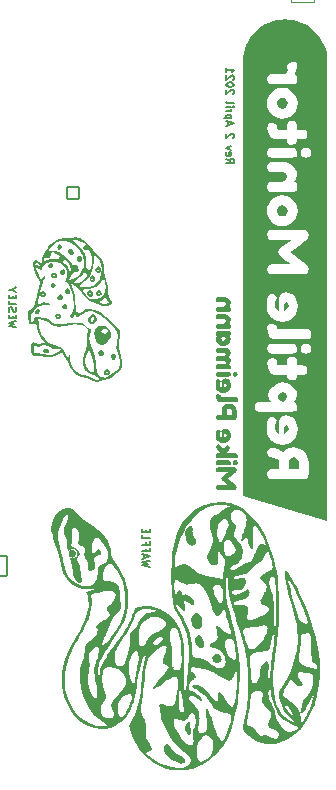
<source format=gbr>
%TF.GenerationSoftware,KiCad,Pcbnew,(5.99.0-10457-g21fde9b629)*%
%TF.CreationDate,2021-05-02T13:24:45-05:00*%
%TF.ProjectId,reptile-monitor,72657074-696c-4652-9d6d-6f6e69746f72,1*%
%TF.SameCoordinates,Original*%
%TF.FileFunction,Legend,Bot*%
%TF.FilePolarity,Positive*%
%FSLAX46Y46*%
G04 Gerber Fmt 4.6, Leading zero omitted, Abs format (unit mm)*
G04 Created by KiCad (PCBNEW (5.99.0-10457-g21fde9b629)) date 2021-05-02 13:24:45*
%MOMM*%
%LPD*%
G01*
G04 APERTURE LIST*
G04 Aperture macros list*
%AMRoundRect*
0 Rectangle with rounded corners*
0 $1 Rounding radius*
0 $2 $3 $4 $5 $6 $7 $8 $9 X,Y pos of 4 corners*
0 Add a 4 corners polygon primitive as box body*
4,1,4,$2,$3,$4,$5,$6,$7,$8,$9,$2,$3,0*
0 Add four circle primitives for the rounded corners*
1,1,$1+$1,$2,$3*
1,1,$1+$1,$4,$5*
1,1,$1+$1,$6,$7*
1,1,$1+$1,$8,$9*
0 Add four rect primitives between the rounded corners*
20,1,$1+$1,$2,$3,$4,$5,0*
20,1,$1+$1,$4,$5,$6,$7,0*
20,1,$1+$1,$6,$7,$8,$9,0*
20,1,$1+$1,$8,$9,$2,$3,0*%
G04 Aperture macros list end*
%ADD10C,0.127000*%
%ADD11C,2.301600*%
%ADD12RoundRect,0.050800X-0.785000X-0.785000X0.785000X-0.785000X0.785000X0.785000X-0.785000X0.785000X0*%
%ADD13C,1.671600*%
%ADD14C,1.371600*%
%ADD15RoundRect,0.050800X-1.000000X1.150000X-1.000000X-1.150000X1.000000X-1.150000X1.000000X1.150000X0*%
%ADD16C,2.401600*%
%ADD17RoundRect,0.050800X-0.850000X-0.850000X0.850000X-0.850000X0.850000X0.850000X-0.850000X0.850000X0*%
%ADD18O,1.801600X1.801600*%
%ADD19RoundRect,0.050800X0.500000X-0.500000X0.500000X0.500000X-0.500000X0.500000X-0.500000X-0.500000X0*%
%ADD20C,2.268946*%
%ADD21C,1.101600*%
%ADD22RoundRect,0.050800X0.787500X0.787500X-0.787500X0.787500X-0.787500X-0.787500X0.787500X-0.787500X0*%
%ADD23C,1.676600*%
%ADD24C,1.701600*%
%ADD25RoundRect,0.050800X0.850000X-0.850000X0.850000X0.850000X-0.850000X0.850000X-0.850000X-0.850000X0*%
G04 APERTURE END LIST*
D10*
X154779738Y-65350571D02*
X155082119Y-65562238D01*
X154779738Y-65713428D02*
X155414738Y-65713428D01*
X155414738Y-65471523D01*
X155384500Y-65411047D01*
X155354261Y-65380809D01*
X155293785Y-65350571D01*
X155203071Y-65350571D01*
X155142595Y-65380809D01*
X155112357Y-65411047D01*
X155082119Y-65471523D01*
X155082119Y-65713428D01*
X154809976Y-64836523D02*
X154779738Y-64897000D01*
X154779738Y-65017952D01*
X154809976Y-65078428D01*
X154870452Y-65108666D01*
X155112357Y-65108666D01*
X155172833Y-65078428D01*
X155203071Y-65017952D01*
X155203071Y-64897000D01*
X155172833Y-64836523D01*
X155112357Y-64806285D01*
X155051880Y-64806285D01*
X154991404Y-65108666D01*
X155203071Y-64594619D02*
X154779738Y-64443428D01*
X155203071Y-64292238D01*
X155354261Y-63596761D02*
X155384500Y-63566523D01*
X155414738Y-63506047D01*
X155414738Y-63354857D01*
X155384500Y-63294380D01*
X155354261Y-63264142D01*
X155293785Y-63233904D01*
X155233309Y-63233904D01*
X155142595Y-63264142D01*
X154779738Y-63627000D01*
X154779738Y-63233904D01*
X154961166Y-62508190D02*
X154961166Y-62205809D01*
X154779738Y-62568666D02*
X155414738Y-62357000D01*
X154779738Y-62145333D01*
X155203071Y-61933666D02*
X154568071Y-61933666D01*
X155172833Y-61933666D02*
X155203071Y-61873190D01*
X155203071Y-61752238D01*
X155172833Y-61691761D01*
X155142595Y-61661523D01*
X155082119Y-61631285D01*
X154900690Y-61631285D01*
X154840214Y-61661523D01*
X154809976Y-61691761D01*
X154779738Y-61752238D01*
X154779738Y-61873190D01*
X154809976Y-61933666D01*
X154779738Y-61359142D02*
X155203071Y-61359142D01*
X155082119Y-61359142D02*
X155142595Y-61328904D01*
X155172833Y-61298666D01*
X155203071Y-61238190D01*
X155203071Y-61177714D01*
X154779738Y-60966047D02*
X155203071Y-60966047D01*
X155414738Y-60966047D02*
X155384500Y-60996285D01*
X155354261Y-60966047D01*
X155384500Y-60935809D01*
X155414738Y-60966047D01*
X155354261Y-60966047D01*
X154779738Y-60572952D02*
X154809976Y-60633428D01*
X154870452Y-60663666D01*
X155414738Y-60663666D01*
X155354261Y-59877476D02*
X155384500Y-59847238D01*
X155414738Y-59786761D01*
X155414738Y-59635571D01*
X155384500Y-59575095D01*
X155354261Y-59544857D01*
X155293785Y-59514619D01*
X155233309Y-59514619D01*
X155142595Y-59544857D01*
X154779738Y-59907714D01*
X154779738Y-59514619D01*
X155414738Y-59121523D02*
X155414738Y-59061047D01*
X155384500Y-59000571D01*
X155354261Y-58970333D01*
X155293785Y-58940095D01*
X155172833Y-58909857D01*
X155021642Y-58909857D01*
X154900690Y-58940095D01*
X154840214Y-58970333D01*
X154809976Y-59000571D01*
X154779738Y-59061047D01*
X154779738Y-59121523D01*
X154809976Y-59182000D01*
X154840214Y-59212238D01*
X154900690Y-59242476D01*
X155021642Y-59272714D01*
X155172833Y-59272714D01*
X155293785Y-59242476D01*
X155354261Y-59212238D01*
X155384500Y-59182000D01*
X155414738Y-59121523D01*
X155354261Y-58667952D02*
X155384500Y-58637714D01*
X155414738Y-58577238D01*
X155414738Y-58426047D01*
X155384500Y-58365571D01*
X155354261Y-58335333D01*
X155293785Y-58305095D01*
X155233309Y-58305095D01*
X155142595Y-58335333D01*
X154779738Y-58698190D01*
X154779738Y-58305095D01*
X154779738Y-57700333D02*
X154779738Y-58063190D01*
X154779738Y-57881761D02*
X155414738Y-57881761D01*
X155324023Y-57942238D01*
X155263547Y-58002714D01*
X155233309Y-58063190D01*
%TO.C,WESLEY*%
X136999738Y-79656214D02*
X136364738Y-79505023D01*
X136818309Y-79384071D01*
X136364738Y-79263119D01*
X136999738Y-79111928D01*
X136697357Y-78870023D02*
X136697357Y-78658357D01*
X136364738Y-78567642D02*
X136364738Y-78870023D01*
X136999738Y-78870023D01*
X136999738Y-78567642D01*
X136394976Y-78325738D02*
X136364738Y-78235023D01*
X136364738Y-78083833D01*
X136394976Y-78023357D01*
X136425214Y-77993119D01*
X136485690Y-77962880D01*
X136546166Y-77962880D01*
X136606642Y-77993119D01*
X136636880Y-78023357D01*
X136667119Y-78083833D01*
X136697357Y-78204785D01*
X136727595Y-78265261D01*
X136757833Y-78295500D01*
X136818309Y-78325738D01*
X136878785Y-78325738D01*
X136939261Y-78295500D01*
X136969500Y-78265261D01*
X136999738Y-78204785D01*
X136999738Y-78053595D01*
X136969500Y-77962880D01*
X136364738Y-77388357D02*
X136364738Y-77690738D01*
X136999738Y-77690738D01*
X136697357Y-77176690D02*
X136697357Y-76965023D01*
X136364738Y-76874309D02*
X136364738Y-77176690D01*
X136999738Y-77176690D01*
X136999738Y-76874309D01*
X136667119Y-76481214D02*
X136364738Y-76481214D01*
X136999738Y-76692880D02*
X136667119Y-76481214D01*
X136999738Y-76269547D01*
%TO.C,WAFFLE*%
X148302738Y-99930857D02*
X147667738Y-99779666D01*
X148121309Y-99658714D01*
X147667738Y-99537761D01*
X148302738Y-99386571D01*
X147849166Y-99174904D02*
X147849166Y-98872523D01*
X147667738Y-99235380D02*
X148302738Y-99023714D01*
X147667738Y-98812047D01*
X148000357Y-98388714D02*
X148000357Y-98600380D01*
X147667738Y-98600380D02*
X148302738Y-98600380D01*
X148302738Y-98298000D01*
X148000357Y-97844428D02*
X148000357Y-98056095D01*
X147667738Y-98056095D02*
X148302738Y-98056095D01*
X148302738Y-97753714D01*
X147667738Y-97209428D02*
X147667738Y-97511809D01*
X148302738Y-97511809D01*
X148000357Y-96997761D02*
X148000357Y-96786095D01*
X147667738Y-96695380D02*
X147667738Y-96997761D01*
X148302738Y-96997761D01*
X148302738Y-96695380D01*
%TO.C,WESLEY*%
G36*
X140338648Y-78855475D02*
G01*
X140311475Y-78697667D01*
X140462000Y-78697667D01*
X140464461Y-78717905D01*
X140546667Y-78782334D01*
X140566905Y-78779874D01*
X140631334Y-78697667D01*
X140628874Y-78677430D01*
X140546667Y-78613000D01*
X140526430Y-78615461D01*
X140462000Y-78697667D01*
X140311475Y-78697667D01*
X140307896Y-78676879D01*
X140372252Y-78532534D01*
X140546667Y-78486000D01*
X140712349Y-78525552D01*
X140785439Y-78676879D01*
X140760046Y-78836185D01*
X140623340Y-78937616D01*
X140546667Y-78930723D01*
X140413729Y-78918771D01*
X140338648Y-78855475D01*
G37*
G36*
X140493760Y-77238197D02*
G01*
X140481529Y-77136331D01*
X140631334Y-77136331D01*
X140633535Y-77144780D01*
X140716000Y-77173667D01*
X140739207Y-77170222D01*
X140800667Y-77084004D01*
X140794019Y-77053380D01*
X140716000Y-77046667D01*
X140690663Y-77064045D01*
X140631334Y-77136331D01*
X140481529Y-77136331D01*
X140475194Y-77083573D01*
X140587922Y-76920562D01*
X140756076Y-76853813D01*
X140906522Y-76916117D01*
X140970000Y-77089000D01*
X140937869Y-77216416D01*
X140796123Y-77325875D01*
X140716000Y-77320656D01*
X140589000Y-77312383D01*
X140493760Y-77238197D01*
G37*
G36*
X142282355Y-74095057D02*
G01*
X142273711Y-74091464D01*
X142174290Y-73973430D01*
X142166147Y-73829334D01*
X142324667Y-73829334D01*
X142367000Y-73871667D01*
X142409334Y-73829334D01*
X142367000Y-73787000D01*
X142324667Y-73829334D01*
X142166147Y-73829334D01*
X142164499Y-73800165D01*
X142232637Y-73643516D01*
X142367000Y-73575334D01*
X142483575Y-73609590D01*
X142564669Y-73775599D01*
X142555307Y-73962284D01*
X142454379Y-74094497D01*
X142367000Y-74094781D01*
X142282355Y-74095057D01*
G37*
G36*
X143234679Y-75670834D02*
G01*
X143226788Y-75613322D01*
X143241336Y-75517670D01*
X143340667Y-75517670D01*
X143344563Y-75531252D01*
X143425334Y-75607334D01*
X143458131Y-75620563D01*
X143510000Y-75569997D01*
X143506747Y-75545422D01*
X143425334Y-75480334D01*
X143406173Y-75481305D01*
X143340667Y-75517670D01*
X143241336Y-75517670D01*
X143254933Y-75428276D01*
X143338662Y-75285086D01*
X143446184Y-75247395D01*
X143541876Y-75306676D01*
X143651169Y-75485016D01*
X143653132Y-75680492D01*
X143623083Y-75733007D01*
X143485136Y-75811107D01*
X143458131Y-75807408D01*
X143329438Y-75789778D01*
X143234679Y-75670834D01*
G37*
G36*
X141339330Y-76838783D02*
G01*
X141195778Y-76778556D01*
X141140374Y-76649797D01*
X141144335Y-76623334D01*
X141308667Y-76623334D01*
X141351000Y-76665667D01*
X141393334Y-76623334D01*
X141351000Y-76581000D01*
X141308667Y-76623334D01*
X141144335Y-76623334D01*
X141167058Y-76471531D01*
X141274879Y-76354339D01*
X141392271Y-76353122D01*
X141512245Y-76470693D01*
X141561371Y-76686834D01*
X141561133Y-76695714D01*
X141487917Y-76804444D01*
X141351000Y-76836086D01*
X141339330Y-76838783D01*
G37*
G36*
X139330185Y-81770962D02*
G01*
X139327098Y-81767809D01*
X139281814Y-81630022D01*
X139460977Y-81630022D01*
X139530667Y-81661000D01*
X139575489Y-81654890D01*
X139587112Y-81604556D01*
X139574702Y-81594423D01*
X139474223Y-81604556D01*
X139460977Y-81630022D01*
X139281814Y-81630022D01*
X139281601Y-81629373D01*
X139361911Y-81503967D01*
X139531827Y-81449334D01*
X139695764Y-81488452D01*
X139769389Y-81639834D01*
X139773365Y-81673326D01*
X139743655Y-81798496D01*
X139593000Y-81830334D01*
X139530667Y-81824539D01*
X139453479Y-81817364D01*
X139330185Y-81770962D01*
G37*
G36*
X145173526Y-82412468D02*
G01*
X145070018Y-82299424D01*
X144985983Y-82145822D01*
X144989277Y-82126667D01*
X145203334Y-82126667D01*
X145245667Y-82169000D01*
X145288000Y-82126667D01*
X145245667Y-82084334D01*
X145203334Y-82126667D01*
X144989277Y-82126667D01*
X145010521Y-82003119D01*
X145189177Y-81930229D01*
X145262441Y-81927942D01*
X145402197Y-82001919D01*
X145433658Y-82151704D01*
X145336737Y-82323732D01*
X145264835Y-82389819D01*
X145245667Y-82394574D01*
X145173526Y-82412468D01*
G37*
G36*
X144290913Y-81109383D02*
G01*
X144022922Y-81045803D01*
X143791164Y-80822980D01*
X143776402Y-80800700D01*
X143633627Y-80465184D01*
X143598531Y-80108511D01*
X143633852Y-79972360D01*
X144200285Y-79972360D01*
X144306635Y-80130611D01*
X144332890Y-80150823D01*
X144523516Y-80215263D01*
X144675567Y-80147304D01*
X144737667Y-79966508D01*
X144731851Y-79876806D01*
X144665888Y-79779099D01*
X144484827Y-79756000D01*
X144415195Y-79760406D01*
X144242898Y-79835449D01*
X144200285Y-79972360D01*
X143633852Y-79972360D01*
X143678684Y-79799548D01*
X143775557Y-79693074D01*
X144003369Y-79568759D01*
X144267967Y-79499389D01*
X144491912Y-79512315D01*
X144703845Y-79618781D01*
X144936160Y-79862935D01*
X145035291Y-80168444D01*
X144992750Y-80499302D01*
X144800048Y-80819500D01*
X144573997Y-81013791D01*
X144523516Y-81030837D01*
X144290913Y-81109383D01*
G37*
G36*
X139756056Y-74561251D02*
G01*
X139713399Y-74435263D01*
X139719964Y-74422000D01*
X139869334Y-74422000D01*
X139911667Y-74464334D01*
X139954000Y-74422000D01*
X139911667Y-74379667D01*
X139869334Y-74422000D01*
X139719964Y-74422000D01*
X139779224Y-74302284D01*
X139933699Y-74225612D01*
X140081006Y-74240905D01*
X140123334Y-74368782D01*
X140109924Y-74472616D01*
X140003555Y-74605214D01*
X139911667Y-74602204D01*
X139816689Y-74599092D01*
X139756056Y-74561251D01*
G37*
G36*
X140772445Y-75169889D02*
G01*
X140719707Y-75061968D01*
X140730304Y-74972334D01*
X140885334Y-74972334D01*
X140891444Y-75017156D01*
X140941778Y-75028778D01*
X140951911Y-75016369D01*
X140941778Y-74915889D01*
X140916312Y-74902644D01*
X140885334Y-74972334D01*
X140730304Y-74972334D01*
X140740357Y-74887305D01*
X140850641Y-74769451D01*
X140961302Y-74743976D01*
X141094596Y-74809935D01*
X141139334Y-75019664D01*
X141109205Y-75166748D01*
X140984112Y-75226334D01*
X140941778Y-75222470D01*
X140896949Y-75218379D01*
X140772445Y-75169889D01*
G37*
G36*
X143332918Y-79356709D02*
G01*
X143178116Y-79226834D01*
X143112553Y-79090933D01*
X143110041Y-78995738D01*
X143354500Y-78995738D01*
X143361247Y-79161287D01*
X143439986Y-79187198D01*
X143523577Y-79099304D01*
X143580015Y-78914744D01*
X143580835Y-78907597D01*
X143574087Y-78742048D01*
X143495348Y-78716136D01*
X143411757Y-78804031D01*
X143355320Y-78988590D01*
X143354500Y-78995738D01*
X143110041Y-78995738D01*
X143107998Y-78918305D01*
X143221842Y-78711689D01*
X143287085Y-78635343D01*
X143475705Y-78544984D01*
X143656942Y-78605154D01*
X143787224Y-78808400D01*
X143795682Y-78834888D01*
X143817265Y-79039878D01*
X143717233Y-79210566D01*
X143533095Y-79344289D01*
X143439986Y-79350066D01*
X143332918Y-79356709D01*
G37*
G36*
X140508152Y-73029050D02*
G01*
X140474815Y-72874561D01*
X140495061Y-72813334D01*
X140631334Y-72813334D01*
X140673667Y-72855667D01*
X140716000Y-72813334D01*
X140673667Y-72771000D01*
X140631334Y-72813334D01*
X140495061Y-72813334D01*
X140529260Y-72709910D01*
X140652757Y-72617441D01*
X140739069Y-72623662D01*
X140854834Y-72728975D01*
X140864981Y-72811942D01*
X140802644Y-72964421D01*
X140680288Y-73069594D01*
X140673667Y-73069582D01*
X140549950Y-73069363D01*
X140508152Y-73029050D01*
G37*
G36*
X143243098Y-77047876D02*
G01*
X143070487Y-76920710D01*
X143025843Y-76858649D01*
X142992122Y-76750334D01*
X143171334Y-76750334D01*
X143173794Y-76770571D01*
X143256000Y-76835000D01*
X143276238Y-76832540D01*
X143340667Y-76750334D01*
X143338207Y-76730096D01*
X143256000Y-76665667D01*
X143235763Y-76668127D01*
X143171334Y-76750334D01*
X142992122Y-76750334D01*
X142966702Y-76668682D01*
X143044701Y-76542426D01*
X143245650Y-76512920D01*
X143251752Y-76513652D01*
X143426731Y-76582414D01*
X143493414Y-76760685D01*
X143488924Y-76891669D01*
X143398295Y-77032248D01*
X143256000Y-77046577D01*
X143243098Y-77047876D01*
G37*
G36*
X143886870Y-75047970D02*
G01*
X143754276Y-74959498D01*
X143692154Y-74816220D01*
X143697693Y-74755670D01*
X143848667Y-74755670D01*
X143852563Y-74769252D01*
X143933334Y-74845334D01*
X143966131Y-74858563D01*
X144018000Y-74807997D01*
X144014747Y-74783422D01*
X143933334Y-74718334D01*
X143914173Y-74719305D01*
X143848667Y-74755670D01*
X143697693Y-74755670D01*
X143709857Y-74622701D01*
X143857190Y-74503962D01*
X144023169Y-74488871D01*
X144152368Y-74591401D01*
X144173335Y-74813537D01*
X144155507Y-74880527D01*
X144042229Y-75014118D01*
X143966131Y-75030699D01*
X143886870Y-75047970D01*
G37*
G36*
X143595377Y-84224556D02*
G01*
X143353018Y-84098234D01*
X143228714Y-84035071D01*
X142881584Y-83899588D01*
X142556508Y-83818011D01*
X142307886Y-83766130D01*
X142004838Y-83625054D01*
X141772813Y-83381747D01*
X141571439Y-83002796D01*
X141562014Y-82981173D01*
X141439714Y-82706458D01*
X141339394Y-82504473D01*
X141222758Y-82303785D01*
X141051510Y-82032961D01*
X140882918Y-81769921D01*
X140481959Y-81974668D01*
X140478536Y-81976414D01*
X140193100Y-82100607D01*
X139937562Y-82145612D01*
X139728562Y-82134566D01*
X139615334Y-82128582D01*
X139457882Y-82113460D01*
X139083278Y-82088626D01*
X138756341Y-82079697D01*
X138749086Y-82079730D01*
X138534818Y-82070755D01*
X138399596Y-82020398D01*
X138323326Y-81896672D01*
X138285914Y-81667590D01*
X138270215Y-81359095D01*
X138484502Y-81359095D01*
X138497215Y-81639834D01*
X138504344Y-81694693D01*
X138558741Y-81867579D01*
X138632902Y-81915190D01*
X138702653Y-81816710D01*
X138738825Y-81779548D01*
X138880517Y-81781838D01*
X139148124Y-81859043D01*
X139391305Y-81933800D01*
X139728562Y-81986886D01*
X140032685Y-81945185D01*
X140372996Y-81805677D01*
X140538789Y-81716784D01*
X140737484Y-81575493D01*
X140793938Y-81474075D01*
X140705070Y-81424462D01*
X140467799Y-81438586D01*
X140318242Y-81456934D01*
X140083886Y-81436610D01*
X139871966Y-81324208D01*
X139684982Y-81221386D01*
X139341462Y-81157292D01*
X139017101Y-81240646D01*
X138914612Y-81279202D01*
X138692464Y-81242197D01*
X138630464Y-81214186D01*
X138525930Y-81223297D01*
X138484502Y-81359095D01*
X138270215Y-81359095D01*
X138267267Y-81301167D01*
X138269608Y-81112595D01*
X138323571Y-80932008D01*
X138454035Y-80892245D01*
X138677664Y-80980276D01*
X138695700Y-80988680D01*
X138893521Y-81023740D01*
X139142288Y-81010797D01*
X139455048Y-80960043D01*
X139243349Y-80739022D01*
X139207706Y-80700061D01*
X138987114Y-80374558D01*
X138828877Y-79999354D01*
X138767371Y-79652887D01*
X138758902Y-79525875D01*
X138710915Y-79338706D01*
X138638553Y-79244615D01*
X138562587Y-79281295D01*
X138487108Y-79338219D01*
X138310033Y-79375000D01*
X138191038Y-79352510D01*
X138104052Y-79246928D01*
X138037820Y-79015167D01*
X138019793Y-78928128D01*
X137981787Y-78651214D01*
X138236260Y-78651214D01*
X138243223Y-78930604D01*
X138266269Y-79084573D01*
X138320190Y-79157270D01*
X138432220Y-79119813D01*
X138520229Y-79047262D01*
X138531860Y-78962013D01*
X138863658Y-78962013D01*
X138874936Y-79022491D01*
X138904928Y-79211209D01*
X138944851Y-79477397D01*
X138964304Y-79596353D01*
X139135742Y-80183191D01*
X139413995Y-80638857D01*
X139799493Y-80963889D01*
X140292667Y-81158823D01*
X140423653Y-81190744D01*
X140703943Y-81276223D01*
X140884178Y-81383130D01*
X141013690Y-81549489D01*
X141141813Y-81813325D01*
X141216369Y-81977280D01*
X141294056Y-82108044D01*
X141356835Y-82119761D01*
X141434468Y-82034973D01*
X141460633Y-82001053D01*
X141525708Y-81941426D01*
X141553723Y-82003602D01*
X141561834Y-82211334D01*
X141571529Y-82346078D01*
X141669010Y-82744526D01*
X141845121Y-83127398D01*
X142067761Y-83418122D01*
X142127749Y-83463837D01*
X142366304Y-83576509D01*
X142648896Y-83648695D01*
X142745509Y-83666675D01*
X143091322Y-83771728D01*
X143406532Y-83916254D01*
X143448937Y-83940182D01*
X143734925Y-84061390D01*
X143938666Y-84072308D01*
X144043271Y-84032226D01*
X144044665Y-83978578D01*
X143915135Y-83871509D01*
X143840653Y-83821831D01*
X143598978Y-83693921D01*
X143465359Y-83636981D01*
X143319359Y-83574766D01*
X143187497Y-83518932D01*
X142943446Y-83379968D01*
X142790192Y-83243772D01*
X142720424Y-83084363D01*
X142670758Y-82769108D01*
X142671989Y-82488012D01*
X142830947Y-82488012D01*
X142881881Y-82878644D01*
X143080154Y-83191513D01*
X143133489Y-83241953D01*
X143321573Y-83382532D01*
X143465359Y-83439000D01*
X143520674Y-83429226D01*
X143565490Y-83362775D01*
X143573155Y-83201787D01*
X143549459Y-82909834D01*
X143543321Y-82853245D01*
X143489130Y-82498450D01*
X143413991Y-82154026D01*
X143328988Y-81859309D01*
X143245204Y-81653633D01*
X143173723Y-81576334D01*
X143150639Y-81588543D01*
X143066310Y-81709044D01*
X142968860Y-81916714D01*
X142927938Y-82026336D01*
X142830947Y-82488012D01*
X142671989Y-82488012D01*
X142672401Y-82393825D01*
X142724066Y-82016566D01*
X142824471Y-81695382D01*
X142879819Y-81548369D01*
X142967291Y-81127956D01*
X143013111Y-80555487D01*
X143044334Y-79762212D01*
X142705667Y-79569999D01*
X142539719Y-79486399D01*
X142285599Y-79407961D01*
X141991110Y-79385327D01*
X141615831Y-79416719D01*
X141119340Y-79500366D01*
X140980052Y-79525712D01*
X140578734Y-79572515D01*
X140276387Y-79547484D01*
X140027010Y-79441886D01*
X139784600Y-79246989D01*
X139751719Y-79218310D01*
X139503338Y-79075390D01*
X139213100Y-78987554D01*
X139114086Y-78972906D01*
X138931360Y-78954468D01*
X138863658Y-78962013D01*
X138531860Y-78962013D01*
X138540683Y-78897341D01*
X138529941Y-78832991D01*
X138585677Y-78792280D01*
X138745486Y-78782168D01*
X139041541Y-78796156D01*
X139253900Y-78813282D01*
X139512155Y-78860432D01*
X139710203Y-78952297D01*
X139916182Y-79113607D01*
X139935759Y-79130767D01*
X140118227Y-79278713D01*
X140271228Y-79351067D01*
X140460549Y-79365681D01*
X140751977Y-79340406D01*
X140939501Y-79320418D01*
X141516432Y-79264107D01*
X141957207Y-79234417D01*
X142286539Y-79233967D01*
X142529141Y-79265378D01*
X142709727Y-79331267D01*
X142853010Y-79434255D01*
X142983704Y-79576961D01*
X143106937Y-79695761D01*
X143234834Y-79756000D01*
X143292838Y-79765000D01*
X143330948Y-79827005D01*
X143315281Y-79978893D01*
X143246679Y-80256283D01*
X143214572Y-80395259D01*
X143199200Y-80564858D01*
X143218176Y-80758225D01*
X143277939Y-81008995D01*
X143384931Y-81350800D01*
X143545591Y-81817277D01*
X143548522Y-81825661D01*
X143657182Y-82193161D01*
X143734533Y-82560897D01*
X143764000Y-82850460D01*
X143764768Y-82920923D01*
X143814019Y-83320185D01*
X143950981Y-83604669D01*
X144190929Y-83808656D01*
X144339936Y-83885459D01*
X144501792Y-83904649D01*
X144712881Y-83834334D01*
X144716706Y-83832706D01*
X144959136Y-83696499D01*
X145152956Y-83535353D01*
X145291941Y-83412722D01*
X145425949Y-83354334D01*
X145544973Y-83282907D01*
X145665977Y-83098583D01*
X145758881Y-82856786D01*
X145796001Y-82612978D01*
X145776158Y-82443961D01*
X145711248Y-82156779D01*
X145616845Y-81840706D01*
X145538980Y-81595867D01*
X145486291Y-81343825D01*
X145487804Y-81106857D01*
X145537300Y-80803890D01*
X145574615Y-80587074D01*
X145592095Y-80272554D01*
X145535300Y-80005816D01*
X145387552Y-79751465D01*
X145132173Y-79474109D01*
X144752487Y-79138354D01*
X144445792Y-78884849D01*
X144049056Y-78584105D01*
X143725735Y-78390485D01*
X143447897Y-78296044D01*
X143187610Y-78292835D01*
X142916942Y-78372913D01*
X142607962Y-78528334D01*
X142414966Y-78636591D01*
X142217118Y-78738826D01*
X142114771Y-78765666D01*
X142076447Y-78722071D01*
X142070667Y-78613000D01*
X142054981Y-78514589D01*
X141986999Y-78443667D01*
X141938948Y-78486156D01*
X141923499Y-78633893D01*
X141900366Y-78782750D01*
X141753167Y-78851449D01*
X141747940Y-78852180D01*
X141602195Y-78834213D01*
X141562667Y-78700899D01*
X141584370Y-78589353D01*
X141678831Y-78478443D01*
X141729435Y-78437854D01*
X141807826Y-78250978D01*
X141851294Y-77956615D01*
X141855554Y-77594466D01*
X141816323Y-77204236D01*
X141778755Y-77001567D01*
X141683877Y-76624789D01*
X141572112Y-76291060D01*
X141568597Y-76280564D01*
X141446473Y-76002233D01*
X141331060Y-75823140D01*
X141323140Y-75819268D01*
X141886918Y-75819268D01*
X141955240Y-75884195D01*
X142179406Y-75903667D01*
X142261585Y-75896605D01*
X142492946Y-75798878D01*
X142762942Y-75569981D01*
X142945337Y-75381772D01*
X143029808Y-75261214D01*
X143023914Y-75173086D01*
X142943481Y-75073896D01*
X142941136Y-75071411D01*
X142829332Y-74968879D01*
X142746806Y-74982136D01*
X142628035Y-75120955D01*
X142582563Y-75174837D01*
X142380828Y-75371648D01*
X142144048Y-75563442D01*
X141973426Y-75699117D01*
X141886918Y-75819268D01*
X141323140Y-75819268D01*
X141235912Y-75776625D01*
X141224216Y-75780847D01*
X141156789Y-75766782D01*
X141181075Y-75629759D01*
X141260111Y-75317692D01*
X141269205Y-74907679D01*
X141141120Y-74565072D01*
X141072114Y-74467312D01*
X140843000Y-74271972D01*
X140765802Y-74206154D01*
X140382421Y-74071351D01*
X139957681Y-74070713D01*
X139527294Y-74212055D01*
X139404097Y-74281095D01*
X139392936Y-74287350D01*
X139236361Y-74428069D01*
X139192000Y-74593055D01*
X139176551Y-74753038D01*
X139109027Y-74788755D01*
X138968239Y-74676000D01*
X138956289Y-74666734D01*
X138876243Y-74604665D01*
X138722382Y-74549000D01*
X138663585Y-74574915D01*
X138661282Y-74687138D01*
X138739999Y-74905354D01*
X138904558Y-75248075D01*
X139007271Y-75445424D01*
X139083745Y-75540631D01*
X139158161Y-75515809D01*
X139271733Y-75386495D01*
X139272177Y-75385962D01*
X139393101Y-75268383D01*
X139436119Y-75294616D01*
X139400947Y-75457996D01*
X139287302Y-75751858D01*
X139248437Y-75846091D01*
X139141619Y-76139797D01*
X139071305Y-76382964D01*
X139043750Y-76547439D01*
X139081918Y-76616343D01*
X139221671Y-76604143D01*
X139395320Y-76611109D01*
X139485466Y-76741299D01*
X139511479Y-76874741D01*
X139453377Y-77034603D01*
X139281664Y-77083860D01*
X139263744Y-77089000D01*
X139150884Y-77057850D01*
X139040689Y-76898500D01*
X139022284Y-76835000D01*
X139192000Y-76835000D01*
X139195446Y-76858207D01*
X139281664Y-76919667D01*
X139312288Y-76913019D01*
X139319000Y-76835000D01*
X139301623Y-76809663D01*
X139229337Y-76750334D01*
X139220887Y-76752535D01*
X139192000Y-76835000D01*
X139022284Y-76835000D01*
X139007339Y-76783440D01*
X138976427Y-76772964D01*
X138930055Y-76919667D01*
X138887855Y-77130213D01*
X138861773Y-77398576D01*
X138860167Y-77454242D01*
X138872074Y-77597335D01*
X138949569Y-77628192D01*
X139140657Y-77577636D01*
X139364947Y-77536457D01*
X139608815Y-77541957D01*
X139795117Y-77593532D01*
X139869334Y-77683280D01*
X139861662Y-77700986D01*
X139746213Y-77747628D01*
X139536179Y-77766334D01*
X139234977Y-77787978D01*
X138870776Y-77910731D01*
X138539201Y-78165685D01*
X138474825Y-78230068D01*
X138303927Y-78442341D01*
X138236260Y-78651214D01*
X137981787Y-78651214D01*
X137967861Y-78549750D01*
X137991506Y-78312445D01*
X138091334Y-78207101D01*
X138151780Y-78183658D01*
X138363649Y-78035569D01*
X138531220Y-77832753D01*
X138599334Y-77637098D01*
X138609131Y-77543753D01*
X138653824Y-77299500D01*
X138726414Y-76965772D01*
X138817768Y-76586502D01*
X138913342Y-76196094D01*
X138967466Y-75932356D01*
X138982458Y-75764030D01*
X138961330Y-75657118D01*
X138907090Y-75577623D01*
X138772577Y-75388642D01*
X138605151Y-75046138D01*
X138481164Y-74675097D01*
X138431860Y-74355843D01*
X138436702Y-74264071D01*
X138604040Y-74264071D01*
X138649493Y-74338405D01*
X138814356Y-74401031D01*
X138956289Y-74408432D01*
X138998224Y-74347401D01*
X138943260Y-74285622D01*
X138783202Y-74225612D01*
X138685632Y-74221018D01*
X138604040Y-74264071D01*
X138436702Y-74264071D01*
X138439283Y-74215164D01*
X138513379Y-74026374D01*
X138675150Y-73979595D01*
X138934763Y-74069028D01*
X139192000Y-74197355D01*
X139192000Y-73875545D01*
X139192062Y-73864626D01*
X139196159Y-73837309D01*
X139361334Y-73837309D01*
X139363909Y-73917674D01*
X139404097Y-74000783D01*
X139413160Y-73997677D01*
X140948455Y-73997677D01*
X140984356Y-74090349D01*
X141136988Y-74250419D01*
X141171588Y-74285719D01*
X141346352Y-74532477D01*
X141446139Y-74786710D01*
X141482420Y-74948249D01*
X141524859Y-75004958D01*
X141584389Y-74930512D01*
X141619601Y-74751892D01*
X141608852Y-74683056D01*
X141992685Y-74683056D01*
X142006243Y-74766279D01*
X142043837Y-74734209D01*
X142057365Y-74685248D01*
X142037153Y-74571931D01*
X142008251Y-74573242D01*
X141992685Y-74683056D01*
X141608852Y-74683056D01*
X141577995Y-74485458D01*
X141470052Y-74213819D01*
X141315485Y-74004838D01*
X141186423Y-73919647D01*
X141017129Y-73931642D01*
X141014511Y-73933117D01*
X140948455Y-73997677D01*
X139413160Y-73997677D01*
X139525101Y-73959313D01*
X139615979Y-73927550D01*
X139858137Y-73887374D01*
X140150226Y-73871667D01*
X140275931Y-73870493D01*
X140494564Y-73852000D01*
X140606876Y-73798839D01*
X140633488Y-73744667D01*
X140800667Y-73744667D01*
X140843000Y-73787000D01*
X140885334Y-73744667D01*
X140843000Y-73702334D01*
X140800667Y-73744667D01*
X140633488Y-73744667D01*
X140657665Y-73695453D01*
X140667885Y-73609386D01*
X140602769Y-73498956D01*
X140405660Y-73394691D01*
X140302420Y-73354200D01*
X140073554Y-73302952D01*
X139951025Y-73362609D01*
X139913504Y-73539444D01*
X139874800Y-73695132D01*
X139742334Y-73761170D01*
X139721167Y-73771722D01*
X139589787Y-73765042D01*
X139530667Y-73660892D01*
X139517597Y-73595598D01*
X139446000Y-73575334D01*
X139700000Y-73575334D01*
X139742334Y-73617667D01*
X139784667Y-73575334D01*
X139742334Y-73533000D01*
X139700000Y-73575334D01*
X139446000Y-73575334D01*
X139392126Y-73656862D01*
X139361334Y-73837309D01*
X139196159Y-73837309D01*
X139230409Y-73608955D01*
X139323892Y-73444274D01*
X139449171Y-73290768D01*
X139540606Y-73121231D01*
X139741496Y-73121231D01*
X139777971Y-73164037D01*
X139945280Y-73141045D01*
X139964057Y-73137732D01*
X140257968Y-73159922D01*
X140609029Y-73284751D01*
X140972809Y-73484119D01*
X141304879Y-73729924D01*
X141560811Y-73994068D01*
X141696174Y-74248448D01*
X141709269Y-74292829D01*
X141795845Y-74395746D01*
X141979373Y-74398700D01*
X142035577Y-74391917D01*
X142191253Y-74416591D01*
X142264613Y-74549308D01*
X142286303Y-74779397D01*
X142201671Y-74926598D01*
X142012476Y-74948580D01*
X142006243Y-74948419D01*
X141885846Y-74945305D01*
X141768374Y-75026726D01*
X141643444Y-75233958D01*
X141630706Y-75258930D01*
X141524859Y-75475875D01*
X141520650Y-75484502D01*
X141497863Y-75590695D01*
X141572112Y-75606682D01*
X141753167Y-75561636D01*
X141834768Y-75531942D01*
X142110958Y-75352942D01*
X142381378Y-75084687D01*
X142598256Y-74780319D01*
X142713821Y-74492979D01*
X142740527Y-74093342D01*
X142642839Y-73595676D01*
X142415733Y-73145221D01*
X142080288Y-72770976D01*
X141657584Y-72501944D01*
X141168698Y-72367127D01*
X140770474Y-72357079D01*
X140439700Y-72445772D01*
X140127951Y-72653108D01*
X140086634Y-72688908D01*
X139900111Y-72875070D01*
X139780691Y-73032430D01*
X139741496Y-73121231D01*
X139540606Y-73121231D01*
X139566039Y-73074074D01*
X139789667Y-72706053D01*
X140154200Y-72375909D01*
X140285448Y-72313148D01*
X141746131Y-72313148D01*
X141801626Y-72347667D01*
X141856007Y-72359647D01*
X142035444Y-72472152D01*
X142255411Y-72671655D01*
X142479479Y-72919376D01*
X142671218Y-73176533D01*
X142794201Y-73404345D01*
X142881339Y-73740666D01*
X142904486Y-74236443D01*
X142898803Y-74427709D01*
X142913816Y-74606710D01*
X142951345Y-74655177D01*
X143017548Y-74655319D01*
X143132416Y-74751020D01*
X143202306Y-74826495D01*
X143261001Y-74796346D01*
X143331238Y-74624321D01*
X143407769Y-74303280D01*
X143404887Y-73877673D01*
X143293232Y-73372901D01*
X143260537Y-73265993D01*
X143184844Y-73066475D01*
X143117996Y-72996196D01*
X143040311Y-73028339D01*
X142959814Y-73072863D01*
X142791412Y-73079463D01*
X142719035Y-73026588D01*
X142665874Y-72887546D01*
X142693687Y-72749134D01*
X142800701Y-72686334D01*
X142887962Y-72667488D01*
X142877905Y-72600864D01*
X142758684Y-72504991D01*
X142556599Y-72399806D01*
X142297947Y-72305242D01*
X142219918Y-72283037D01*
X141930624Y-72229029D01*
X141783159Y-72262642D01*
X141746131Y-72313148D01*
X140285448Y-72313148D01*
X140598168Y-72163610D01*
X141081722Y-72094900D01*
X141111358Y-72095396D01*
X141452523Y-72082889D01*
X141783035Y-72046687D01*
X141971512Y-72034010D01*
X142388825Y-72110860D01*
X142781910Y-72307915D01*
X143091449Y-72600086D01*
X143254496Y-72798263D01*
X143490202Y-73060406D01*
X143744947Y-73326478D01*
X143960899Y-73558416D01*
X144240573Y-73946926D01*
X144394335Y-74329353D01*
X144441334Y-74744693D01*
X144455020Y-74929338D01*
X144517065Y-75272091D01*
X144612238Y-75611901D01*
X144637747Y-75690455D01*
X144738576Y-76139218D01*
X144768388Y-76560192D01*
X144769075Y-76769128D01*
X144816191Y-77038557D01*
X144936150Y-77258609D01*
X144993392Y-77338423D01*
X145099524Y-77533152D01*
X145086203Y-77661608D01*
X144954900Y-77763355D01*
X144672091Y-77842066D01*
X144617159Y-77838799D01*
X144294589Y-77819616D01*
X143896565Y-77688095D01*
X143841469Y-77662259D01*
X143648130Y-77575118D01*
X143565968Y-77538087D01*
X143991173Y-77538087D01*
X144139265Y-77594078D01*
X144379898Y-77634612D01*
X144617159Y-77641304D01*
X144771527Y-77607120D01*
X144820758Y-77564952D01*
X144826582Y-77472581D01*
X144720510Y-77313443D01*
X144714653Y-77306080D01*
X144574700Y-77178093D01*
X144474983Y-77172828D01*
X144352560Y-77261056D01*
X144159862Y-77371150D01*
X144139879Y-77381747D01*
X144007086Y-77475745D01*
X143991173Y-77538087D01*
X143565968Y-77538087D01*
X143526626Y-77520355D01*
X143233738Y-77395623D01*
X143206416Y-77384018D01*
X142917540Y-77185777D01*
X142655493Y-76848372D01*
X142550065Y-76697017D01*
X142358386Y-76476680D01*
X142663334Y-76476680D01*
X142682359Y-76544238D01*
X142784197Y-76722083D01*
X142936091Y-76929678D01*
X143094628Y-77109826D01*
X143216394Y-77205331D01*
X143221989Y-77207393D01*
X143405770Y-77243441D01*
X143648130Y-77258334D01*
X143697212Y-77257549D01*
X144092514Y-77178512D01*
X144377173Y-76978651D01*
X144544068Y-76670391D01*
X144586081Y-76266157D01*
X144496093Y-75778373D01*
X144394533Y-75441413D01*
X144193971Y-75765929D01*
X143899318Y-76120779D01*
X143523064Y-76339406D01*
X143065500Y-76411351D01*
X142932510Y-76415130D01*
X142846151Y-76425670D01*
X142739288Y-76438712D01*
X142663334Y-76476680D01*
X142358386Y-76476680D01*
X142291213Y-76399464D01*
X142179406Y-76300708D01*
X142025242Y-76164539D01*
X141943675Y-76105962D01*
X142353273Y-76105962D01*
X142361807Y-76152366D01*
X142520206Y-76201352D01*
X142580200Y-76213627D01*
X142846151Y-76233361D01*
X143140475Y-76220119D01*
X143504158Y-76114935D01*
X143831040Y-75877940D01*
X144072048Y-75543575D01*
X144216505Y-75142602D01*
X144253737Y-74705782D01*
X144173068Y-74263874D01*
X143963823Y-73847641D01*
X143860739Y-73705819D01*
X143705127Y-73528069D01*
X143613982Y-73501838D01*
X143576327Y-73628950D01*
X143581183Y-73911228D01*
X143584439Y-73978129D01*
X143527850Y-74580838D01*
X143320457Y-75127918D01*
X143202306Y-75285836D01*
X142971175Y-75594761D01*
X142817657Y-75742665D01*
X142604394Y-75930028D01*
X142451667Y-76042743D01*
X142353273Y-76105962D01*
X141943675Y-76105962D01*
X141654639Y-75898392D01*
X141826528Y-76387863D01*
X141834321Y-76410451D01*
X141959905Y-76943973D01*
X142013375Y-77568131D01*
X142024132Y-77867044D01*
X142050928Y-78121093D01*
X142099514Y-78270881D01*
X142177465Y-78352618D01*
X142181031Y-78354838D01*
X142339229Y-78398058D01*
X142526910Y-78315056D01*
X142537185Y-78308360D01*
X142905023Y-78123690D01*
X143264804Y-78065162D01*
X143640710Y-78137306D01*
X144056923Y-78344651D01*
X144537624Y-78691727D01*
X144595084Y-78737951D01*
X145049616Y-79113406D01*
X145382608Y-79418315D01*
X145608616Y-79677955D01*
X145742193Y-79917608D01*
X145797896Y-80162551D01*
X145790279Y-80438065D01*
X145733896Y-80769428D01*
X145722163Y-80828569D01*
X145689682Y-81106335D01*
X145715027Y-81369901D01*
X145804560Y-81703334D01*
X145907845Y-82108438D01*
X145962705Y-82598593D01*
X145923286Y-83005623D01*
X145789855Y-83300582D01*
X145779351Y-83313704D01*
X145629282Y-83462430D01*
X145508281Y-83523667D01*
X145501169Y-83524085D01*
X145369226Y-83589585D01*
X145205642Y-83732877D01*
X144997019Y-83898534D01*
X144746384Y-84018732D01*
X144688421Y-84035719D01*
X144501792Y-84091102D01*
X144410891Y-84118078D01*
X144115018Y-84206983D01*
X143950097Y-84253110D01*
X143938666Y-84254341D01*
X143769232Y-84272589D01*
X143595377Y-84224556D01*
G37*
G36*
X143998130Y-81970038D02*
G01*
X143967866Y-81872667D01*
X144187334Y-81872667D01*
X144229667Y-81915000D01*
X144272000Y-81872667D01*
X144229667Y-81830334D01*
X144187334Y-81872667D01*
X143967866Y-81872667D01*
X143941747Y-81788635D01*
X144000697Y-81644819D01*
X144140661Y-81590382D01*
X144319498Y-81665286D01*
X144398163Y-81763583D01*
X144429506Y-81928296D01*
X144369084Y-82059905D01*
X144229667Y-82097038D01*
X144127108Y-82064983D01*
X143998130Y-81970038D01*
G37*
G36*
X143978324Y-77004334D02*
G01*
X143932571Y-77003137D01*
X143797804Y-76952302D01*
X143764000Y-76790010D01*
X143765829Y-76750334D01*
X143933334Y-76750334D01*
X143936779Y-76773540D01*
X144022997Y-76835000D01*
X144053621Y-76828353D01*
X144060334Y-76750334D01*
X144042956Y-76724996D01*
X143970670Y-76665667D01*
X143962221Y-76667868D01*
X143933334Y-76750334D01*
X143765829Y-76750334D01*
X143765902Y-76748749D01*
X143840932Y-76571106D01*
X143989671Y-76515693D01*
X144163143Y-76605191D01*
X144189863Y-76634693D01*
X144252796Y-76807397D01*
X144174724Y-76946937D01*
X144022997Y-76991279D01*
X143978324Y-77004334D01*
G37*
G36*
X138789834Y-78513056D02*
G01*
X138738551Y-78518388D01*
X138626974Y-78481132D01*
X138599334Y-78322556D01*
X138599510Y-78316667D01*
X138768667Y-78316667D01*
X138811000Y-78359000D01*
X138853334Y-78316667D01*
X138811000Y-78274334D01*
X138768667Y-78316667D01*
X138599510Y-78316667D01*
X138600940Y-78268746D01*
X138653171Y-78137449D01*
X138816889Y-78105000D01*
X138875213Y-78106709D01*
X138996033Y-78153207D01*
X139007389Y-78295500D01*
X138961000Y-78416641D01*
X138811000Y-78501134D01*
X138789834Y-78513056D01*
G37*
G36*
X141410350Y-73285283D02*
G01*
X141411490Y-73248022D01*
X141577644Y-73248022D01*
X141647334Y-73279000D01*
X141692156Y-73272890D01*
X141703778Y-73222556D01*
X141691369Y-73212423D01*
X141590889Y-73222556D01*
X141577644Y-73248022D01*
X141411490Y-73248022D01*
X141415786Y-73107677D01*
X141539267Y-72987118D01*
X141551701Y-72982950D01*
X141709867Y-73011055D01*
X141844449Y-73147718D01*
X141901334Y-73340173D01*
X141901334Y-73340426D01*
X141834903Y-73468004D01*
X141683726Y-73510361D01*
X141647334Y-73496438D01*
X141519256Y-73447439D01*
X141410350Y-73285283D01*
G37*
G36*
X140006873Y-75420318D02*
G01*
X139977260Y-75355722D01*
X139972904Y-75226334D01*
X140123334Y-75226334D01*
X140125794Y-75246571D01*
X140208000Y-75311000D01*
X140228238Y-75308540D01*
X140292667Y-75226334D01*
X140290207Y-75206096D01*
X140208000Y-75141667D01*
X140187763Y-75144127D01*
X140123334Y-75226334D01*
X139972904Y-75226334D01*
X139971596Y-75187485D01*
X140029737Y-75064319D01*
X140208000Y-75014667D01*
X140255149Y-75016214D01*
X140392546Y-75073097D01*
X140446458Y-75247500D01*
X140453280Y-75339263D01*
X140414862Y-75453625D01*
X140270069Y-75480334D01*
X140208000Y-75474508D01*
X140130752Y-75467258D01*
X140006873Y-75420318D01*
G37*
G36*
X140299051Y-75989402D02*
G01*
X140323120Y-76116831D01*
X140217818Y-76237080D01*
X140118313Y-76272905D01*
X139965913Y-76220379D01*
X139901876Y-76125645D01*
X139927409Y-75994977D01*
X140098023Y-75920357D01*
X140169851Y-75918877D01*
X140299051Y-75989402D01*
G37*
G36*
X140938851Y-78045629D02*
G01*
X140892112Y-77918433D01*
X140904191Y-77893334D01*
X141054667Y-77893334D01*
X141097000Y-77935667D01*
X141139334Y-77893334D01*
X141097000Y-77851000D01*
X141054667Y-77893334D01*
X140904191Y-77893334D01*
X140960140Y-77777076D01*
X141119032Y-77696945D01*
X141169500Y-77691660D01*
X141280983Y-77728845D01*
X141308667Y-77887445D01*
X141276215Y-78048501D01*
X141153445Y-78105000D01*
X141097000Y-78099627D01*
X141066215Y-78096697D01*
X140938851Y-78045629D01*
G37*
G36*
X144632337Y-83691686D02*
G01*
X144497778Y-83636556D01*
X144463220Y-83560365D01*
X144448282Y-83439000D01*
X144610667Y-83439000D01*
X144614113Y-83462207D01*
X144700331Y-83523667D01*
X144730954Y-83517019D01*
X144737667Y-83439000D01*
X144720290Y-83413663D01*
X144648004Y-83354334D01*
X144639554Y-83356535D01*
X144610667Y-83439000D01*
X144448282Y-83439000D01*
X144441334Y-83382556D01*
X144441407Y-83372400D01*
X144486356Y-83224770D01*
X144643942Y-83185000D01*
X144736106Y-83196862D01*
X144894391Y-83321806D01*
X144949334Y-83572925D01*
X144927704Y-83622834D01*
X144802058Y-83683390D01*
X144700331Y-83688362D01*
X144632337Y-83691686D01*
G37*
%TO.C,WAFFLE*%
G36*
X158759483Y-109080522D02*
G01*
X158756107Y-109792782D01*
X158799872Y-110435748D01*
X158890868Y-111009783D01*
X159029184Y-111515250D01*
X159214909Y-111952512D01*
X159448134Y-112321931D01*
X159728948Y-112623869D01*
X160057440Y-112858690D01*
X160433700Y-113026755D01*
X160563173Y-113069219D01*
X160670595Y-113102085D01*
X160721989Y-113114667D01*
X160723362Y-113114118D01*
X160695107Y-113086741D01*
X160613551Y-113026279D01*
X160493941Y-112944135D01*
X160395119Y-112870763D01*
X160292567Y-112794621D01*
X159967094Y-112478460D01*
X159693919Y-112112130D01*
X159481100Y-111709401D01*
X159463993Y-111659012D01*
X159729506Y-111659012D01*
X159775597Y-111775346D01*
X159874485Y-111952991D01*
X159901232Y-111996537D01*
X160013136Y-112159917D01*
X160127401Y-112302198D01*
X160235102Y-112415654D01*
X160327316Y-112492561D01*
X160395119Y-112525196D01*
X160429589Y-112505834D01*
X160421800Y-112426750D01*
X160379999Y-112304275D01*
X160269239Y-112076082D01*
X160131556Y-111874477D01*
X159984960Y-111728255D01*
X159911104Y-111675081D01*
X159816030Y-111614323D01*
X159762710Y-111590667D01*
X159735007Y-111600088D01*
X159729506Y-111659012D01*
X159463993Y-111659012D01*
X159336691Y-111284045D01*
X159268750Y-110849834D01*
X159258759Y-110689343D01*
X159599643Y-110689343D01*
X159613950Y-110800056D01*
X159670750Y-110879402D01*
X159676868Y-110884533D01*
X159755292Y-110943601D01*
X159877568Y-111029890D01*
X160020000Y-111126625D01*
X160302373Y-111336842D01*
X160605573Y-111637077D01*
X160833296Y-111968559D01*
X160989215Y-112336917D01*
X161077003Y-112747786D01*
X161077359Y-112750588D01*
X161099065Y-112898431D01*
X161120852Y-113010059D01*
X161138055Y-113061499D01*
X161138977Y-113062387D01*
X161190980Y-113059471D01*
X161268558Y-112988386D01*
X161365998Y-112859327D01*
X161477588Y-112682485D01*
X161597614Y-112468055D01*
X161720363Y-112226229D01*
X161840123Y-111967202D01*
X161951179Y-111701165D01*
X162047819Y-111438313D01*
X162074840Y-111355824D01*
X162150373Y-111097341D01*
X162223735Y-110809902D01*
X162291184Y-110511834D01*
X162348982Y-110221466D01*
X162393388Y-109957124D01*
X162420663Y-109737138D01*
X162427065Y-109579834D01*
X162422885Y-109507745D01*
X162415920Y-109494531D01*
X162415073Y-109498581D01*
X162402506Y-109558667D01*
X162371929Y-109727244D01*
X162310068Y-110050683D01*
X162255008Y-110307499D01*
X162203523Y-110509638D01*
X162152387Y-110669044D01*
X162098374Y-110797664D01*
X162038259Y-110907442D01*
X162030017Y-110921017D01*
X161939615Y-111087178D01*
X161843208Y-111288637D01*
X161760320Y-111484834D01*
X161759955Y-111485776D01*
X161657140Y-111717502D01*
X161540544Y-111924967D01*
X161420168Y-112094110D01*
X161306015Y-112210870D01*
X161208085Y-112261188D01*
X161164952Y-112265577D01*
X161133499Y-112253548D01*
X161120266Y-112206975D01*
X161121304Y-112109231D01*
X161132662Y-111943688D01*
X161156441Y-111747453D01*
X161198499Y-111529363D01*
X161248711Y-111347185D01*
X161273509Y-111278883D01*
X161342462Y-111133372D01*
X161435188Y-111012392D01*
X161575871Y-110881518D01*
X161680619Y-110780484D01*
X161872591Y-110514979D01*
X162015412Y-110193087D01*
X162104692Y-109826216D01*
X162136041Y-109425774D01*
X162136036Y-109410500D01*
X162433000Y-109410500D01*
X162454167Y-109431667D01*
X162475334Y-109410500D01*
X162454167Y-109389334D01*
X162433000Y-109410500D01*
X162136036Y-109410500D01*
X162136032Y-109398401D01*
X162128923Y-109231084D01*
X162100461Y-109111463D01*
X162038044Y-109028575D01*
X161929068Y-108971451D01*
X161760932Y-108929128D01*
X161521032Y-108890638D01*
X161366771Y-108870905D01*
X161179367Y-108853578D01*
X161029738Y-108847277D01*
X160940750Y-108853469D01*
X160867149Y-108881831D01*
X160832153Y-108937715D01*
X160824334Y-109048670D01*
X160829370Y-109122288D01*
X160858759Y-109219447D01*
X160924504Y-109331217D01*
X161037981Y-109480602D01*
X161106489Y-109568299D01*
X161192233Y-109694514D01*
X161233170Y-109790361D01*
X161239064Y-109874990D01*
X161225115Y-109950357D01*
X161180079Y-109998068D01*
X161078334Y-110017422D01*
X161038655Y-110019620D01*
X160849301Y-109981543D01*
X160671632Y-109861187D01*
X160504091Y-109657576D01*
X160425976Y-109550653D01*
X160347351Y-109464649D01*
X160294553Y-109431667D01*
X160236458Y-109449068D01*
X160162693Y-109514253D01*
X160074235Y-109635113D01*
X159965559Y-109819316D01*
X159831137Y-110074531D01*
X159830115Y-110076541D01*
X159705883Y-110336832D01*
X159629673Y-110538017D01*
X159599643Y-110689343D01*
X159258759Y-110689343D01*
X159247667Y-110511167D01*
X159487404Y-110130167D01*
X159647425Y-109867392D01*
X159967269Y-109284125D01*
X160242487Y-108698418D01*
X160465215Y-108127797D01*
X160603989Y-107667974D01*
X160910859Y-107667974D01*
X160929843Y-107758755D01*
X160974809Y-107888408D01*
X161030379Y-108015707D01*
X161081235Y-108101662D01*
X161116709Y-108137312D01*
X161259496Y-108228815D01*
X161458228Y-108310560D01*
X161692167Y-108373325D01*
X161794631Y-108396689D01*
X161993675Y-108450952D01*
X162167870Y-108508061D01*
X162319875Y-108556756D01*
X162415073Y-108562128D01*
X162462330Y-108518994D01*
X162474756Y-108423752D01*
X162474733Y-108420187D01*
X162455549Y-108245755D01*
X162394777Y-108131067D01*
X162282750Y-108057692D01*
X162230004Y-108034490D01*
X162155203Y-107992008D01*
X162097366Y-107936991D01*
X162053950Y-107859134D01*
X162022414Y-107748135D01*
X162000214Y-107593689D01*
X161984810Y-107385492D01*
X161973658Y-107113240D01*
X161964216Y-106766630D01*
X161958635Y-106556181D01*
X161947414Y-106241104D01*
X161933403Y-105996415D01*
X161915209Y-105812960D01*
X161891440Y-105681586D01*
X161860703Y-105593138D01*
X161821604Y-105538464D01*
X161772750Y-105508409D01*
X161771692Y-105508016D01*
X161688454Y-105510483D01*
X161585667Y-105551827D01*
X161569028Y-105560807D01*
X161516435Y-105578253D01*
X161438616Y-105604066D01*
X161294052Y-105621667D01*
X161272323Y-105621891D01*
X161159542Y-105639811D01*
X161112595Y-105696784D01*
X161117600Y-105807423D01*
X161119365Y-105828646D01*
X161116933Y-105931687D01*
X161106421Y-106093334D01*
X161089594Y-106295612D01*
X161068213Y-106520543D01*
X161044044Y-106750148D01*
X161018849Y-106966450D01*
X160994392Y-107151471D01*
X160972436Y-107287233D01*
X160965135Y-107325786D01*
X160936909Y-107483296D01*
X160917537Y-107605277D01*
X160910859Y-107667974D01*
X160603989Y-107667974D01*
X160627585Y-107589789D01*
X160694918Y-107306269D01*
X160753890Y-107004833D01*
X160792704Y-106717026D01*
X160813727Y-106418444D01*
X160819329Y-106084682D01*
X160811879Y-105691335D01*
X160802963Y-105446439D01*
X160788418Y-105189722D01*
X160766908Y-104954828D01*
X160735659Y-104727146D01*
X160691898Y-104492066D01*
X160632853Y-104234975D01*
X160555749Y-103941264D01*
X160457814Y-103596322D01*
X160336275Y-103185538D01*
X160199672Y-102721049D01*
X160038130Y-102143446D01*
X159908563Y-101641807D01*
X159811029Y-101216455D01*
X159745585Y-100867714D01*
X159744681Y-100860331D01*
X159982042Y-100860331D01*
X159982470Y-100867733D01*
X159986875Y-100911802D01*
X159996696Y-100970423D01*
X160014553Y-101054835D01*
X160043070Y-101176277D01*
X160084868Y-101345988D01*
X160142569Y-101575205D01*
X160218795Y-101875167D01*
X160286370Y-102132484D01*
X160371854Y-102444015D01*
X160459664Y-102752444D01*
X160538716Y-103018167D01*
X160607808Y-103246500D01*
X160688036Y-103518065D01*
X160762848Y-103777289D01*
X160822260Y-103989957D01*
X160936832Y-104411413D01*
X161166333Y-104570969D01*
X161188913Y-104586431D01*
X161374696Y-104691283D01*
X161516435Y-104726987D01*
X161612125Y-104694138D01*
X161659763Y-104593330D01*
X161657342Y-104425160D01*
X161651416Y-104391845D01*
X161612497Y-104250007D01*
X161545694Y-104056122D01*
X161455302Y-103819499D01*
X161345615Y-103549448D01*
X161220927Y-103255280D01*
X161085532Y-102946303D01*
X160943725Y-102631828D01*
X160799800Y-102321164D01*
X160658050Y-102023621D01*
X160522771Y-101748510D01*
X160398256Y-101505139D01*
X160288800Y-101302820D01*
X160198697Y-101150860D01*
X160132241Y-101058571D01*
X160093726Y-101035262D01*
X160074488Y-101043197D01*
X160079412Y-101013949D01*
X160082523Y-100956852D01*
X160043620Y-100870989D01*
X160005909Y-100819378D01*
X159983310Y-100806691D01*
X159982042Y-100860331D01*
X159744681Y-100860331D01*
X159712291Y-100595908D01*
X159711205Y-100401360D01*
X159742385Y-100284394D01*
X159805890Y-100245334D01*
X159810218Y-100245432D01*
X159883258Y-100272365D01*
X159971191Y-100350147D01*
X160077005Y-100483311D01*
X160203689Y-100676389D01*
X160354231Y-100933916D01*
X160531620Y-101260422D01*
X160738843Y-101660442D01*
X161055342Y-102300461D01*
X161454412Y-103176089D01*
X161793269Y-104013960D01*
X162074863Y-104823623D01*
X162302142Y-105614626D01*
X162478054Y-106396519D01*
X162605550Y-107178850D01*
X162687576Y-107971167D01*
X162702240Y-108206420D01*
X162706362Y-109046252D01*
X162637220Y-109883234D01*
X162496634Y-110701412D01*
X162454167Y-110859683D01*
X162286427Y-111484834D01*
X162253658Y-111581383D01*
X162136196Y-111877861D01*
X161988302Y-112199593D01*
X161819674Y-112529040D01*
X161640011Y-112848661D01*
X161459009Y-113140915D01*
X161286368Y-113388263D01*
X161138977Y-113564562D01*
X161131786Y-113573163D01*
X161107111Y-113610520D01*
X161105652Y-113674954D01*
X161113804Y-113692759D01*
X161091754Y-113694461D01*
X161058815Y-113699483D01*
X160981072Y-113750961D01*
X160884130Y-113840169D01*
X160615144Y-114088419D01*
X160243666Y-114363916D01*
X160239012Y-114367368D01*
X159833106Y-114607080D01*
X159427334Y-114788094D01*
X159166499Y-114861627D01*
X158876900Y-114907085D01*
X158834530Y-114913736D01*
X158485573Y-114934044D01*
X158150706Y-114920875D01*
X157861000Y-114872554D01*
X157493274Y-114745763D01*
X157085408Y-114528530D01*
X156708331Y-114244062D01*
X156376228Y-113901635D01*
X156316393Y-113830064D01*
X156251349Y-113748093D01*
X156209503Y-113676108D01*
X156189860Y-113598629D01*
X156191427Y-113500175D01*
X156213209Y-113365267D01*
X156237228Y-113255820D01*
X156521297Y-113255820D01*
X156569559Y-113340149D01*
X156686675Y-113386477D01*
X156781312Y-113406392D01*
X156907724Y-113432779D01*
X156977978Y-113460370D01*
X157086620Y-113528600D01*
X157194731Y-113615422D01*
X157277900Y-113700784D01*
X157311717Y-113764636D01*
X157313940Y-113780133D01*
X157356480Y-113869596D01*
X157437649Y-113984425D01*
X157537186Y-114100473D01*
X157634830Y-114193598D01*
X157710321Y-114239652D01*
X157782882Y-114244866D01*
X157910453Y-114198179D01*
X157982534Y-114155654D01*
X158061784Y-114137505D01*
X158157921Y-114153289D01*
X158289439Y-114206342D01*
X158474834Y-114300000D01*
X158696609Y-114405724D01*
X158876900Y-114461741D01*
X159013824Y-114461502D01*
X159117677Y-114404887D01*
X159198751Y-114291781D01*
X159237264Y-114191567D01*
X159237699Y-114033209D01*
X159158856Y-113893222D01*
X159003601Y-113775712D01*
X158774803Y-113684783D01*
X158678191Y-113653128D01*
X158486690Y-113556789D01*
X158367620Y-113438711D01*
X158326667Y-113303728D01*
X158338469Y-113222509D01*
X158375899Y-113084797D01*
X158430058Y-112931387D01*
X158480743Y-112798960D01*
X158543682Y-112597463D01*
X158564357Y-112432779D01*
X158538069Y-112286877D01*
X158460120Y-112141728D01*
X158325813Y-111979302D01*
X158130450Y-111781569D01*
X158068274Y-111720827D01*
X157935274Y-111586926D01*
X157850064Y-111490038D01*
X157802186Y-111415053D01*
X157781182Y-111346864D01*
X157776595Y-111270362D01*
X157776866Y-111255111D01*
X157797270Y-111108659D01*
X157840095Y-110982578D01*
X157896835Y-110814628D01*
X157883516Y-110682234D01*
X158331879Y-110682234D01*
X158356998Y-110834023D01*
X158416025Y-111020681D01*
X158511726Y-111255053D01*
X158646865Y-111549981D01*
X158764059Y-111813360D01*
X158872742Y-112112206D01*
X158937364Y-112377159D01*
X158955850Y-112473048D01*
X159015971Y-112695769D01*
X159103642Y-112907220D01*
X159229754Y-113130993D01*
X159405197Y-113390685D01*
X159613805Y-113645358D01*
X159823949Y-113822168D01*
X160033233Y-113915413D01*
X160243666Y-113925580D01*
X160457256Y-113853156D01*
X160676012Y-113698626D01*
X160760875Y-113620312D01*
X160837237Y-113540633D01*
X160866667Y-113496443D01*
X160849183Y-113479621D01*
X160767829Y-113435557D01*
X160635235Y-113375593D01*
X160468193Y-113307685D01*
X160400582Y-113280964D01*
X160006873Y-113098050D01*
X159681531Y-112890134D01*
X159411092Y-112645355D01*
X159182090Y-112351854D01*
X158981061Y-111997770D01*
X158888886Y-111789916D01*
X158795392Y-111539326D01*
X158711274Y-111276601D01*
X158643081Y-111023983D01*
X158597362Y-110803712D01*
X158580667Y-110638031D01*
X158573883Y-110506142D01*
X158553995Y-110372463D01*
X158526141Y-110274216D01*
X158495532Y-110236000D01*
X158489112Y-110238068D01*
X158446916Y-110286798D01*
X158394991Y-110379982D01*
X158372307Y-110431896D01*
X158337903Y-110552473D01*
X158331879Y-110682234D01*
X157883516Y-110682234D01*
X157881719Y-110664372D01*
X157795103Y-110548503D01*
X157642441Y-110474112D01*
X157429186Y-110448291D01*
X157374284Y-110449464D01*
X157207622Y-110472050D01*
X157156949Y-110495302D01*
X157079693Y-110530753D01*
X156983736Y-110635252D01*
X156912988Y-110795230D01*
X156860687Y-111020368D01*
X156820070Y-111320347D01*
X156793719Y-111539472D01*
X156751459Y-111846170D01*
X156703572Y-112159398D01*
X156656194Y-112437334D01*
X156648111Y-112481498D01*
X156607973Y-112700551D01*
X156572115Y-112895856D01*
X156544184Y-113047565D01*
X156527827Y-113135834D01*
X156521297Y-113255820D01*
X156237228Y-113255820D01*
X156254213Y-113178424D01*
X156313442Y-112924167D01*
X156355782Y-112734371D01*
X156518431Y-111801293D01*
X156616241Y-110833221D01*
X156649095Y-109846374D01*
X156616874Y-108856968D01*
X156528316Y-107969897D01*
X156775485Y-107969897D01*
X156801347Y-108225167D01*
X156816554Y-108345089D01*
X156834370Y-108528671D01*
X156852004Y-108747114D01*
X156867231Y-108975063D01*
X156870025Y-109020933D01*
X156888671Y-109262351D01*
X156911121Y-109436378D01*
X156939833Y-109557902D01*
X156977265Y-109641813D01*
X157041083Y-109719390D01*
X157156949Y-109772741D01*
X157283922Y-109747773D01*
X157409099Y-109644409D01*
X157414511Y-109637920D01*
X157497746Y-109515362D01*
X157556900Y-109369678D01*
X157598213Y-109180412D01*
X157627926Y-108927106D01*
X157645169Y-108779909D01*
X157715715Y-108467506D01*
X157825141Y-108217298D01*
X157970393Y-108037221D01*
X158062668Y-107960552D01*
X158142901Y-107916859D01*
X158206986Y-107926867D01*
X158278679Y-107986679D01*
X158334069Y-108068419D01*
X158380896Y-108249348D01*
X158385914Y-108499973D01*
X158348914Y-108817834D01*
X158332928Y-108918691D01*
X158300065Y-109176061D01*
X158287042Y-109377302D01*
X158294168Y-109513764D01*
X158321754Y-109576797D01*
X158347064Y-109572790D01*
X158391019Y-109508982D01*
X158435244Y-109392330D01*
X158471556Y-109241167D01*
X158478197Y-109196431D01*
X158493670Y-109067602D01*
X158513604Y-108882906D01*
X158536142Y-108659782D01*
X158559429Y-108415667D01*
X158564975Y-108357166D01*
X158598681Y-108035673D01*
X158640381Y-107678345D01*
X158685302Y-107324701D01*
X158728672Y-107014259D01*
X158734536Y-106974697D01*
X158795202Y-106543633D01*
X158838265Y-106191432D01*
X158863668Y-105918872D01*
X158871354Y-105726733D01*
X158861266Y-105615793D01*
X158833347Y-105586829D01*
X158808931Y-105596640D01*
X158724360Y-105667538D01*
X158659410Y-105795445D01*
X158610589Y-105989417D01*
X158574408Y-106258506D01*
X158551611Y-106457687D01*
X158509406Y-106683449D01*
X158445211Y-106845220D01*
X158346541Y-106955239D01*
X158200911Y-107025743D01*
X157995834Y-107068971D01*
X157718826Y-107097162D01*
X157618840Y-107106004D01*
X157347443Y-107145746D01*
X157141512Y-107206695D01*
X156987363Y-107293944D01*
X156957715Y-107324253D01*
X156871309Y-107412587D01*
X156813098Y-107542290D01*
X156779980Y-107735561D01*
X156775485Y-107969897D01*
X156528316Y-107969897D01*
X156519463Y-107881222D01*
X156356744Y-106935354D01*
X156328444Y-106803905D01*
X156268182Y-106541187D01*
X156201061Y-106272950D01*
X156123550Y-105986800D01*
X156032119Y-105670342D01*
X155932309Y-105341101D01*
X156213052Y-105341101D01*
X156214388Y-105361340D01*
X156235056Y-105480747D01*
X156276027Y-105652371D01*
X156331509Y-105857009D01*
X156395711Y-106075457D01*
X156462840Y-106288510D01*
X156527105Y-106476965D01*
X156582714Y-106621616D01*
X156623875Y-106703259D01*
X156654441Y-106741888D01*
X156795007Y-106853071D01*
X156957715Y-106884174D01*
X157143373Y-106835024D01*
X157352786Y-106705446D01*
X157586762Y-106495267D01*
X157775898Y-106278828D01*
X157944865Y-106038556D01*
X158085661Y-105790250D01*
X158192211Y-105547751D01*
X158258443Y-105324901D01*
X158278285Y-105135541D01*
X158245663Y-104993511D01*
X158222186Y-104957384D01*
X158124504Y-104889955D01*
X157976962Y-104877994D01*
X157771463Y-104920251D01*
X157752600Y-104925403D01*
X157610634Y-104955054D01*
X157412432Y-104986912D01*
X157181639Y-105017472D01*
X156941901Y-105043230D01*
X156903832Y-105046886D01*
X156868523Y-105050864D01*
X156671814Y-105073029D01*
X156479932Y-105101263D01*
X156342973Y-105129124D01*
X156275728Y-105154152D01*
X156230745Y-105229970D01*
X156213052Y-105341101D01*
X155932309Y-105341101D01*
X155923239Y-105311181D01*
X155793378Y-104896921D01*
X155639008Y-104415167D01*
X155490918Y-103951340D01*
X155364549Y-103542559D01*
X155260701Y-103189430D01*
X155176073Y-102879865D01*
X155107364Y-102601774D01*
X155051272Y-102343070D01*
X155004496Y-102091664D01*
X154995662Y-102036340D01*
X155242460Y-102036340D01*
X155256357Y-102129243D01*
X155343496Y-102218597D01*
X155381455Y-102240255D01*
X155497097Y-102270545D01*
X155658720Y-102264171D01*
X155676413Y-102261977D01*
X155834308Y-102230949D01*
X155987915Y-102174586D01*
X156159917Y-102082764D01*
X156372995Y-101945360D01*
X156599490Y-101791747D01*
X156684154Y-101896303D01*
X156705377Y-101924625D01*
X156749038Y-102030367D01*
X156746422Y-102170846D01*
X156746193Y-102172560D01*
X156683432Y-102344515D01*
X156543823Y-102495143D01*
X156325885Y-102625334D01*
X156028133Y-102735974D01*
X155649084Y-102827954D01*
X155521389Y-102855641D01*
X155443866Y-102885371D01*
X155411909Y-102927942D01*
X155405667Y-102997149D01*
X155409489Y-103052839D01*
X155432558Y-103104707D01*
X155488100Y-103137321D01*
X155589128Y-103154273D01*
X155748655Y-103159154D01*
X155979695Y-103155554D01*
X156039993Y-103154490D01*
X156300044Y-103164610D01*
X156486072Y-103205339D01*
X156604306Y-103283007D01*
X156660974Y-103403948D01*
X156662303Y-103574492D01*
X156614522Y-103800973D01*
X156583187Y-103916002D01*
X156541988Y-104075305D01*
X156521445Y-104178949D01*
X156520103Y-104243723D01*
X156536506Y-104286416D01*
X156569200Y-104323819D01*
X156569566Y-104324184D01*
X156688037Y-104382821D01*
X156868523Y-104386352D01*
X157109118Y-104335182D01*
X157407917Y-104229717D01*
X157763012Y-104070360D01*
X157974632Y-103957776D01*
X158185014Y-103818603D01*
X158333254Y-103684812D01*
X158412941Y-103562407D01*
X158417666Y-103457388D01*
X158414872Y-103450457D01*
X158333524Y-103354398D01*
X158173102Y-103252795D01*
X157938377Y-103148720D01*
X157900620Y-103132662D01*
X157757912Y-103033852D01*
X157678632Y-102907142D01*
X157673379Y-102767771D01*
X157709777Y-102677370D01*
X157779293Y-102545257D01*
X157866636Y-102400749D01*
X157874604Y-102388316D01*
X157949855Y-102258191D01*
X157996047Y-102154513D01*
X158003452Y-102098753D01*
X157994996Y-102079855D01*
X158019306Y-102080018D01*
X158055818Y-102067022D01*
X158103738Y-101995101D01*
X158150347Y-101886087D01*
X158185614Y-101763800D01*
X158199509Y-101652060D01*
X158198389Y-101626352D01*
X158147179Y-101460201D01*
X158027882Y-101289968D01*
X157934435Y-101206425D01*
X158434104Y-101206425D01*
X158439941Y-101388334D01*
X158446926Y-101419829D01*
X158477834Y-101535313D01*
X158524527Y-101695305D01*
X158579922Y-101875167D01*
X158583333Y-101885973D01*
X158648928Y-102102708D01*
X158699804Y-102296796D01*
X158737563Y-102483557D01*
X158763803Y-102678312D01*
X158780128Y-102896380D01*
X158788137Y-103153082D01*
X158789430Y-103463738D01*
X158785610Y-103843667D01*
X158782539Y-104135156D01*
X158782748Y-104471635D01*
X158788529Y-104733721D01*
X158800284Y-104927307D01*
X158818417Y-105058288D01*
X158843331Y-105132554D01*
X158875429Y-105156000D01*
X158885254Y-105153967D01*
X158905564Y-105130793D01*
X158922612Y-105075714D01*
X158936960Y-104981193D01*
X158949173Y-104839693D01*
X158959817Y-104643678D01*
X158969455Y-104385610D01*
X158978652Y-104057952D01*
X158987972Y-103653167D01*
X158993070Y-103350815D01*
X158995374Y-102869689D01*
X158990525Y-102414377D01*
X158978928Y-101994667D01*
X158960985Y-101620344D01*
X158937100Y-101301196D01*
X158907676Y-101047010D01*
X158873118Y-100867570D01*
X158852316Y-100803667D01*
X158785757Y-100702061D01*
X158703253Y-100680844D01*
X158611702Y-100739800D01*
X158518005Y-100878713D01*
X158468951Y-101008272D01*
X158434104Y-101206425D01*
X157934435Y-101206425D01*
X157851818Y-101132564D01*
X157770473Y-101071536D01*
X157668086Y-100979352D01*
X157616427Y-100896316D01*
X157619616Y-100814502D01*
X157681774Y-100725981D01*
X157807020Y-100622825D01*
X157999476Y-100497108D01*
X158263260Y-100340901D01*
X158373186Y-100276299D01*
X158531782Y-100173883D01*
X158631555Y-100086936D01*
X158683555Y-100000639D01*
X158698833Y-99900173D01*
X158688438Y-99770718D01*
X158686673Y-99757958D01*
X158659117Y-99613682D01*
X158614839Y-99432408D01*
X158559173Y-99231152D01*
X158497450Y-99026931D01*
X158435006Y-98836763D01*
X158377172Y-98677663D01*
X158329284Y-98566650D01*
X158296673Y-98520739D01*
X158295043Y-98520330D01*
X158251309Y-98551692D01*
X158188208Y-98646535D01*
X158115756Y-98789953D01*
X158053108Y-98920588D01*
X157862431Y-99236478D01*
X157646615Y-99479736D01*
X157399319Y-99658045D01*
X157149902Y-99835504D01*
X156899265Y-100094840D01*
X156886538Y-100110078D01*
X156726693Y-100289852D01*
X156585800Y-100414502D01*
X156438460Y-100498833D01*
X156259276Y-100557653D01*
X156022848Y-100605767D01*
X155984185Y-100612688D01*
X155744801Y-100665132D01*
X155562490Y-100722811D01*
X155446397Y-100782256D01*
X155405667Y-100839995D01*
X155435665Y-100882581D01*
X155515119Y-100932019D01*
X155548114Y-100944968D01*
X155632230Y-100957960D01*
X155746695Y-100945742D01*
X155916228Y-100906756D01*
X156020849Y-100881758D01*
X156204306Y-100856640D01*
X156325745Y-100880597D01*
X156394635Y-100961648D01*
X156420448Y-101107814D01*
X156412654Y-101327115D01*
X156395354Y-101441062D01*
X156311802Y-101639201D01*
X156164959Y-101781589D01*
X155955712Y-101867532D01*
X155684949Y-101896334D01*
X155597463Y-101898935D01*
X155449875Y-101913859D01*
X155344923Y-101937619D01*
X155301706Y-101959295D01*
X155245752Y-102032059D01*
X155242460Y-102036340D01*
X154995662Y-102036340D01*
X154985783Y-101974475D01*
X154947150Y-101677101D01*
X154914094Y-101348579D01*
X154905436Y-101235859D01*
X154888230Y-101011851D01*
X154871175Y-100689856D01*
X154864545Y-100405536D01*
X154869955Y-100181834D01*
X154879479Y-100034044D01*
X155112183Y-100034044D01*
X155148079Y-100156310D01*
X155158790Y-100169876D01*
X155245752Y-100200063D01*
X155387872Y-100173502D01*
X155580179Y-100091679D01*
X155817703Y-99956081D01*
X155854847Y-99933315D01*
X156064218Y-99817743D01*
X156290063Y-99709267D01*
X156489559Y-99628751D01*
X156534385Y-99612842D01*
X156694027Y-99549920D01*
X156821503Y-99490368D01*
X156892526Y-99445244D01*
X156910593Y-99420793D01*
X156964768Y-99323492D01*
X157039729Y-99171423D01*
X157128081Y-98979849D01*
X157222433Y-98764037D01*
X157272257Y-98647931D01*
X157363994Y-98438784D01*
X157445144Y-98259517D01*
X157508361Y-98126212D01*
X157546300Y-98054953D01*
X157636915Y-97980272D01*
X157785535Y-97961347D01*
X157983844Y-98006562D01*
X157996661Y-98010929D01*
X158089176Y-98035866D01*
X158136198Y-98036914D01*
X158133150Y-98000164D01*
X158097545Y-97900681D01*
X158034145Y-97754171D01*
X157950041Y-97575229D01*
X157852326Y-97378454D01*
X157748090Y-97178442D01*
X157644425Y-96989789D01*
X157548423Y-96827093D01*
X157501034Y-96751384D01*
X157376153Y-96562888D01*
X157275343Y-96434622D01*
X157196269Y-96369619D01*
X157136597Y-96370912D01*
X157093995Y-96441534D01*
X157066128Y-96584518D01*
X157050662Y-96802897D01*
X157045263Y-97099705D01*
X157047598Y-97477973D01*
X157050569Y-97746294D01*
X157051515Y-97992661D01*
X157049184Y-98173145D01*
X157043032Y-98297890D01*
X157032519Y-98377039D01*
X157017102Y-98420738D01*
X156996239Y-98439131D01*
X156952154Y-98441806D01*
X156872717Y-98386225D01*
X156793511Y-98264057D01*
X156719763Y-98086507D01*
X156656700Y-97864781D01*
X156609548Y-97610084D01*
X156597582Y-97543189D01*
X156567729Y-97446856D01*
X156536002Y-97409000D01*
X156492950Y-97427820D01*
X156402392Y-97489167D01*
X156289797Y-97578334D01*
X156193963Y-97656808D01*
X156107372Y-97722450D01*
X156064822Y-97747667D01*
X156045021Y-97733652D01*
X156042673Y-97651491D01*
X156077088Y-97495235D01*
X156148423Y-97264238D01*
X156256836Y-96957850D01*
X156319048Y-96784162D01*
X156425539Y-96444806D01*
X156487957Y-96162956D01*
X156506600Y-95928591D01*
X156481766Y-95731689D01*
X156413752Y-95562230D01*
X156302858Y-95410191D01*
X156253532Y-95358488D01*
X156055505Y-95202231D01*
X155851246Y-95111413D01*
X155652664Y-95086105D01*
X155471664Y-95126373D01*
X155320153Y-95232287D01*
X155210037Y-95403915D01*
X155206461Y-95412621D01*
X155154288Y-95640612D01*
X155179500Y-95857709D01*
X155277769Y-96049221D01*
X155444765Y-96200458D01*
X155445147Y-96200699D01*
X155553776Y-96279394D01*
X155604378Y-96352018D01*
X155616404Y-96446448D01*
X155613601Y-96485805D01*
X155583667Y-96624566D01*
X155531737Y-96768040D01*
X155488568Y-96888722D01*
X155453596Y-97086402D01*
X155455835Y-97275175D01*
X155497020Y-97422367D01*
X155503170Y-97433035D01*
X155563907Y-97517424D01*
X155661188Y-97636767D01*
X155777048Y-97768834D01*
X155789527Y-97782692D01*
X155912373Y-97932415D01*
X156019112Y-98083870D01*
X156087862Y-98206260D01*
X156108987Y-98261742D01*
X156156005Y-98481803D01*
X156167767Y-98730461D01*
X156144347Y-98972492D01*
X156085818Y-99172670D01*
X156034038Y-99270109D01*
X155875771Y-99474605D01*
X155678608Y-99643339D01*
X155468129Y-99752305D01*
X155401397Y-99777195D01*
X155272680Y-99836757D01*
X155186926Y-99891902D01*
X155159420Y-99920400D01*
X155112183Y-100034044D01*
X154879479Y-100034044D01*
X154891780Y-99843167D01*
X154826287Y-100203000D01*
X154798766Y-100400422D01*
X154776529Y-100682758D01*
X154762457Y-101038456D01*
X154756250Y-101473000D01*
X154755389Y-101650564D01*
X154755242Y-101864630D01*
X154757699Y-102055203D01*
X154764318Y-102231067D01*
X154776661Y-102401008D01*
X154796286Y-102573814D01*
X154824755Y-102758269D01*
X154863626Y-102963159D01*
X154914461Y-103197271D01*
X154978818Y-103469391D01*
X155058259Y-103788305D01*
X155154343Y-104162798D01*
X155268630Y-104601657D01*
X155402680Y-105113667D01*
X155497962Y-105491750D01*
X155707962Y-106476431D01*
X155851976Y-107427742D01*
X155930843Y-108358957D01*
X155945402Y-109283347D01*
X155896490Y-110214185D01*
X155784947Y-111164743D01*
X155734129Y-111481392D01*
X155653702Y-111914257D01*
X155561129Y-112353590D01*
X155460718Y-112781271D01*
X155356776Y-113179176D01*
X155253610Y-113529182D01*
X155155527Y-113813167D01*
X154901705Y-114394648D01*
X154567505Y-114987561D01*
X154442606Y-115158721D01*
X154182668Y-115514936D01*
X153748365Y-115975380D01*
X153265771Y-116367497D01*
X152736058Y-116689893D01*
X152657895Y-116727058D01*
X152466865Y-116817889D01*
X151922751Y-117009945D01*
X151781664Y-117038624D01*
X151368483Y-117122613D01*
X150871279Y-117153881D01*
X150811203Y-117157659D01*
X150258051Y-117116846D01*
X149716167Y-117001938D01*
X149192693Y-116814701D01*
X148694769Y-116556899D01*
X148229535Y-116230296D01*
X147804133Y-115836656D01*
X147425704Y-115377745D01*
X147397713Y-115338458D01*
X147194812Y-115029097D01*
X147023866Y-114715148D01*
X146871676Y-114370034D01*
X146725038Y-113967177D01*
X146702144Y-113898936D01*
X146631526Y-113681480D01*
X146587481Y-113523918D01*
X146568420Y-113410526D01*
X146572752Y-113325584D01*
X146598888Y-113253372D01*
X146645237Y-113178167D01*
X146666645Y-113144884D01*
X146736597Y-113025011D01*
X146823963Y-112865412D01*
X146914763Y-112691334D01*
X147027448Y-112459855D01*
X147148237Y-112179850D01*
X147251241Y-111895363D01*
X147254069Y-111885684D01*
X147538607Y-111885684D01*
X147540740Y-112060353D01*
X147575634Y-112225729D01*
X147646249Y-112406621D01*
X147755541Y-112627834D01*
X147820957Y-112754593D01*
X147894443Y-112905178D01*
X147938907Y-113018806D01*
X147960800Y-113118549D01*
X147966572Y-113227479D01*
X147962675Y-113368667D01*
X147959135Y-113456658D01*
X147948991Y-113728468D01*
X147946219Y-113938618D01*
X147954914Y-114105129D01*
X147979168Y-114246022D01*
X148023076Y-114379317D01*
X148090730Y-114523037D01*
X148186225Y-114695202D01*
X148313653Y-114913834D01*
X148327944Y-114938646D01*
X148428544Y-115151350D01*
X148460025Y-115319763D01*
X148420614Y-115450467D01*
X148308537Y-115550043D01*
X148122022Y-115625071D01*
X147937790Y-115678412D01*
X148253312Y-115945133D01*
X148595238Y-116208421D01*
X149081420Y-116499190D01*
X149597951Y-116714294D01*
X150154242Y-116858252D01*
X150299129Y-116882257D01*
X150588188Y-116912691D01*
X150871279Y-116922363D01*
X151123141Y-116910852D01*
X151318514Y-116877734D01*
X151468247Y-116814848D01*
X151621134Y-116697466D01*
X151726040Y-116552981D01*
X151765000Y-116400591D01*
X151752698Y-116246176D01*
X151703795Y-116090618D01*
X151608552Y-115939987D01*
X151457401Y-115779573D01*
X151240774Y-115594668D01*
X151050595Y-115432014D01*
X152288681Y-115432014D01*
X152294681Y-115708408D01*
X152333648Y-115962792D01*
X152404243Y-116175982D01*
X152505122Y-116328791D01*
X152514037Y-116337696D01*
X152586505Y-116396990D01*
X152657895Y-116409163D01*
X152768170Y-116382352D01*
X152942677Y-116303250D01*
X153142082Y-116166782D01*
X153331112Y-115996442D01*
X153483624Y-115813035D01*
X153573975Y-115654679D01*
X153657658Y-115412733D01*
X153692737Y-115161204D01*
X153682494Y-114912989D01*
X153630210Y-114680984D01*
X153539168Y-114478086D01*
X153412648Y-114317192D01*
X153253933Y-114211198D01*
X153066303Y-114173000D01*
X152982977Y-114177431D01*
X152897012Y-114203552D01*
X152809253Y-114266021D01*
X152693609Y-114379280D01*
X152531797Y-114582295D01*
X152400640Y-114834363D01*
X152380951Y-114889943D01*
X152316991Y-115152798D01*
X152288681Y-115432014D01*
X151050595Y-115432014D01*
X150826651Y-115240482D01*
X150394214Y-114802241D01*
X150031744Y-114344213D01*
X149731186Y-113854624D01*
X149484485Y-113321700D01*
X149370365Y-112987667D01*
X150337457Y-112987667D01*
X150340716Y-113082227D01*
X150386456Y-113303186D01*
X150477168Y-113560044D01*
X150604488Y-113835599D01*
X150760056Y-114112651D01*
X150935508Y-114374000D01*
X151122483Y-114602444D01*
X151291827Y-114764824D01*
X151468987Y-114897301D01*
X151637332Y-114989968D01*
X151781664Y-115034471D01*
X151886783Y-115022459D01*
X151930881Y-114987586D01*
X151990218Y-114861596D01*
X152006909Y-114663266D01*
X151980866Y-114393191D01*
X151967356Y-114290585D01*
X151960981Y-114019457D01*
X152004915Y-113751330D01*
X152103334Y-113454178D01*
X152136796Y-113357302D01*
X152186912Y-113112990D01*
X152196573Y-112866335D01*
X152167580Y-112637388D01*
X152101735Y-112446201D01*
X152000837Y-112312826D01*
X151941098Y-112290233D01*
X151841336Y-112318063D01*
X151736557Y-112403379D01*
X151644531Y-112535093D01*
X151629057Y-112562421D01*
X151542879Y-112686814D01*
X151441150Y-112806628D01*
X151327092Y-112897980D01*
X151183913Y-112943082D01*
X151066500Y-112933990D01*
X151008744Y-112929518D01*
X150785911Y-112858530D01*
X150696755Y-112827362D01*
X150557234Y-112792611D01*
X150456261Y-112784446D01*
X150435057Y-112787328D01*
X150376531Y-112809954D01*
X150348730Y-112868637D01*
X150337457Y-112987667D01*
X149370365Y-112987667D01*
X149283588Y-112733667D01*
X149249557Y-112596763D01*
X149214744Y-112419109D01*
X149182822Y-112223065D01*
X149155873Y-112025572D01*
X149135977Y-111843573D01*
X149125216Y-111694007D01*
X149125670Y-111593817D01*
X149139420Y-111559944D01*
X149171607Y-111556674D01*
X149252114Y-111534173D01*
X149296107Y-111527799D01*
X149432965Y-111547998D01*
X149627571Y-111610453D01*
X149630316Y-111611485D01*
X149854642Y-111684774D01*
X150026389Y-111712270D01*
X150163603Y-111694575D01*
X150284334Y-111632288D01*
X150332679Y-111593294D01*
X150384698Y-111532026D01*
X150428832Y-111447099D01*
X150439058Y-111416320D01*
X150764607Y-111416320D01*
X150769288Y-111645985D01*
X150783024Y-111826467D01*
X150806283Y-111940318D01*
X150819575Y-111974604D01*
X150892806Y-112122784D01*
X150971147Y-112202122D01*
X151066500Y-112225667D01*
X151102967Y-112224376D01*
X151178679Y-112203936D01*
X151219917Y-112149605D01*
X151228519Y-112049803D01*
X151206324Y-111892952D01*
X151155173Y-111667473D01*
X151082858Y-111323691D01*
X151018319Y-110897969D01*
X150975916Y-110468491D01*
X150960667Y-110076293D01*
X150960667Y-110075574D01*
X150957365Y-109939311D01*
X150948762Y-109848408D01*
X150936713Y-109822510D01*
X150933241Y-109828138D01*
X150912394Y-109895990D01*
X150884144Y-110020141D01*
X150853573Y-110178816D01*
X150827070Y-110354725D01*
X150800213Y-110606673D01*
X150780538Y-110879218D01*
X150768513Y-111154916D01*
X150764607Y-111416320D01*
X150439058Y-111416320D01*
X150468912Y-111326462D01*
X150508771Y-111158065D01*
X150552241Y-110929856D01*
X150603155Y-110629785D01*
X150613004Y-110569199D01*
X150669363Y-110178991D01*
X150700102Y-109863565D01*
X150704632Y-109617545D01*
X150682366Y-109435555D01*
X150632716Y-109312218D01*
X150599921Y-109282619D01*
X150555092Y-109242159D01*
X150448907Y-109220000D01*
X150358280Y-109227261D01*
X150255413Y-109255060D01*
X150134483Y-109309821D01*
X149983408Y-109397941D01*
X149790108Y-109525815D01*
X149542500Y-109699838D01*
X149435945Y-109775517D01*
X149139710Y-109979373D01*
X148906637Y-110128006D01*
X148736492Y-110221038D01*
X148629045Y-110258087D01*
X148584063Y-110238775D01*
X148601313Y-110162721D01*
X148680564Y-110029547D01*
X148821584Y-109838871D01*
X149024141Y-109590316D01*
X149288001Y-109283500D01*
X149407345Y-109145408D01*
X149622222Y-108883400D01*
X149777093Y-108672777D01*
X149870837Y-108515127D01*
X149902334Y-108412041D01*
X149897721Y-108391953D01*
X149835425Y-108323346D01*
X149713039Y-108251345D01*
X149697515Y-108243942D01*
X149546461Y-108153896D01*
X149450140Y-108049500D01*
X149407073Y-107919587D01*
X149415785Y-107752989D01*
X149474799Y-107538538D01*
X149582638Y-107265065D01*
X149644736Y-107110537D01*
X149711543Y-106887898D01*
X149723149Y-106729003D01*
X149679083Y-106633163D01*
X149578873Y-106599685D01*
X149422046Y-106627881D01*
X149208132Y-106717059D01*
X149141004Y-106752609D01*
X148909185Y-106904980D01*
X148811411Y-106984463D01*
X148671343Y-107098327D01*
X148455607Y-107308330D01*
X148290110Y-107510670D01*
X148244728Y-107583084D01*
X148144106Y-107800970D01*
X148057526Y-108080723D01*
X147983708Y-108427924D01*
X147921373Y-108848156D01*
X147869243Y-109347000D01*
X147864694Y-109398540D01*
X147811775Y-109964878D01*
X147760575Y-110449524D01*
X147710762Y-110855200D01*
X147662005Y-111184624D01*
X147613972Y-111440518D01*
X147566279Y-111676917D01*
X147538607Y-111885684D01*
X147254069Y-111885684D01*
X147339023Y-111594938D01*
X147414145Y-111267122D01*
X147479170Y-110900457D01*
X147536661Y-110483491D01*
X147589181Y-110004768D01*
X147639292Y-109452834D01*
X147679761Y-109023900D01*
X147741116Y-108530929D01*
X147814099Y-108106400D01*
X147900932Y-107741319D01*
X148003836Y-107426693D01*
X148125033Y-107153529D01*
X148266744Y-106912834D01*
X148352008Y-106785834D01*
X148256549Y-106869002D01*
X148243201Y-106881153D01*
X148136201Y-107004045D01*
X148012687Y-107179476D01*
X147886543Y-107385028D01*
X147771653Y-107598283D01*
X147681903Y-107796823D01*
X147645099Y-107897614D01*
X147633101Y-107930471D01*
X147535857Y-108259808D01*
X147441027Y-108667714D01*
X147348167Y-109156220D01*
X147256828Y-109727356D01*
X147198601Y-110107864D01*
X147125876Y-110539751D01*
X147054844Y-110906055D01*
X146982980Y-111217470D01*
X146942952Y-111359671D01*
X146907760Y-111484692D01*
X146826660Y-111718415D01*
X146737156Y-111929334D01*
X146614035Y-112165014D01*
X146362254Y-112536611D01*
X146063360Y-112871345D01*
X145893783Y-113016875D01*
X145730167Y-113157290D01*
X145375484Y-113382521D01*
X145012124Y-113535111D01*
X144847884Y-113571962D01*
X144615049Y-113624204D01*
X144182923Y-113647262D01*
X144169744Y-113647965D01*
X143729619Y-113595542D01*
X143300392Y-113471316D01*
X142887783Y-113279671D01*
X142497510Y-113024988D01*
X142135293Y-112711651D01*
X141806850Y-112344042D01*
X141517901Y-111926544D01*
X141274165Y-111463540D01*
X141081361Y-110959411D01*
X140945207Y-110418541D01*
X140903602Y-110123318D01*
X140879078Y-109724475D01*
X140879666Y-109611203D01*
X141112127Y-109611203D01*
X141117113Y-109920135D01*
X141140887Y-110172500D01*
X141161620Y-110293534D01*
X141287582Y-110803786D01*
X141469692Y-111302172D01*
X141698612Y-111766029D01*
X141965005Y-112172694D01*
X142169127Y-112412370D01*
X142509345Y-112725922D01*
X142890307Y-112994766D01*
X143293100Y-113206088D01*
X143698811Y-113347080D01*
X143772591Y-113363748D01*
X143973891Y-113394059D01*
X144182923Y-113408460D01*
X144377001Y-113406772D01*
X144533435Y-113388816D01*
X144629540Y-113354413D01*
X144656382Y-113333104D01*
X144673723Y-113298021D01*
X144638891Y-113254371D01*
X144542381Y-113183517D01*
X144472610Y-113135837D01*
X144318692Y-113033538D01*
X144166167Y-112934970D01*
X144140381Y-112917969D01*
X143999684Y-112811795D01*
X143838461Y-112674287D01*
X143720694Y-112562884D01*
X143686722Y-112530748D01*
X143519275Y-112349359D01*
X143221952Y-111956307D01*
X143173786Y-111874604D01*
X144145414Y-111874604D01*
X144146457Y-111925640D01*
X144188399Y-112198267D01*
X144286508Y-112426036D01*
X144433789Y-112600201D01*
X144623246Y-112712019D01*
X144847884Y-112752744D01*
X144875964Y-112752535D01*
X145072632Y-112716858D01*
X145208662Y-112626395D01*
X145279538Y-112489250D01*
X145280740Y-112313525D01*
X145207751Y-112107326D01*
X145109866Y-111879434D01*
X145106973Y-111865834D01*
X145588386Y-111865834D01*
X145591700Y-111987541D01*
X145621340Y-112259268D01*
X145681410Y-112452650D01*
X145772145Y-112568258D01*
X145893783Y-112606667D01*
X145912369Y-112605114D01*
X146019344Y-112552037D01*
X146141685Y-112432285D01*
X146271971Y-112257931D01*
X146402780Y-112041048D01*
X146526691Y-111793709D01*
X146636282Y-111527985D01*
X146724132Y-111255950D01*
X146763304Y-111094184D01*
X146784365Y-110907143D01*
X146756179Y-110785011D01*
X146675000Y-110722968D01*
X146537082Y-110716191D01*
X146338677Y-110759858D01*
X146326972Y-110763353D01*
X146059984Y-110886051D01*
X145842182Y-111072356D01*
X145685120Y-111312501D01*
X145658969Y-111371814D01*
X145614255Y-111509520D01*
X145592718Y-111662803D01*
X145588386Y-111865834D01*
X145106973Y-111865834D01*
X145057708Y-111634214D01*
X145077482Y-111417071D01*
X145104205Y-111344633D01*
X145160351Y-111249867D01*
X145252004Y-111134035D01*
X145388508Y-110985508D01*
X145579208Y-110792654D01*
X145682876Y-110688244D01*
X145905604Y-110445857D01*
X146069576Y-110232560D01*
X146182953Y-110035066D01*
X146253893Y-109840088D01*
X146290559Y-109634337D01*
X146297140Y-109545987D01*
X146285415Y-109377881D01*
X146230621Y-109214491D01*
X146159402Y-109078623D01*
X146063605Y-108937673D01*
X145963514Y-108821540D01*
X145873695Y-108746931D01*
X145808714Y-108730553D01*
X145781199Y-108736384D01*
X145775711Y-108710582D01*
X145779378Y-108697965D01*
X145743476Y-108648215D01*
X145733993Y-108642611D01*
X145679210Y-108610235D01*
X146523329Y-108610235D01*
X146542161Y-108817834D01*
X146551900Y-108866979D01*
X146576305Y-108989390D01*
X146605510Y-109135334D01*
X146623209Y-109211085D01*
X146669400Y-109367330D01*
X146728546Y-109537851D01*
X146793060Y-109703614D01*
X146855357Y-109845583D01*
X146907850Y-109944724D01*
X146942952Y-109982000D01*
X146956250Y-109979124D01*
X146968963Y-109962349D01*
X146982233Y-109920024D01*
X146998402Y-109840505D01*
X147019813Y-109712147D01*
X147048809Y-109523304D01*
X147087731Y-109262334D01*
X147101473Y-109174477D01*
X147149102Y-108906307D01*
X147205792Y-108623140D01*
X147262060Y-108373334D01*
X147319934Y-108093239D01*
X147356681Y-107801227D01*
X147364882Y-107541329D01*
X147345978Y-107321908D01*
X147301412Y-107151327D01*
X147232625Y-107037951D01*
X147141058Y-106990143D01*
X147028153Y-107016267D01*
X147026043Y-107017432D01*
X146951630Y-107092565D01*
X146865690Y-107230251D01*
X146776729Y-107411462D01*
X146693255Y-107617168D01*
X146623773Y-107828342D01*
X146576791Y-108025955D01*
X146572761Y-108048952D01*
X146533861Y-108346355D01*
X146523329Y-108610235D01*
X145679210Y-108610235D01*
X145647181Y-108591306D01*
X145508015Y-108533799D01*
X145343497Y-108482254D01*
X145171148Y-108443230D01*
X145008487Y-108423290D01*
X144992620Y-108422482D01*
X144755453Y-108427220D01*
X144575712Y-108472637D01*
X144445856Y-108567067D01*
X144358338Y-108718841D01*
X144305617Y-108936292D01*
X144280148Y-109227752D01*
X144277893Y-109283700D01*
X144275376Y-109486811D01*
X144288230Y-109653530D01*
X144321195Y-109822431D01*
X144379012Y-110032085D01*
X144444307Y-110257109D01*
X144517557Y-110533281D01*
X144562013Y-110751265D01*
X144577310Y-110924004D01*
X144563078Y-111064444D01*
X144518950Y-111185527D01*
X144444558Y-111300198D01*
X144339535Y-111421401D01*
X144314888Y-111447849D01*
X144220336Y-111556602D01*
X144169549Y-111643023D01*
X144149063Y-111738545D01*
X144145414Y-111874604D01*
X143173786Y-111874604D01*
X142964792Y-111520091D01*
X142750254Y-111051878D01*
X142580796Y-110562834D01*
X142458879Y-110064127D01*
X142386962Y-109566923D01*
X142382831Y-109464064D01*
X143047357Y-109464064D01*
X143067497Y-109796896D01*
X143124487Y-110087834D01*
X143149877Y-110168960D01*
X143233214Y-110387070D01*
X143332984Y-110598395D01*
X143440401Y-110788276D01*
X143546682Y-110942054D01*
X143643041Y-111045071D01*
X143720694Y-111082667D01*
X143765929Y-111057794D01*
X143807790Y-110961191D01*
X143832532Y-110802770D01*
X143840280Y-110594298D01*
X143831159Y-110347536D01*
X143805294Y-110074251D01*
X143762810Y-109786207D01*
X143703831Y-109495167D01*
X143642770Y-109201132D01*
X143599190Y-108866397D01*
X143597770Y-108576883D01*
X143638718Y-108316434D01*
X143722243Y-108068893D01*
X143788436Y-107903543D01*
X143881706Y-107627985D01*
X143951894Y-107363537D01*
X143996757Y-107123459D01*
X144014050Y-106921010D01*
X144001530Y-106769448D01*
X143956952Y-106682035D01*
X143949063Y-106676211D01*
X143856222Y-106663000D01*
X143727759Y-106712432D01*
X143575125Y-106818381D01*
X143409770Y-106974723D01*
X143256363Y-107166291D01*
X143169013Y-107354363D01*
X143140994Y-107563643D01*
X143164953Y-107819503D01*
X143172205Y-107864351D01*
X143204063Y-108118508D01*
X143208333Y-108330874D01*
X143183739Y-108535042D01*
X143129000Y-108764602D01*
X143117158Y-108809824D01*
X143063950Y-109123614D01*
X143047357Y-109464064D01*
X142382831Y-109464064D01*
X142367503Y-109082389D01*
X142402963Y-108621692D01*
X142495801Y-108195999D01*
X142648475Y-107816476D01*
X142653354Y-107807037D01*
X142711265Y-107678891D01*
X142749720Y-107547585D01*
X142774734Y-107385954D01*
X142792320Y-107166834D01*
X142811048Y-106953908D01*
X142854850Y-106720548D01*
X142927619Y-106535490D01*
X143025551Y-106396217D01*
X144280176Y-106396217D01*
X144280627Y-106483632D01*
X144326026Y-106510045D01*
X144416305Y-106478020D01*
X144551399Y-106390120D01*
X144566792Y-106378732D01*
X144811944Y-106160648D01*
X145062369Y-105875244D01*
X145308706Y-105537518D01*
X145541595Y-105162468D01*
X145751675Y-104765091D01*
X145929586Y-104360385D01*
X146065967Y-103963350D01*
X146097253Y-103848733D01*
X146197126Y-103321943D01*
X146236207Y-102772406D01*
X146215864Y-102217722D01*
X146137467Y-101675492D01*
X146002385Y-101163316D01*
X145811987Y-100698795D01*
X145648906Y-100390631D01*
X145473042Y-100106800D01*
X145308593Y-99900325D01*
X145152008Y-99768320D01*
X144999733Y-99707897D01*
X144848215Y-99716169D01*
X144693902Y-99790250D01*
X144586052Y-99887634D01*
X144475766Y-100050625D01*
X144392353Y-100245361D01*
X144338685Y-100454506D01*
X144317633Y-100660722D01*
X144332069Y-100846674D01*
X144384864Y-100995026D01*
X144478890Y-101088440D01*
X144488380Y-101092510D01*
X144576219Y-101113799D01*
X144717268Y-101135999D01*
X144885834Y-101154914D01*
X144951556Y-101161394D01*
X145200646Y-101199321D01*
X145384932Y-101256271D01*
X145520044Y-101338566D01*
X145621615Y-101452529D01*
X145635277Y-101473191D01*
X145674359Y-101546154D01*
X145702790Y-101633978D01*
X145723920Y-101754105D01*
X145741098Y-101923974D01*
X145757675Y-102161025D01*
X145758135Y-102168310D01*
X145775251Y-102402727D01*
X145795671Y-102628880D01*
X145816872Y-102821338D01*
X145836336Y-102954667D01*
X145852453Y-103052625D01*
X145864669Y-103254918D01*
X145834883Y-103431688D01*
X145755886Y-103600905D01*
X145620464Y-103780538D01*
X145421405Y-103988559D01*
X145312085Y-104096840D01*
X145205655Y-104211973D01*
X145129827Y-104316901D01*
X145071362Y-104434592D01*
X145017020Y-104588011D01*
X144953562Y-104800126D01*
X144938197Y-104848736D01*
X144874999Y-105018425D01*
X144786030Y-105232147D01*
X144680877Y-105467418D01*
X144569127Y-105701751D01*
X144549163Y-105742311D01*
X144414377Y-106028121D01*
X144324737Y-106245235D01*
X144280176Y-106396217D01*
X143025551Y-106396217D01*
X143038090Y-106378384D01*
X143195001Y-106228882D01*
X143372813Y-106079597D01*
X143524981Y-105947357D01*
X143632589Y-105845694D01*
X143707218Y-105762751D01*
X143760448Y-105686675D01*
X143803860Y-105605610D01*
X143869374Y-105429764D01*
X143884255Y-105237576D01*
X143824789Y-105080309D01*
X143808757Y-105056595D01*
X143777039Y-104993830D01*
X143774356Y-104935776D01*
X143808310Y-104874987D01*
X143886500Y-104804017D01*
X144016528Y-104715419D01*
X144205995Y-104601747D01*
X144462500Y-104455554D01*
X144490408Y-104439592D01*
X144712381Y-104288400D01*
X144851244Y-104139196D01*
X144908251Y-103988902D01*
X144884659Y-103834441D01*
X144781721Y-103672735D01*
X144747452Y-103630502D01*
X144681646Y-103533582D01*
X144654721Y-103468003D01*
X144660409Y-103449815D01*
X144711406Y-103375072D01*
X144804049Y-103266545D01*
X144924551Y-103140947D01*
X145091390Y-102960834D01*
X145259467Y-102730682D01*
X145363941Y-102517634D01*
X145402648Y-102328447D01*
X145373427Y-102169878D01*
X145274114Y-102048686D01*
X145203992Y-102005450D01*
X145116312Y-101978004D01*
X144992504Y-101966216D01*
X144808447Y-101965794D01*
X144747112Y-101967768D01*
X144486939Y-101991750D01*
X144209867Y-102037465D01*
X143941288Y-102099289D01*
X143706591Y-102171596D01*
X143531167Y-102248761D01*
X143361834Y-102344597D01*
X143376001Y-102829549D01*
X143376632Y-103103344D01*
X143343395Y-103503328D01*
X143262991Y-103893039D01*
X143129502Y-104307975D01*
X143122846Y-104325879D01*
X142999958Y-104624241D01*
X142838410Y-104970989D01*
X142647959Y-105346818D01*
X142438363Y-105732423D01*
X142219381Y-106108500D01*
X142091104Y-106324330D01*
X141841724Y-106772061D01*
X141639454Y-107183332D01*
X141476751Y-107575578D01*
X141346074Y-107966235D01*
X141239879Y-108372739D01*
X141195787Y-108601573D01*
X141152875Y-108926266D01*
X141124518Y-109271362D01*
X141112127Y-109611203D01*
X140879666Y-109611203D01*
X140881269Y-109302581D01*
X140909860Y-108888630D01*
X140964536Y-108513619D01*
X141071508Y-108051981D01*
X141221155Y-107575857D01*
X141414653Y-107098645D01*
X141659175Y-106602771D01*
X141961897Y-106070664D01*
X142079448Y-105873349D01*
X142359967Y-105383776D01*
X142590990Y-104947396D01*
X142775778Y-104555432D01*
X142917597Y-104199108D01*
X143019709Y-103869646D01*
X143085377Y-103558270D01*
X143117864Y-103256203D01*
X143120435Y-102954667D01*
X143112109Y-102786145D01*
X143090951Y-102589492D01*
X143051671Y-102423881D01*
X142985928Y-102257510D01*
X142885381Y-102058576D01*
X142905372Y-102040243D01*
X142988484Y-102010716D01*
X143116053Y-101979647D01*
X143217334Y-101955170D01*
X143382526Y-101902766D01*
X143510000Y-101847807D01*
X143549857Y-101824766D01*
X143590660Y-101792889D01*
X143563496Y-101791822D01*
X143547018Y-101795305D01*
X143442746Y-101806541D01*
X143288313Y-101814627D01*
X143110694Y-101818003D01*
X142998920Y-101815988D01*
X142940355Y-101808375D01*
X142571798Y-101760468D01*
X142177163Y-101627789D01*
X141811176Y-101416326D01*
X141470000Y-101124458D01*
X141313740Y-100955135D01*
X141125024Y-100697927D01*
X140982288Y-100418600D01*
X140875854Y-100096876D01*
X140796043Y-99712476D01*
X140773232Y-99586458D01*
X140713094Y-99317912D01*
X140629072Y-99006663D01*
X140517910Y-98641049D01*
X140376350Y-98209406D01*
X140312859Y-98018893D01*
X140221370Y-97736945D01*
X140140182Y-97478005D01*
X140136989Y-97467366D01*
X140551273Y-97467366D01*
X140557582Y-97666630D01*
X140575935Y-97811167D01*
X140585336Y-97848553D01*
X140615458Y-97962388D01*
X140661038Y-98131593D01*
X140717831Y-98340432D01*
X140781589Y-98573167D01*
X140809932Y-98678302D01*
X140879985Y-98954260D01*
X140944730Y-99230217D01*
X140997973Y-99479100D01*
X141033514Y-99673834D01*
X141094243Y-99977020D01*
X141220829Y-100353486D01*
X141399569Y-100676537D01*
X141635840Y-100957635D01*
X141786430Y-101093945D01*
X142069054Y-101292393D01*
X142362262Y-101434287D01*
X142656036Y-101519108D01*
X142940355Y-101546336D01*
X143205203Y-101515453D01*
X143440561Y-101425939D01*
X143636410Y-101277274D01*
X143782732Y-101068939D01*
X143813868Y-100984398D01*
X143854311Y-100803809D01*
X143888749Y-100565745D01*
X143915018Y-100286095D01*
X143930955Y-99980750D01*
X143934904Y-99952605D01*
X143992496Y-99850820D01*
X144094626Y-99770158D01*
X144210603Y-99737334D01*
X144351112Y-99713188D01*
X144515746Y-99611522D01*
X144653292Y-99434567D01*
X144670446Y-99403623D01*
X144724548Y-99277718D01*
X144751371Y-99139007D01*
X144758670Y-98951972D01*
X144758671Y-98950351D01*
X144753354Y-98784154D01*
X144731370Y-98649987D01*
X144683795Y-98512948D01*
X144601702Y-98338138D01*
X144571177Y-98278757D01*
X144449181Y-98067906D01*
X144314017Y-97866636D01*
X144178287Y-97691560D01*
X144054597Y-97559291D01*
X143955550Y-97486443D01*
X143813691Y-97458261D01*
X143684729Y-97508990D01*
X143574668Y-97636781D01*
X143486336Y-97838324D01*
X143422563Y-98110307D01*
X143400559Y-98273799D01*
X143397366Y-98438928D01*
X143422500Y-98583809D01*
X143435346Y-98626716D01*
X143492877Y-98735482D01*
X143566982Y-98762853D01*
X143659688Y-98708769D01*
X143773022Y-98573167D01*
X143830620Y-98497576D01*
X143907931Y-98414827D01*
X143959577Y-98382667D01*
X144038144Y-98418497D01*
X144112377Y-98511783D01*
X144164542Y-98635203D01*
X144178810Y-98761411D01*
X144173719Y-98811929D01*
X144152056Y-98882060D01*
X144095533Y-98916420D01*
X143979425Y-98936753D01*
X143960394Y-98939500D01*
X143800762Y-98989725D01*
X143672508Y-99096171D01*
X143664689Y-99104957D01*
X143588182Y-99202675D01*
X143559545Y-99286823D01*
X143576325Y-99386705D01*
X143636071Y-99531628D01*
X143707591Y-99749530D01*
X143706877Y-99937421D01*
X143631441Y-100094620D01*
X143513861Y-100207194D01*
X143363124Y-100265636D01*
X143205883Y-100242110D01*
X143171721Y-100227218D01*
X143123876Y-100194574D01*
X143098479Y-100140881D01*
X143088439Y-100044935D01*
X143086667Y-99885535D01*
X143085913Y-99824397D01*
X143058346Y-99562135D01*
X142985841Y-99348512D01*
X142861194Y-99160361D01*
X142800095Y-99081419D01*
X142736040Y-98951315D01*
X142736664Y-98821171D01*
X142798102Y-98660341D01*
X142807708Y-98640358D01*
X142854290Y-98524009D01*
X142859363Y-98435525D01*
X142814267Y-98358691D01*
X142710338Y-98277291D01*
X142538916Y-98175110D01*
X142500732Y-98153061D01*
X142338560Y-98043236D01*
X142249722Y-97943111D01*
X142227329Y-97841438D01*
X142264495Y-97726971D01*
X142300613Y-97629908D01*
X142323245Y-97452190D01*
X142311591Y-97253565D01*
X142270840Y-97051617D01*
X142206185Y-96863935D01*
X142122817Y-96708103D01*
X142025926Y-96601707D01*
X141920705Y-96562334D01*
X141830293Y-96591081D01*
X141750946Y-96693630D01*
X141740143Y-96715406D01*
X141701529Y-96823955D01*
X141684756Y-96952845D01*
X141688594Y-97122862D01*
X141711812Y-97354790D01*
X141722268Y-97597318D01*
X141694471Y-97867415D01*
X141683084Y-97928275D01*
X141664867Y-98088650D01*
X141682915Y-98190145D01*
X141743403Y-98248923D01*
X141852505Y-98281147D01*
X141998576Y-98319659D01*
X142183926Y-98423914D01*
X142302816Y-98577705D01*
X142303082Y-98578264D01*
X142350855Y-98700629D01*
X142360307Y-98808211D01*
X142328696Y-98929514D01*
X142253284Y-99093041D01*
X142139568Y-99317797D01*
X142256600Y-99548925D01*
X142312957Y-99676835D01*
X142372480Y-99887284D01*
X142410390Y-100150277D01*
X142416007Y-100203852D01*
X142439938Y-100391951D01*
X142466789Y-100557025D01*
X142491742Y-100668388D01*
X142514248Y-100762981D01*
X142533669Y-100929816D01*
X142533242Y-101092678D01*
X142513642Y-101225301D01*
X142475540Y-101301421D01*
X142431001Y-101324933D01*
X142345537Y-101312577D01*
X142236457Y-101234185D01*
X142095907Y-101085285D01*
X142002418Y-100961410D01*
X141902317Y-100775637D01*
X141823938Y-100550456D01*
X141762341Y-100270876D01*
X141712586Y-99921903D01*
X141692097Y-99762669D01*
X141655707Y-99540769D01*
X141617923Y-99376507D01*
X141581510Y-99283347D01*
X141579968Y-99280992D01*
X141537807Y-99210165D01*
X141553413Y-99190830D01*
X141639234Y-99206388D01*
X141731023Y-99212628D01*
X141883396Y-99181803D01*
X142021174Y-99114446D01*
X142109593Y-99024034D01*
X142139203Y-98934405D01*
X142152457Y-98790431D01*
X142139511Y-98648605D01*
X142101071Y-98548332D01*
X142020271Y-98468906D01*
X141861772Y-98397044D01*
X141687673Y-98394867D01*
X141522408Y-98465857D01*
X141405578Y-98549047D01*
X141351395Y-98434107D01*
X141345445Y-98419570D01*
X141318952Y-98308809D01*
X141297630Y-98149045D01*
X141285638Y-97969651D01*
X141280144Y-97852591D01*
X141259035Y-97671792D01*
X141216406Y-97514422D01*
X141143199Y-97340481D01*
X141124309Y-97299277D01*
X141043285Y-97078590D01*
X141019390Y-96885463D01*
X141052619Y-96689932D01*
X141142961Y-96462030D01*
X141208972Y-96309067D01*
X141284910Y-96097934D01*
X141344081Y-95892505D01*
X141383535Y-95707355D01*
X141400321Y-95557060D01*
X141391487Y-95456195D01*
X141354083Y-95419334D01*
X141346175Y-95420188D01*
X141276752Y-95467594D01*
X141185097Y-95577371D01*
X141079124Y-95735328D01*
X140966745Y-95927275D01*
X140855874Y-96139020D01*
X140754424Y-96356374D01*
X140670307Y-96565146D01*
X140611436Y-96751145D01*
X140594916Y-96830532D01*
X140570909Y-97020384D01*
X140556039Y-97242306D01*
X140551273Y-97467366D01*
X140136989Y-97467366D01*
X140073642Y-97256323D01*
X140026096Y-97086151D01*
X140001892Y-96981739D01*
X139981240Y-96854739D01*
X139965102Y-96728821D01*
X139962726Y-96626056D01*
X139973928Y-96511615D01*
X139998521Y-96350667D01*
X140014469Y-96263858D01*
X140113363Y-95937659D01*
X140263150Y-95641355D01*
X140454543Y-95384052D01*
X140678256Y-95174856D01*
X140925002Y-95022871D01*
X141185496Y-94937205D01*
X141450452Y-94926962D01*
X141505651Y-94934450D01*
X141639104Y-94966835D01*
X141761232Y-95025365D01*
X141887158Y-95120736D01*
X142032006Y-95263643D01*
X142210898Y-95464783D01*
X142306776Y-95571650D01*
X142461674Y-95728969D01*
X142607953Y-95861508D01*
X142723602Y-95948500D01*
X142956454Y-96094808D01*
X143456568Y-96433620D01*
X143880102Y-96760963D01*
X144231279Y-97081963D01*
X144514322Y-97401742D01*
X144733452Y-97725425D01*
X144892891Y-98058135D01*
X144996864Y-98404998D01*
X145049591Y-98771136D01*
X145060727Y-98892857D01*
X145079237Y-99003388D01*
X145111514Y-99107536D01*
X145164716Y-99220307D01*
X145246001Y-99356707D01*
X145362525Y-99531744D01*
X145521447Y-99760423D01*
X145714127Y-100047677D01*
X145982050Y-100509425D01*
X146184687Y-100958931D01*
X146328093Y-101413230D01*
X146418324Y-101889353D01*
X146461435Y-102404334D01*
X146466460Y-102858853D01*
X146438122Y-103312092D01*
X146370617Y-103740933D01*
X146259661Y-104158510D01*
X146100971Y-104577960D01*
X145890262Y-105012415D01*
X145623252Y-105475011D01*
X145295657Y-105978883D01*
X145128288Y-106225407D01*
X144925866Y-106524484D01*
X144761868Y-106768602D01*
X144630758Y-106966530D01*
X144527001Y-107127036D01*
X144445060Y-107258889D01*
X144379399Y-107370859D01*
X144326026Y-107468877D01*
X144324482Y-107471712D01*
X144274774Y-107570220D01*
X144224737Y-107675149D01*
X144208183Y-107711191D01*
X144122733Y-107917481D01*
X144046933Y-108130283D01*
X143995538Y-108308807D01*
X143987143Y-108348161D01*
X143956189Y-108570093D01*
X143938243Y-108836030D01*
X143933967Y-109114167D01*
X143944023Y-109372702D01*
X143969073Y-109579834D01*
X143980959Y-109632676D01*
X143993404Y-109651028D01*
X144004058Y-109606827D01*
X144014427Y-109492716D01*
X144026013Y-109301339D01*
X144028818Y-109254522D01*
X144060653Y-108952626D01*
X144118678Y-108662818D01*
X144207694Y-108374808D01*
X144332502Y-108078306D01*
X144497903Y-107763023D01*
X144643229Y-107525619D01*
X145329034Y-107525619D01*
X145341731Y-107772474D01*
X145392815Y-107989328D01*
X145478046Y-108165600D01*
X145593186Y-108290710D01*
X145733993Y-108354078D01*
X145896229Y-108345122D01*
X145927554Y-108333943D01*
X146059533Y-108237156D01*
X146185003Y-108069396D01*
X146300349Y-107841748D01*
X146401951Y-107565298D01*
X146486193Y-107251130D01*
X146549455Y-106910329D01*
X146588121Y-106553980D01*
X146598573Y-106193167D01*
X146597266Y-106083998D01*
X146596030Y-105926540D01*
X147365021Y-105926540D01*
X147372531Y-106145737D01*
X147392582Y-106330559D01*
X147424827Y-106456275D01*
X147431294Y-106470296D01*
X147522958Y-106582035D01*
X147645099Y-106628581D01*
X147775496Y-106600777D01*
X147780190Y-106597948D01*
X147840574Y-106532734D01*
X147917168Y-106415347D01*
X147950085Y-106353156D01*
X148590000Y-106353156D01*
X148591334Y-106367025D01*
X148636794Y-106449564D01*
X148721665Y-106521946D01*
X148811411Y-106553000D01*
X148829371Y-106548939D01*
X148910620Y-106503925D01*
X149024854Y-106422194D01*
X149152157Y-106320171D01*
X149272612Y-106214283D01*
X149366302Y-106120953D01*
X149413311Y-106056608D01*
X149415753Y-106049708D01*
X149407901Y-105962091D01*
X149332753Y-105899541D01*
X149205908Y-105875667D01*
X149136509Y-105886321D01*
X148994612Y-105940992D01*
X148842850Y-106026208D01*
X148711624Y-106123951D01*
X148631334Y-106216203D01*
X148609155Y-106267033D01*
X148590000Y-106353156D01*
X147950085Y-106353156D01*
X147994577Y-106269094D01*
X148131692Y-106026633D01*
X148330648Y-105793406D01*
X148538553Y-105640728D01*
X149994845Y-105640728D01*
X150008278Y-105841547D01*
X150042849Y-106099139D01*
X150098973Y-106426000D01*
X150108192Y-106476644D01*
X150149402Y-106720995D01*
X150175016Y-106924320D01*
X150187191Y-107117970D01*
X150188083Y-107333297D01*
X150179850Y-107601652D01*
X150178236Y-107643744D01*
X150171762Y-107922405D01*
X150177909Y-108132947D01*
X150199728Y-108289568D01*
X150240272Y-108406467D01*
X150302594Y-108497842D01*
X150389746Y-108577893D01*
X150455477Y-108619635D01*
X150599921Y-108663711D01*
X150739045Y-108656084D01*
X150842921Y-108595584D01*
X150893748Y-108527384D01*
X150938244Y-108434653D01*
X150969544Y-108315095D01*
X150988991Y-108157189D01*
X150997932Y-107949419D01*
X150997709Y-107680267D01*
X150989668Y-107338214D01*
X150983934Y-107173307D01*
X150957432Y-106714192D01*
X150915875Y-106319851D01*
X150856971Y-105975906D01*
X150778430Y-105667979D01*
X150677960Y-105381689D01*
X150666486Y-105353585D01*
X150573060Y-105169255D01*
X150476415Y-105064320D01*
X150370094Y-105034168D01*
X150247643Y-105074184D01*
X150236147Y-105081078D01*
X150140339Y-105168485D01*
X150061150Y-105283858D01*
X150029740Y-105359422D01*
X150002137Y-105484186D01*
X149994845Y-105640728D01*
X148538553Y-105640728D01*
X148581893Y-105608901D01*
X148900092Y-105460016D01*
X148976871Y-105429708D01*
X149252704Y-105294307D01*
X149464981Y-105138976D01*
X149560160Y-105049094D01*
X149629954Y-104963647D01*
X149660700Y-104881346D01*
X149667576Y-104774918D01*
X149666467Y-104722742D01*
X149648748Y-104623527D01*
X149596159Y-104539497D01*
X149491802Y-104438294D01*
X149376605Y-104347798D01*
X149189086Y-104250923D01*
X148968178Y-104198348D01*
X148690922Y-104182747D01*
X148440471Y-104206324D01*
X148146615Y-104303536D01*
X147891739Y-104471882D01*
X147680696Y-104706906D01*
X147518338Y-105004153D01*
X147409518Y-105359168D01*
X147389000Y-105483931D01*
X147370395Y-105697695D01*
X147365021Y-105926540D01*
X146596030Y-105926540D01*
X146595793Y-105896356D01*
X146595537Y-105742330D01*
X146596590Y-105647440D01*
X146596688Y-105644836D01*
X146615057Y-105570885D01*
X146670189Y-105481052D01*
X146771572Y-105362637D01*
X146928693Y-105202940D01*
X147057690Y-105071962D01*
X147205533Y-104900205D01*
X147322873Y-104726772D01*
X147432358Y-104521000D01*
X147472823Y-104439543D01*
X147594394Y-104222811D01*
X147718091Y-104061196D01*
X147860419Y-103943275D01*
X148037880Y-103857621D01*
X148266977Y-103792809D01*
X148564214Y-103737415D01*
X148646117Y-103723852D01*
X148800293Y-103696395D01*
X148910239Y-103674122D01*
X148956228Y-103660884D01*
X148957496Y-103654173D01*
X148910910Y-103630902D01*
X148803506Y-103603790D01*
X148652717Y-103575559D01*
X148475976Y-103548935D01*
X148290717Y-103526639D01*
X148114374Y-103511396D01*
X147964381Y-103505930D01*
X147715459Y-103515633D01*
X147505052Y-103551118D01*
X147352585Y-103618271D01*
X147245311Y-103722954D01*
X147170485Y-103871030D01*
X147082878Y-104103288D01*
X146925298Y-104481912D01*
X146755796Y-104834250D01*
X146562701Y-105182150D01*
X146334346Y-105547461D01*
X146059059Y-105952034D01*
X145963150Y-106089356D01*
X145792844Y-106338091D01*
X145662696Y-106537817D01*
X145565393Y-106701224D01*
X145493625Y-106841003D01*
X145440082Y-106969843D01*
X145397452Y-107100434D01*
X145358965Y-107259343D01*
X145329034Y-107525619D01*
X144643229Y-107525619D01*
X144708698Y-107418669D01*
X144969687Y-107034954D01*
X145285673Y-106601589D01*
X145470574Y-106352714D01*
X145771413Y-105938602D01*
X146026087Y-105572947D01*
X146240553Y-105245637D01*
X146420768Y-104946562D01*
X146572689Y-104665610D01*
X146702273Y-104392668D01*
X146815476Y-104117626D01*
X146918256Y-103830372D01*
X146945651Y-103749110D01*
X147003901Y-103584553D01*
X147050106Y-103478343D01*
X147094246Y-103414334D01*
X147146304Y-103376381D01*
X147216261Y-103348337D01*
X147243890Y-103339200D01*
X147485684Y-103282969D01*
X147771195Y-103248043D01*
X148066080Y-103237325D01*
X148336000Y-103253717D01*
X148691126Y-103319984D01*
X149159746Y-103478011D01*
X149594793Y-103707561D01*
X149989837Y-104002767D01*
X150338452Y-104357762D01*
X150634209Y-104766679D01*
X150870680Y-105223653D01*
X151041436Y-105722817D01*
X151065979Y-105818613D01*
X151102427Y-105973576D01*
X151133090Y-106127530D01*
X151158494Y-106289043D01*
X151179167Y-106466681D01*
X151195634Y-106669013D01*
X151208423Y-106904605D01*
X151218061Y-107182025D01*
X151225074Y-107509840D01*
X151229989Y-107896619D01*
X151233332Y-108350928D01*
X151235631Y-108881334D01*
X151235706Y-108903021D01*
X151237772Y-109397052D01*
X151240421Y-109814280D01*
X151243887Y-110162267D01*
X151248407Y-110448570D01*
X151254216Y-110680748D01*
X151261550Y-110866360D01*
X151270644Y-111012966D01*
X151281733Y-111128124D01*
X151295055Y-111219394D01*
X151310843Y-111294334D01*
X151378750Y-111569500D01*
X151367893Y-111188500D01*
X151365562Y-111044954D01*
X151602770Y-111044954D01*
X151622326Y-111111654D01*
X151676741Y-111197154D01*
X151775048Y-111314422D01*
X151926281Y-111476425D01*
X151931948Y-111482348D01*
X152129417Y-111698921D01*
X152272231Y-111883585D01*
X152371977Y-112056309D01*
X152440238Y-112237067D01*
X152488599Y-112445827D01*
X152491412Y-112461307D01*
X152512502Y-112611095D01*
X152516449Y-112752637D01*
X152502415Y-112916135D01*
X152469563Y-113131786D01*
X152442526Y-113296723D01*
X152414758Y-113496645D01*
X152405011Y-113640068D01*
X152413669Y-113743070D01*
X152441117Y-113821730D01*
X152487740Y-113892125D01*
X152547982Y-113949562D01*
X152678012Y-113998476D01*
X152821331Y-113985114D01*
X152959342Y-113916548D01*
X153073448Y-113799853D01*
X153145051Y-113642102D01*
X153150659Y-113591221D01*
X153152406Y-113459954D01*
X153147620Y-113273244D01*
X153136791Y-113047865D01*
X153120411Y-112800594D01*
X153100830Y-112529060D01*
X153087010Y-112296971D01*
X153082107Y-112129883D01*
X153086582Y-112017629D01*
X153100897Y-111950037D01*
X153125513Y-111916940D01*
X153160892Y-111908167D01*
X153195913Y-111927312D01*
X153257741Y-112017975D01*
X153335617Y-112184632D01*
X153430211Y-112428927D01*
X153542198Y-112752502D01*
X153672251Y-113157000D01*
X153770967Y-113463437D01*
X153903114Y-113838683D01*
X154024492Y-114137011D01*
X154137115Y-114362299D01*
X154242998Y-114518420D01*
X154344157Y-114609251D01*
X154442606Y-114638667D01*
X154483568Y-114616038D01*
X154554587Y-114524857D01*
X154640180Y-114376231D01*
X154734798Y-114183567D01*
X154832892Y-113960273D01*
X154928915Y-113719756D01*
X155017317Y-113475426D01*
X155092551Y-113240688D01*
X155149067Y-113028951D01*
X155181316Y-112853623D01*
X155188729Y-112780114D01*
X155186532Y-112605264D01*
X155141092Y-112477975D01*
X155042065Y-112387043D01*
X154879106Y-112321267D01*
X154641869Y-112269443D01*
X154395305Y-112220702D01*
X154162684Y-112153349D01*
X153979959Y-112064276D01*
X153828199Y-111940957D01*
X153688474Y-111770862D01*
X153541853Y-111541464D01*
X153341376Y-111243078D01*
X153025697Y-110888619D01*
X152646757Y-110576327D01*
X152195938Y-110298241D01*
X152082216Y-110231676D01*
X151956187Y-110130032D01*
X151909678Y-110038415D01*
X151940316Y-109953625D01*
X151990249Y-109922245D01*
X152111500Y-109902917D01*
X152268540Y-109912125D01*
X152436266Y-109947777D01*
X152589576Y-110007778D01*
X152715251Y-110083008D01*
X152952059Y-110269327D01*
X153197844Y-110513698D01*
X153438530Y-110802937D01*
X153554228Y-110950974D01*
X153716729Y-111137805D01*
X153843921Y-111250904D01*
X153938374Y-111291018D01*
X154002658Y-111258893D01*
X154039343Y-111155278D01*
X154051000Y-110980918D01*
X154055811Y-110830948D01*
X154081813Y-110646392D01*
X154128494Y-110530313D01*
X154193734Y-110490000D01*
X154220161Y-110495661D01*
X154309124Y-110560199D01*
X154421348Y-110689112D01*
X154549169Y-110872856D01*
X154684925Y-111101885D01*
X154814244Y-111315976D01*
X154946565Y-111499615D01*
X155071742Y-111641246D01*
X155179747Y-111729526D01*
X155260553Y-111753107D01*
X155275148Y-111749619D01*
X155366510Y-111691221D01*
X155441107Y-111568584D01*
X155501944Y-111375019D01*
X155552023Y-111103834D01*
X155562974Y-111027203D01*
X155619486Y-110563806D01*
X155663132Y-110085150D01*
X155691347Y-109623699D01*
X155701564Y-109211916D01*
X155700416Y-109071455D01*
X155690570Y-108872881D01*
X155669103Y-108757485D01*
X155634131Y-108724591D01*
X155583775Y-108773524D01*
X155516152Y-108903608D01*
X155429380Y-109114167D01*
X155424399Y-109125854D01*
X155363698Y-109268280D01*
X155265904Y-109434588D01*
X155163639Y-109528893D01*
X155050533Y-109558667D01*
X154993037Y-109548641D01*
X154860991Y-109502590D01*
X154687935Y-109427086D01*
X154492328Y-109330882D01*
X154292629Y-109222731D01*
X154205663Y-109170483D01*
X154107299Y-109111387D01*
X153941942Y-109009706D01*
X153674448Y-108860607D01*
X153417944Y-108734867D01*
X153191412Y-108641541D01*
X153013834Y-108589687D01*
X152832224Y-108555506D01*
X152488484Y-108495283D01*
X152220591Y-108455754D01*
X152024361Y-108436449D01*
X151895611Y-108436897D01*
X151830156Y-108456627D01*
X151795321Y-108496126D01*
X151763938Y-108608153D01*
X151791915Y-108728747D01*
X151875403Y-108826441D01*
X151903179Y-108846232D01*
X152016611Y-108933755D01*
X152135053Y-109032310D01*
X152163007Y-109056938D01*
X152237325Y-109133234D01*
X152257582Y-109190581D01*
X152235095Y-109254060D01*
X152182272Y-109316427D01*
X152081154Y-109372288D01*
X152056815Y-109379820D01*
X151927624Y-109465022D01*
X151810741Y-109609928D01*
X151717348Y-109793475D01*
X151658631Y-109994600D01*
X151645773Y-110192238D01*
X151648715Y-110231466D01*
X151659907Y-110310811D01*
X151688171Y-110367972D01*
X151748609Y-110417030D01*
X151856324Y-110472065D01*
X152026415Y-110547159D01*
X152177047Y-110626436D01*
X152353229Y-110748290D01*
X152517181Y-110888516D01*
X152653437Y-111032278D01*
X152746532Y-111164740D01*
X152781000Y-111271065D01*
X152752026Y-111297103D01*
X152667117Y-111279356D01*
X152538640Y-111219911D01*
X152379041Y-111123342D01*
X152354570Y-111107222D01*
X152127121Y-110971579D01*
X151933619Y-110882267D01*
X151783540Y-110842925D01*
X151686360Y-110857195D01*
X151638197Y-110912146D01*
X151603424Y-111013004D01*
X151602770Y-111044954D01*
X151365562Y-111044954D01*
X151365550Y-111044228D01*
X151370686Y-110676321D01*
X151388980Y-110252547D01*
X151419283Y-109791780D01*
X151460444Y-109312893D01*
X151511313Y-108834759D01*
X151558965Y-108390279D01*
X151609115Y-107747871D01*
X151628981Y-107176329D01*
X151618491Y-106678359D01*
X151577578Y-106256667D01*
X151566555Y-106184654D01*
X151433432Y-105572354D01*
X151230846Y-104981675D01*
X150954093Y-104400897D01*
X150598468Y-103818303D01*
X150315460Y-103399167D01*
X150260313Y-102933500D01*
X150181172Y-102150561D01*
X150153041Y-101686383D01*
X150383014Y-101686383D01*
X150393469Y-101854000D01*
X150399631Y-101908695D01*
X150416770Y-102062794D01*
X150434594Y-102224989D01*
X150447311Y-102312443D01*
X150470623Y-102400695D01*
X150494203Y-102425994D01*
X150515779Y-102395309D01*
X150557088Y-102301825D01*
X150602554Y-102171928D01*
X150619328Y-102121497D01*
X150695030Y-101955458D01*
X150774118Y-101870392D01*
X150852509Y-101866973D01*
X150926119Y-101945875D01*
X150990866Y-102107773D01*
X150996914Y-102128676D01*
X151033473Y-102245991D01*
X151066012Y-102299713D01*
X151112712Y-102305246D01*
X151191755Y-102277997D01*
X151262203Y-102258914D01*
X151444255Y-102270232D01*
X151639695Y-102360976D01*
X151843516Y-102529215D01*
X151938864Y-102631369D01*
X152039972Y-102777339D01*
X152076130Y-102907894D01*
X152053530Y-103038034D01*
X152030315Y-103086254D01*
X151977003Y-103118600D01*
X151874631Y-103111651D01*
X151782064Y-103083185D01*
X151640060Y-103016914D01*
X151493639Y-102930466D01*
X151492399Y-102929643D01*
X151369363Y-102854224D01*
X151274603Y-102807544D01*
X151228544Y-102799680D01*
X151225265Y-102806611D01*
X151221691Y-102877760D01*
X151230092Y-103004619D01*
X151249235Y-103165370D01*
X151256224Y-103216520D01*
X151276837Y-103431571D01*
X151269359Y-103567589D01*
X151230482Y-103626349D01*
X151156900Y-103609627D01*
X151045303Y-103519197D01*
X150892383Y-103356834D01*
X150874748Y-103337024D01*
X150729328Y-103188162D01*
X150624971Y-103108002D01*
X150561893Y-103091590D01*
X150540311Y-103133974D01*
X150560443Y-103230200D01*
X150622506Y-103375315D01*
X150726716Y-103564365D01*
X150873292Y-103792396D01*
X150932805Y-103882522D01*
X151123945Y-104207035D01*
X151309290Y-104569143D01*
X151472284Y-104934992D01*
X151596367Y-105270728D01*
X151698110Y-105629670D01*
X151779639Y-106021139D01*
X151840176Y-106452848D01*
X151883432Y-106946462D01*
X151896147Y-107113868D01*
X151920274Y-107335073D01*
X151948042Y-107478448D01*
X151980139Y-107548282D01*
X151988119Y-107554718D01*
X152072383Y-107588744D01*
X152213409Y-107621503D01*
X152388072Y-107647378D01*
X152391895Y-107647808D01*
X152597224Y-107679800D01*
X152777097Y-107731466D01*
X152953001Y-107812697D01*
X153146424Y-107933383D01*
X153378854Y-108103415D01*
X153439679Y-108149086D01*
X153731527Y-108341597D01*
X153986003Y-108460438D01*
X154205663Y-108506218D01*
X154393069Y-108479541D01*
X154550778Y-108381015D01*
X154571239Y-108360664D01*
X154674658Y-108194507D01*
X154718938Y-107991351D01*
X154708190Y-107767403D01*
X154646529Y-107538871D01*
X154538068Y-107321963D01*
X154386920Y-107132886D01*
X154197198Y-106987848D01*
X154141561Y-106958710D01*
X153978015Y-106887110D01*
X153812622Y-106829138D01*
X153647718Y-106770907D01*
X153493439Y-106681697D01*
X153442990Y-106612098D01*
X154656338Y-106612098D01*
X154718131Y-106905817D01*
X154851738Y-107238986D01*
X154933343Y-107376536D01*
X155054628Y-107527334D01*
X155189121Y-107656515D01*
X155318488Y-107746739D01*
X155424399Y-107780667D01*
X155503076Y-107764795D01*
X155563738Y-107707380D01*
X155598685Y-107601717D01*
X155608263Y-107441214D01*
X155592817Y-107219283D01*
X155552694Y-106929333D01*
X155488239Y-106564775D01*
X155455308Y-106401116D01*
X155405301Y-106207734D01*
X155350204Y-106080832D01*
X155282221Y-106009533D01*
X155193557Y-105982961D01*
X155076415Y-105990240D01*
X155019884Y-105999870D01*
X154869136Y-106044462D01*
X154771702Y-106118382D01*
X154703583Y-106237548D01*
X154666612Y-106359530D01*
X154656338Y-106612098D01*
X153442990Y-106612098D01*
X153422293Y-106583545D01*
X153434663Y-106478615D01*
X153530934Y-106369076D01*
X153711488Y-106257094D01*
X153836442Y-106186768D01*
X153947749Y-106108934D01*
X154007073Y-106047979D01*
X154031112Y-105985020D01*
X154048661Y-105822123D01*
X154031377Y-105593597D01*
X153979047Y-105293767D01*
X153973598Y-105267266D01*
X153938919Y-105072383D01*
X153933826Y-104950192D01*
X153964737Y-104897753D01*
X154038074Y-104912126D01*
X154160256Y-104990373D01*
X154337703Y-105129554D01*
X154509626Y-105267034D01*
X154703383Y-105412275D01*
X154852148Y-105508810D01*
X154965217Y-105562493D01*
X155051888Y-105579176D01*
X155115018Y-105572078D01*
X155159577Y-105539996D01*
X155174750Y-105471989D01*
X155160373Y-105357249D01*
X155116283Y-105184967D01*
X155042317Y-104944334D01*
X155040135Y-104937479D01*
X154989505Y-104768159D01*
X154927369Y-104545990D01*
X154861396Y-104299029D01*
X154799259Y-104055334D01*
X154747259Y-103854206D01*
X154685232Y-103645349D01*
X154634910Y-103518273D01*
X154595893Y-103471828D01*
X154553745Y-103489900D01*
X154479582Y-103573990D01*
X154390173Y-103715768D01*
X154307841Y-103847941D01*
X154284066Y-103879449D01*
X154217837Y-103967220D01*
X154145635Y-104037612D01*
X154089783Y-104070548D01*
X154023589Y-104079057D01*
X153940176Y-104034789D01*
X153876327Y-103985119D01*
X153803910Y-103901991D01*
X153733288Y-103783924D01*
X153658590Y-103619193D01*
X153573945Y-103396071D01*
X153473479Y-103102834D01*
X153449110Y-103030028D01*
X153286320Y-102575198D01*
X153130731Y-102199114D01*
X152979786Y-101897140D01*
X152920027Y-101803800D01*
X153674750Y-101803800D01*
X153700274Y-101971959D01*
X153766343Y-102192667D01*
X153852840Y-102416657D01*
X153961703Y-102636939D01*
X154074286Y-102809335D01*
X154183953Y-102925433D01*
X154284066Y-102976823D01*
X154367988Y-102955093D01*
X154422406Y-102881996D01*
X154475426Y-102730542D01*
X154508404Y-102534216D01*
X154520415Y-102314279D01*
X154510537Y-102091988D01*
X154477846Y-101888605D01*
X154421417Y-101725387D01*
X154399947Y-101691723D01*
X154350608Y-101614362D01*
X154221231Y-101493790D01*
X154076641Y-101426987D01*
X153933496Y-101417327D01*
X153808452Y-101468184D01*
X153718169Y-101582933D01*
X153688123Y-101667335D01*
X153674750Y-101803800D01*
X152920027Y-101803800D01*
X152830929Y-101664636D01*
X152681604Y-101496963D01*
X152529254Y-101389484D01*
X152507709Y-101378626D01*
X152404984Y-101333978D01*
X152307508Y-101311645D01*
X152193420Y-101311129D01*
X152040862Y-101331936D01*
X151827973Y-101373569D01*
X151653060Y-101405437D01*
X151452297Y-101420141D01*
X151279508Y-101394131D01*
X151104940Y-101321767D01*
X150898838Y-101197407D01*
X150759102Y-101107832D01*
X150638405Y-101040463D01*
X150557498Y-101014900D01*
X150500657Y-101026708D01*
X150452154Y-101071452D01*
X150444739Y-101082957D01*
X150417378Y-101175727D01*
X150396770Y-101323232D01*
X150384715Y-101501455D01*
X150383014Y-101686383D01*
X150153041Y-101686383D01*
X150125386Y-101230075D01*
X150114684Y-100356715D01*
X150143534Y-99660389D01*
X150399654Y-99660389D01*
X150402804Y-99792751D01*
X150427543Y-99879449D01*
X150474281Y-99933863D01*
X150477873Y-99934856D01*
X150547184Y-99922176D01*
X150663388Y-99875648D01*
X150803379Y-99804363D01*
X150944114Y-99732836D01*
X151149707Y-99664974D01*
X151322854Y-99663444D01*
X151474582Y-99726973D01*
X151517865Y-99758258D01*
X151626690Y-99844281D01*
X151766966Y-99960463D01*
X151919082Y-100090757D01*
X151945653Y-100113793D01*
X152183861Y-100306689D01*
X152406573Y-100455232D01*
X152633816Y-100567852D01*
X152885618Y-100652982D01*
X153182003Y-100719054D01*
X153543000Y-100774500D01*
X153709908Y-100798412D01*
X153922414Y-100833656D01*
X154104718Y-100869032D01*
X154229866Y-100899630D01*
X154285379Y-100915077D01*
X154399947Y-100934000D01*
X154454741Y-100920121D01*
X154458818Y-100910373D01*
X154476284Y-100831023D01*
X154496961Y-100696947D01*
X154517199Y-100530878D01*
X154521881Y-100489973D01*
X154553596Y-100266031D01*
X154596311Y-100016886D01*
X154642153Y-99789269D01*
X154669427Y-99663705D01*
X154697019Y-99515512D01*
X154705396Y-99416066D01*
X154695635Y-99344830D01*
X154668814Y-99281269D01*
X154623360Y-99202151D01*
X154537276Y-99072870D01*
X154442180Y-98946366D01*
X154351889Y-98839674D01*
X154303612Y-98792622D01*
X154280222Y-98769826D01*
X154240995Y-98753858D01*
X154228211Y-98762734D01*
X154234137Y-98736893D01*
X154236621Y-98730807D01*
X154223929Y-98662470D01*
X154169540Y-98572026D01*
X154118056Y-98515161D01*
X154077153Y-98498467D01*
X154052469Y-98538106D01*
X154042465Y-98641011D01*
X154045605Y-98814115D01*
X154060349Y-99064352D01*
X154072054Y-99293604D01*
X154067836Y-99496271D01*
X154039990Y-99635463D01*
X153984199Y-99721863D01*
X153896145Y-99766154D01*
X153771511Y-99779019D01*
X153599460Y-99742330D01*
X153433363Y-99639255D01*
X153293847Y-99488121D01*
X153197772Y-99307294D01*
X153162000Y-99115138D01*
X153162046Y-99105659D01*
X153175972Y-98966614D01*
X153220700Y-98826630D01*
X153304906Y-98665100D01*
X153437267Y-98461417D01*
X153504601Y-98346192D01*
X153522843Y-98297600D01*
X154564856Y-98297600D01*
X154588406Y-98514387D01*
X154638490Y-98710701D01*
X154710857Y-98870629D01*
X154801256Y-98978255D01*
X154905436Y-99017667D01*
X154949448Y-99011220D01*
X155067937Y-98969935D01*
X155211414Y-98902380D01*
X155353810Y-98822544D01*
X155469053Y-98744414D01*
X155531073Y-98681979D01*
X155559034Y-98614862D01*
X155570286Y-98493974D01*
X155535749Y-98343806D01*
X155452644Y-98145338D01*
X155428511Y-98096258D01*
X155303103Y-97888196D01*
X155165698Y-97724286D01*
X155028277Y-97616881D01*
X154902817Y-97578334D01*
X154900014Y-97578346D01*
X154772690Y-97612322D01*
X154676590Y-97716037D01*
X154605777Y-97895834D01*
X154572091Y-98076255D01*
X154564856Y-98297600D01*
X153522843Y-98297600D01*
X153600960Y-98089512D01*
X153651268Y-97810471D01*
X153647235Y-97545247D01*
X153639365Y-97498052D01*
X153604923Y-97342286D01*
X153554725Y-97150384D01*
X153496675Y-96953411D01*
X153486838Y-96917097D01*
X153989191Y-96917097D01*
X154007053Y-97242562D01*
X154023770Y-97315023D01*
X154070947Y-97459143D01*
X154132609Y-97608675D01*
X154198668Y-97742111D01*
X154259032Y-97837944D01*
X154303612Y-97874667D01*
X154329647Y-97853555D01*
X154381401Y-97772962D01*
X154440482Y-97652739D01*
X154468671Y-97590369D01*
X154546296Y-97426800D01*
X154641457Y-97233283D01*
X154739635Y-97039579D01*
X154792306Y-96932877D01*
X154874520Y-96746364D01*
X154936200Y-96580730D01*
X154966914Y-96462464D01*
X154974955Y-96343905D01*
X154947384Y-96145394D01*
X154871419Y-95986448D01*
X154755115Y-95880921D01*
X154606526Y-95842667D01*
X154538618Y-95858979D01*
X154420224Y-95938177D01*
X154297165Y-96067667D01*
X154184973Y-96230132D01*
X154099181Y-96408258D01*
X154045719Y-96574537D01*
X153989191Y-96917097D01*
X153486838Y-96917097D01*
X153430555Y-96709324D01*
X153380586Y-96397068D01*
X153380435Y-96128216D01*
X153430861Y-95914729D01*
X153462126Y-95852567D01*
X153600995Y-95683578D01*
X153801835Y-95533910D01*
X154047903Y-95417065D01*
X154049114Y-95416623D01*
X154285601Y-95300487D01*
X154492229Y-95145091D01*
X154538956Y-95102848D01*
X154724338Y-94975717D01*
X154948500Y-94889394D01*
X155215167Y-94812794D01*
X155024667Y-94755420D01*
X154754365Y-94693800D01*
X154335550Y-94662647D01*
X153900144Y-94697580D01*
X153465431Y-94795569D01*
X153048699Y-94953585D01*
X152667232Y-95168598D01*
X152663982Y-95170801D01*
X152240164Y-95507354D01*
X151848162Y-95917406D01*
X151491715Y-96394621D01*
X151174564Y-96932659D01*
X150900446Y-97525183D01*
X150673102Y-98165854D01*
X150496271Y-98848334D01*
X150462250Y-99034391D01*
X150432043Y-99254268D01*
X150410289Y-99471914D01*
X150399654Y-99660389D01*
X150143534Y-99660389D01*
X150148739Y-99534771D01*
X150227222Y-98768533D01*
X150349804Y-98062291D01*
X150516159Y-97420336D01*
X150725956Y-96846956D01*
X150851699Y-96574291D01*
X151065062Y-96195679D01*
X151313468Y-95855405D01*
X151615972Y-95525167D01*
X151676860Y-95465329D01*
X151963874Y-95209135D01*
X152250559Y-95002724D01*
X152558159Y-94834099D01*
X152907919Y-94691262D01*
X153321083Y-94562217D01*
X153364739Y-94550328D01*
X153509017Y-94516746D01*
X153657099Y-94493778D01*
X153829184Y-94479574D01*
X154045473Y-94472279D01*
X154326167Y-94470042D01*
X154421467Y-94470023D01*
X154658156Y-94471623D01*
X154835868Y-94477439D01*
X154973864Y-94489692D01*
X155091405Y-94510607D01*
X155207752Y-94542406D01*
X155342167Y-94587313D01*
X155743283Y-94751535D01*
X156133767Y-94969206D01*
X156524404Y-95250253D01*
X156563041Y-95281374D01*
X156969261Y-95661049D01*
X157353269Y-96116244D01*
X157711729Y-96640474D01*
X158041304Y-97227255D01*
X158338659Y-97870102D01*
X158600456Y-98562531D01*
X158823361Y-99298055D01*
X159004037Y-100070191D01*
X159038768Y-100253791D01*
X159128824Y-100866204D01*
X159194065Y-101543330D01*
X159234565Y-102272946D01*
X159250396Y-103042830D01*
X159241633Y-103840761D01*
X159208347Y-104654515D01*
X159150613Y-105471870D01*
X159068504Y-106280605D01*
X158962093Y-107068498D01*
X158907300Y-107446672D01*
X158875429Y-107725471D01*
X158809911Y-108298606D01*
X158759483Y-109080522D01*
G37*
G36*
X149805406Y-114933270D02*
G01*
X149918033Y-115033158D01*
X150065268Y-115202336D01*
X150111358Y-115258142D01*
X150294048Y-115462584D01*
X150465239Y-115618707D01*
X150649771Y-115746993D01*
X150872485Y-115867923D01*
X150982034Y-115927732D01*
X151150603Y-116049059D01*
X151260224Y-116172242D01*
X151299334Y-116285957D01*
X151260817Y-116408686D01*
X151159974Y-116510454D01*
X151019161Y-116568566D01*
X150985512Y-116572257D01*
X150829829Y-116550660D01*
X150635524Y-116481668D01*
X150418805Y-116375553D01*
X150195882Y-116242591D01*
X149982964Y-116093054D01*
X149796261Y-115937218D01*
X149651983Y-115785355D01*
X149566339Y-115647739D01*
X149535700Y-115522335D01*
X149525846Y-115340149D01*
X149543003Y-115158470D01*
X149585921Y-115017565D01*
X149587054Y-115015383D01*
X149648727Y-114927779D01*
X149718574Y-114899276D01*
X149805406Y-114933270D01*
G37*
G36*
X151873231Y-96437574D02*
G01*
X151903595Y-96457119D01*
X151919344Y-96510983D01*
X151924218Y-96615926D01*
X151921956Y-96788709D01*
X151920010Y-96922303D01*
X151925456Y-97058821D01*
X151947093Y-97162453D01*
X151992252Y-97263424D01*
X152068263Y-97391959D01*
X152089356Y-97426732D01*
X152196019Y-97633656D01*
X152240127Y-97798063D01*
X152223010Y-97931122D01*
X152146000Y-98044000D01*
X152049830Y-98106468D01*
X151896498Y-98132996D01*
X151736376Y-98100423D01*
X151597980Y-98010493D01*
X151551045Y-97952760D01*
X151463355Y-97788077D01*
X151386669Y-97571425D01*
X151329417Y-97324334D01*
X151323474Y-97287688D01*
X151311770Y-97023699D01*
X151357587Y-96798337D01*
X151457299Y-96622280D01*
X151607278Y-96506206D01*
X151627400Y-96497004D01*
X151748325Y-96453166D01*
X151843107Y-96435334D01*
X151873231Y-96437574D01*
G37*
G36*
X152564695Y-105732002D02*
G01*
X152648804Y-105786606D01*
X152743452Y-105911541D01*
X152821609Y-106078880D01*
X152876972Y-106266192D01*
X152903242Y-106451047D01*
X152894116Y-106611016D01*
X152843292Y-106723669D01*
X152776827Y-106775793D01*
X152648859Y-106800562D01*
X152506485Y-106756034D01*
X152362138Y-106647156D01*
X152228254Y-106478877D01*
X152224138Y-106472339D01*
X152126059Y-106257542D01*
X152110531Y-106057640D01*
X152177324Y-105869873D01*
X152260455Y-105772510D01*
X152399803Y-105713030D01*
X152564695Y-105732002D01*
G37*
G36*
X145542000Y-105134834D02*
G01*
X145520834Y-105156000D01*
X145499667Y-105134834D01*
X145520834Y-105113667D01*
X145542000Y-105134834D01*
G37*
G36*
X150325667Y-108436834D02*
G01*
X150304500Y-108458000D01*
X150283334Y-108436834D01*
X150304500Y-108415667D01*
X150325667Y-108436834D01*
G37*
G36*
X154054602Y-107289509D02*
G01*
X154211028Y-107353968D01*
X154317660Y-107464148D01*
X154373644Y-107601691D01*
X154378126Y-107748235D01*
X154330251Y-107885422D01*
X154229165Y-107994890D01*
X154074013Y-108058281D01*
X153911770Y-108068045D01*
X153774867Y-108016621D01*
X153667238Y-107893304D01*
X153622825Y-107804659D01*
X153588961Y-107631525D01*
X153622468Y-107478570D01*
X153714436Y-107360374D01*
X153855951Y-107291516D01*
X154038102Y-107286576D01*
X154054602Y-107289509D01*
G37*
G36*
X152353752Y-103814321D02*
G01*
X152500971Y-103889738D01*
X152592606Y-103975508D01*
X152678610Y-104113682D01*
X152724868Y-104293198D01*
X152738667Y-104533805D01*
X152737475Y-104632835D01*
X152725580Y-104783643D01*
X152695981Y-104893036D01*
X152642650Y-104989626D01*
X152611045Y-105032228D01*
X152475262Y-105144906D01*
X152323861Y-105181841D01*
X152169504Y-105145245D01*
X152024857Y-105037331D01*
X151902584Y-104860312D01*
X151844867Y-104712516D01*
X151813185Y-104510053D01*
X151827841Y-104313580D01*
X151881909Y-104134334D01*
X151968461Y-103983549D01*
X152080570Y-103872462D01*
X152211309Y-103812307D01*
X152353752Y-103814321D01*
G37*
G36*
X141752892Y-98467368D02*
G01*
X141900380Y-98503814D01*
X142005394Y-98594628D01*
X142062814Y-98718869D01*
X142067520Y-98855594D01*
X142014391Y-98983863D01*
X141898306Y-99082733D01*
X141830357Y-99116524D01*
X141753129Y-99139007D01*
X141680014Y-99121183D01*
X141573250Y-99060464D01*
X141494454Y-99004361D01*
X141446752Y-98928124D01*
X141435667Y-98808272D01*
X141438045Y-98760589D01*
X141488211Y-98605717D01*
X141595159Y-98503942D01*
X141747838Y-98467334D01*
X141752892Y-98467368D01*
G37*
G36*
X151671653Y-113057111D02*
G01*
X151700570Y-113085386D01*
X151723409Y-113142312D01*
X151738760Y-113240267D01*
X151748805Y-113393793D01*
X151755727Y-113617437D01*
X151757099Y-113679657D01*
X151759674Y-113879931D01*
X151756384Y-114013676D01*
X151745622Y-114095326D01*
X151725779Y-114139320D01*
X151695245Y-114160092D01*
X151664099Y-114164643D01*
X151584820Y-114127540D01*
X151477868Y-114021683D01*
X151427870Y-113961875D01*
X151345534Y-113851558D01*
X151297616Y-113770834D01*
X151272665Y-113694269D01*
X151266573Y-113495902D01*
X151339358Y-113299379D01*
X151487714Y-113116084D01*
X151532978Y-113076626D01*
X151606847Y-113038712D01*
X151671653Y-113057111D01*
G37*
G36*
X150876000Y-103526167D02*
G01*
X150854834Y-103547334D01*
X150833667Y-103526167D01*
X150854834Y-103505000D01*
X150876000Y-103526167D01*
G37*
G36*
X143086667Y-106235500D02*
G01*
X143065500Y-106256667D01*
X143044334Y-106235500D01*
X143065500Y-106214334D01*
X143086667Y-106235500D01*
G37*
G36*
X154347334Y-103949500D02*
G01*
X154326167Y-103970667D01*
X154305000Y-103949500D01*
X154326167Y-103928334D01*
X154347334Y-103949500D01*
G37*
G36*
X145118667Y-102848834D02*
G01*
X145097500Y-102870000D01*
X145076334Y-102848834D01*
X145097500Y-102827667D01*
X145118667Y-102848834D01*
G37*
%TO.C,svg2mod*%
G36*
X160008094Y-77577196D02*
G01*
X160074769Y-77815321D01*
X159948563Y-78122502D01*
X159679481Y-78274902D01*
X159679481Y-77674827D01*
X159831881Y-77493852D01*
X160008094Y-77577196D01*
G37*
G36*
X156186981Y-93894315D02*
G01*
X156186981Y-90302596D01*
X158236444Y-90302596D01*
X158281687Y-90454996D01*
X158374556Y-90543102D01*
X158510552Y-90605544D01*
X158797890Y-90729369D01*
X159236569Y-90914577D01*
X159227044Y-91062215D01*
X159227044Y-91662290D01*
X158688881Y-91662290D01*
X158524575Y-91669433D01*
X158398369Y-91714677D01*
X158301928Y-91840883D01*
X158269781Y-92086152D01*
X158313834Y-92350471D01*
X158445994Y-92476677D01*
X158693644Y-92505252D01*
X161336831Y-92505252D01*
X161501138Y-92498108D01*
X161627344Y-92452865D01*
X161723784Y-92326658D01*
X161755931Y-92081390D01*
X161755931Y-91052690D01*
X161722065Y-90775936D01*
X161620465Y-90504473D01*
X161451131Y-90238302D01*
X161277300Y-90064471D01*
X161051081Y-89923977D01*
X160784381Y-89831108D01*
X160489106Y-89800152D01*
X160151498Y-89839840D01*
X159856223Y-89958902D01*
X159603281Y-90157340D01*
X159408019Y-90074790D01*
X159158781Y-89966840D01*
X158855569Y-89833490D01*
X158607919Y-89762052D01*
X158441231Y-89835871D01*
X158303119Y-90057327D01*
X158236444Y-90302596D01*
X156186981Y-90302596D01*
X156186981Y-88219002D01*
X158203106Y-88219002D01*
X158233467Y-88551782D01*
X158324550Y-88845271D01*
X158465639Y-89088754D01*
X158646019Y-89271515D01*
X158913248Y-89438202D01*
X159200585Y-89538215D01*
X159508031Y-89571552D01*
X159881358Y-89528425D01*
X160201240Y-89399044D01*
X160467675Y-89183408D01*
X160667435Y-88903215D01*
X160787292Y-88580158D01*
X160827244Y-88214240D01*
X160798073Y-87905273D01*
X160710563Y-87640358D01*
X160564711Y-87419498D01*
X160360519Y-87242690D01*
X160101558Y-87121246D01*
X159819975Y-87080765D01*
X159565181Y-87117079D01*
X159386587Y-87226021D01*
X159246094Y-87547490D01*
X159246094Y-88676202D01*
X159022256Y-88519040D01*
X158931769Y-88204715D01*
X158946056Y-87958255D01*
X158988919Y-87771327D01*
X159007969Y-87718940D01*
X159060356Y-87528440D01*
X158846044Y-87266502D01*
X158626969Y-87204590D01*
X158441529Y-87267990D01*
X158309072Y-87458193D01*
X158229598Y-87775197D01*
X158203106Y-88219002D01*
X156186981Y-88219002D01*
X156186981Y-86361627D01*
X157179169Y-86361627D01*
X157207744Y-86597371D01*
X157302994Y-86721196D01*
X157422056Y-86764058D01*
X157583981Y-86771202D01*
X160365281Y-86771202D01*
X160527206Y-86764058D01*
X160646269Y-86723577D01*
X160742709Y-86610468D01*
X160774856Y-86404490D01*
X160710563Y-86063971D01*
X160522444Y-85961577D01*
X160708181Y-85728810D01*
X160770094Y-85392458D01*
X160729348Y-85138194D01*
X160607110Y-84892925D01*
X160403381Y-84656652D01*
X160145677Y-84463506D01*
X159861515Y-84347619D01*
X159550894Y-84308990D01*
X159240273Y-84347354D01*
X158956110Y-84462448D01*
X158698406Y-84654271D01*
X158494677Y-84889486D01*
X158372440Y-85134754D01*
X158331694Y-85390077D01*
X158386462Y-85727024D01*
X158550769Y-85956815D01*
X157588744Y-85956815D01*
X157426819Y-85963958D01*
X157305375Y-86006821D01*
X157207744Y-86128265D01*
X157179169Y-86361627D01*
X156186981Y-86361627D01*
X156186981Y-82670690D01*
X158265019Y-82670690D01*
X158289890Y-82974431D01*
X158364502Y-83225256D01*
X158488856Y-83423165D01*
X158672477Y-83566040D01*
X158924890Y-83651765D01*
X159246094Y-83680340D01*
X159950944Y-83680340D01*
X159936656Y-83875602D01*
X160017619Y-84049433D01*
X160293844Y-84118490D01*
X160577213Y-84094677D01*
X160703419Y-84028002D01*
X160765331Y-83837502D01*
X160746281Y-83680340D01*
X161236819Y-83680340D01*
X161398744Y-83673196D01*
X161513044Y-83627952D01*
X161602341Y-83505318D01*
X161632106Y-83261240D01*
X161588053Y-83002874D01*
X161455894Y-82875477D01*
X161213006Y-82851665D01*
X160746281Y-82851665D01*
X160765331Y-82534958D01*
X160758188Y-82373033D01*
X160712944Y-82246827D01*
X160590309Y-82153958D01*
X160346231Y-82123002D01*
X160104534Y-82155149D01*
X159979519Y-82251590D01*
X159939038Y-82377796D01*
X159931894Y-82542102D01*
X159950944Y-82851665D01*
X159293719Y-82851665D01*
X159107981Y-82811183D01*
X159050831Y-82658783D01*
X159043687Y-82487333D01*
X158998444Y-82361127D01*
X158679356Y-82251590D01*
X158437659Y-82284927D01*
X158312644Y-82384940D01*
X158272162Y-82511146D01*
X158265019Y-82670690D01*
X156186981Y-82670690D01*
X156186981Y-81446727D01*
X158265019Y-81446727D01*
X158297166Y-81688424D01*
X158393606Y-81813440D01*
X158517431Y-81853921D01*
X158684119Y-81861065D01*
X160355756Y-81861065D01*
X160520063Y-81853921D01*
X160646269Y-81813440D01*
X160739138Y-81687233D01*
X160769793Y-81444346D01*
X161112994Y-81444346D01*
X161141569Y-81684852D01*
X161241581Y-81811058D01*
X161367788Y-81853921D01*
X161532094Y-81861065D01*
X161696400Y-81853921D01*
X161817844Y-81813440D01*
X161914284Y-81687233D01*
X161946431Y-81441965D01*
X161914284Y-81201458D01*
X161817844Y-81080015D01*
X161691638Y-81034771D01*
X161527331Y-81027627D01*
X161363025Y-81034771D01*
X161239200Y-81077633D01*
X161141569Y-81203840D01*
X161112994Y-81444346D01*
X160769793Y-81444346D01*
X160770094Y-81441965D01*
X160689131Y-81118115D01*
X160484344Y-81032390D01*
X160346231Y-81027627D01*
X158679356Y-81027627D01*
X158515050Y-81034771D01*
X158388844Y-81080015D01*
X158295975Y-81202649D01*
X158265019Y-81446727D01*
X156186981Y-81446727D01*
X156186981Y-79656027D01*
X158262637Y-79656027D01*
X158284069Y-80037027D01*
X158368603Y-80339446D01*
X158526956Y-80513277D01*
X158829375Y-80613290D01*
X159269906Y-80646627D01*
X161536856Y-80646627D01*
X161701163Y-80639483D01*
X161827369Y-80599002D01*
X161923809Y-80472796D01*
X161955956Y-80227527D01*
X161923809Y-79991783D01*
X161827369Y-79865577D01*
X161698781Y-79820333D01*
X161532094Y-79813190D01*
X159327056Y-79813190D01*
X159110362Y-79784615D01*
X159065119Y-79658408D01*
X159057975Y-79527440D01*
X159017494Y-79446477D01*
X158679356Y-79351227D01*
X158437659Y-79375040D01*
X158312644Y-79446477D01*
X158262637Y-79656027D01*
X156186981Y-79656027D01*
X156186981Y-77808177D01*
X158203106Y-77808177D01*
X158233467Y-78140957D01*
X158324550Y-78434446D01*
X158465639Y-78677929D01*
X158646019Y-78860690D01*
X158913248Y-79027377D01*
X159200585Y-79127390D01*
X159508031Y-79160727D01*
X159881358Y-79117600D01*
X160201240Y-78988219D01*
X160467675Y-78772583D01*
X160667435Y-78492390D01*
X160787292Y-78169333D01*
X160827244Y-77803415D01*
X160798073Y-77494448D01*
X160710563Y-77229533D01*
X160564711Y-77008673D01*
X160360519Y-76831865D01*
X160101558Y-76710421D01*
X159819975Y-76669940D01*
X159565181Y-76706254D01*
X159386587Y-76815196D01*
X159246094Y-77136665D01*
X159246094Y-78265377D01*
X159022256Y-78108215D01*
X158931769Y-77793890D01*
X158946056Y-77547430D01*
X158988919Y-77360502D01*
X159007969Y-77308115D01*
X159060356Y-77117615D01*
X158846044Y-76855677D01*
X158626969Y-76793765D01*
X158441529Y-76857165D01*
X158309072Y-77047368D01*
X158229598Y-77364372D01*
X158203106Y-77808177D01*
X156186981Y-77808177D01*
X156186981Y-71802665D01*
X158269781Y-71802665D01*
X158293594Y-72021740D01*
X158350744Y-72145565D01*
X158445994Y-72212240D01*
X158693644Y-72236052D01*
X160289081Y-72236052D01*
X160097986Y-72382499D01*
X159819975Y-72583715D01*
X159558633Y-72770643D01*
X159417544Y-72874227D01*
X159305625Y-72959952D01*
X159219900Y-73076633D01*
X159165131Y-73276658D01*
X159215137Y-73471921D01*
X159312769Y-73598127D01*
X159365156Y-73636227D01*
X159551489Y-73777912D01*
X159872363Y-74012465D01*
X160170614Y-74229158D01*
X160289081Y-74317265D01*
X158684119Y-74317265D01*
X158519812Y-74324408D01*
X158398369Y-74369652D01*
X158301928Y-74498240D01*
X158269781Y-74741127D01*
X158301928Y-74976871D01*
X158398369Y-75103077D01*
X158522194Y-75148321D01*
X158693644Y-75155465D01*
X161336831Y-75155465D01*
X161501138Y-75148321D01*
X161627344Y-75103077D01*
X161720213Y-74974490D01*
X161751169Y-74731602D01*
X161720213Y-74510146D01*
X161655919Y-74388702D01*
X161627344Y-74360127D01*
X160208119Y-73279040D01*
X160607597Y-72976716D01*
X160948783Y-72717446D01*
X161231675Y-72501228D01*
X161456275Y-72328064D01*
X161622581Y-72197952D01*
X161719022Y-72061626D01*
X161751169Y-71814571D01*
X161719022Y-71571088D01*
X161622581Y-71445477D01*
X161493994Y-71400233D01*
X161327306Y-71393090D01*
X158684119Y-71393090D01*
X158423372Y-71438333D01*
X158298356Y-71574065D01*
X158269781Y-71802665D01*
X156186981Y-71802665D01*
X156186981Y-69773840D01*
X158222156Y-69773840D01*
X158260852Y-70083402D01*
X158376937Y-70383440D01*
X158568628Y-70655497D01*
X158834137Y-70881121D01*
X159156202Y-71032926D01*
X159517556Y-71083527D01*
X159876331Y-71039077D01*
X160190656Y-70905727D01*
X160460531Y-70683477D01*
X160666906Y-70404077D01*
X160790731Y-70099277D01*
X160832006Y-69769077D01*
X160790996Y-69439406D01*
X160667965Y-69136194D01*
X160462913Y-68859440D01*
X160194360Y-68639836D01*
X159880829Y-68508073D01*
X159522319Y-68464152D01*
X159149058Y-68515349D01*
X158819850Y-68668940D01*
X158553150Y-68895754D01*
X158367412Y-69166621D01*
X158258470Y-69464872D01*
X158222156Y-69773840D01*
X156186981Y-69773840D01*
X156186981Y-66068615D01*
X158269781Y-66068615D01*
X158313834Y-66335315D01*
X158445994Y-66459140D01*
X158688881Y-66487715D01*
X159527081Y-66487715D01*
X159831881Y-66599633D01*
X159941419Y-66899671D01*
X159827119Y-67204471D01*
X159527081Y-67321152D01*
X158684119Y-67321152D01*
X158519812Y-67328296D01*
X158398369Y-67373540D01*
X158301928Y-67496174D01*
X158269781Y-67740252D01*
X158301928Y-67981949D01*
X158398369Y-68106965D01*
X158524575Y-68147446D01*
X158688881Y-68154590D01*
X160374806Y-68154590D01*
X160534350Y-68147446D01*
X160655794Y-68102202D01*
X160745091Y-67977187D01*
X160774856Y-67735490D01*
X160747472Y-67500937D01*
X160665319Y-67378302D01*
X160470056Y-67330677D01*
X160565306Y-67244952D01*
X160665319Y-67116365D01*
X160774856Y-66759177D01*
X160734375Y-66459404D01*
X160612931Y-66195086D01*
X160410525Y-65966221D01*
X160149910Y-65790273D01*
X159853842Y-65684704D01*
X159522319Y-65649515D01*
X158684119Y-65649515D01*
X158519812Y-65656658D01*
X158398369Y-65697140D01*
X158301928Y-65823346D01*
X158269781Y-66068615D01*
X156186981Y-66068615D01*
X156186981Y-64854177D01*
X158265019Y-64854177D01*
X158297166Y-65095874D01*
X158393606Y-65220890D01*
X158517431Y-65261371D01*
X158684119Y-65268515D01*
X160355756Y-65268515D01*
X160520063Y-65261371D01*
X160646269Y-65220890D01*
X160739138Y-65094683D01*
X160769793Y-64851796D01*
X161112994Y-64851796D01*
X161141569Y-65092302D01*
X161241581Y-65218508D01*
X161367788Y-65261371D01*
X161532094Y-65268515D01*
X161696400Y-65261371D01*
X161817844Y-65220890D01*
X161914284Y-65094683D01*
X161946431Y-64849415D01*
X161914284Y-64608908D01*
X161817844Y-64487465D01*
X161691638Y-64442221D01*
X161527331Y-64435077D01*
X161363025Y-64442221D01*
X161239200Y-64485083D01*
X161141569Y-64611290D01*
X161112994Y-64851796D01*
X160769793Y-64851796D01*
X160770094Y-64849415D01*
X160689131Y-64525565D01*
X160484344Y-64439840D01*
X160346231Y-64435077D01*
X158679356Y-64435077D01*
X158515050Y-64442221D01*
X158388844Y-64487465D01*
X158295975Y-64610099D01*
X158265019Y-64854177D01*
X156186981Y-64854177D01*
X156186981Y-62725340D01*
X158265019Y-62725340D01*
X158289890Y-63029081D01*
X158364502Y-63279906D01*
X158488856Y-63477815D01*
X158672477Y-63620690D01*
X158924890Y-63706415D01*
X159246094Y-63734990D01*
X159950944Y-63734990D01*
X159936656Y-63930252D01*
X160017619Y-64104083D01*
X160293844Y-64173140D01*
X160577213Y-64149327D01*
X160703419Y-64082652D01*
X160765331Y-63892152D01*
X160746281Y-63734990D01*
X161236819Y-63734990D01*
X161398744Y-63727846D01*
X161513044Y-63682602D01*
X161602341Y-63559968D01*
X161632106Y-63315890D01*
X161588053Y-63057524D01*
X161455894Y-62930127D01*
X161213006Y-62906315D01*
X160746281Y-62906315D01*
X160765331Y-62589608D01*
X160758188Y-62427683D01*
X160712944Y-62301477D01*
X160590309Y-62208608D01*
X160346231Y-62177652D01*
X160104534Y-62209799D01*
X159979519Y-62306240D01*
X159939038Y-62432446D01*
X159931894Y-62596752D01*
X159950944Y-62906315D01*
X159293719Y-62906315D01*
X159107981Y-62865833D01*
X159050831Y-62713433D01*
X159043687Y-62541983D01*
X158998444Y-62415777D01*
X158679356Y-62306240D01*
X158437659Y-62339577D01*
X158312644Y-62439590D01*
X158272162Y-62565796D01*
X158265019Y-62725340D01*
X156186981Y-62725340D01*
X156186981Y-60677465D01*
X158222156Y-60677465D01*
X158260852Y-60987027D01*
X158376937Y-61287065D01*
X158568628Y-61559122D01*
X158834137Y-61784746D01*
X159156202Y-61936551D01*
X159517556Y-61987152D01*
X159876331Y-61942702D01*
X160190656Y-61809352D01*
X160460531Y-61587102D01*
X160666906Y-61307702D01*
X160790731Y-61002902D01*
X160832006Y-60672702D01*
X160790996Y-60343031D01*
X160667965Y-60039819D01*
X160462913Y-59763065D01*
X160194360Y-59543461D01*
X159880829Y-59411698D01*
X159522319Y-59367777D01*
X159149058Y-59418974D01*
X158819850Y-59572565D01*
X158553150Y-59799379D01*
X158367412Y-60070246D01*
X158258470Y-60368497D01*
X158222156Y-60677465D01*
X156186981Y-60677465D01*
X156186981Y-58643877D01*
X158265019Y-58643877D01*
X158345981Y-58972490D01*
X158550769Y-59058215D01*
X160360519Y-59058215D01*
X160524825Y-59051071D01*
X160646269Y-59010590D01*
X160742709Y-58884383D01*
X160774856Y-58639115D01*
X160747472Y-58406943D01*
X160665319Y-58281927D01*
X160508156Y-58229540D01*
X160589119Y-58160483D01*
X160717706Y-57967602D01*
X160798669Y-57708046D01*
X160786763Y-57519927D01*
X160746281Y-57353240D01*
X160648650Y-57203221D01*
X160427194Y-57143690D01*
X160093819Y-57234177D01*
X159912844Y-57496115D01*
X159950944Y-57660421D01*
X159989044Y-57867590D01*
X159898556Y-58108096D01*
X159679481Y-58220015D01*
X158679356Y-58220015D01*
X158515050Y-58227158D01*
X158388844Y-58272402D01*
X158295975Y-58400990D01*
X158265019Y-58643877D01*
X156186981Y-58643877D01*
X156186981Y-57143293D01*
X156204215Y-56792488D01*
X156255751Y-56445061D01*
X156341093Y-56104359D01*
X156459418Y-55773662D01*
X156609587Y-55456155D01*
X156790155Y-55154897D01*
X156999381Y-54872787D01*
X157235252Y-54612544D01*
X157495495Y-54376674D01*
X157777604Y-54167447D01*
X158078862Y-53986880D01*
X158396369Y-53836711D01*
X158727066Y-53718385D01*
X159067768Y-53633044D01*
X159415195Y-53581508D01*
X159766000Y-53564274D01*
X160116805Y-53581508D01*
X160464232Y-53633044D01*
X160804934Y-53718385D01*
X161135631Y-53836711D01*
X161453138Y-53986880D01*
X161754396Y-54167447D01*
X162036505Y-54376674D01*
X162296748Y-54612544D01*
X162532619Y-54872787D01*
X162741845Y-55154897D01*
X162922413Y-55456155D01*
X163072582Y-55773662D01*
X163190907Y-56104359D01*
X163276249Y-56445061D01*
X163327785Y-56792488D01*
X163345019Y-57143293D01*
X163345019Y-96041726D01*
X156186981Y-93894315D01*
G37*
G36*
X159735441Y-60247649D02*
G01*
X159879506Y-60358377D01*
X159993806Y-60677465D01*
X159874744Y-60996552D01*
X159727702Y-61107280D01*
X159524700Y-61144190D01*
X159322294Y-61106090D01*
X159177037Y-60991790D01*
X159060356Y-60682227D01*
X159179419Y-60367902D01*
X159327056Y-60250030D01*
X159531844Y-60210740D01*
X159735441Y-60247649D01*
G37*
G36*
X160008094Y-87988021D02*
G01*
X160074769Y-88226146D01*
X159948563Y-88533327D01*
X159679481Y-88685727D01*
X159679481Y-88085652D01*
X159831881Y-87904677D01*
X160008094Y-87988021D01*
G37*
G36*
X159829500Y-85237677D02*
G01*
X159955706Y-85535333D01*
X159827119Y-85828227D01*
X159546131Y-85937765D01*
X159267525Y-85825846D01*
X159141319Y-85540096D01*
X159265144Y-85244821D01*
X159546131Y-85123377D01*
X159829500Y-85237677D01*
G37*
G36*
X159735441Y-69344024D02*
G01*
X159879506Y-69454752D01*
X159993806Y-69773840D01*
X159874744Y-70092927D01*
X159727702Y-70203655D01*
X159524700Y-70240565D01*
X159322294Y-70202465D01*
X159177037Y-70088165D01*
X159060356Y-69778602D01*
X159179419Y-69464277D01*
X159327056Y-69346405D01*
X159531844Y-69307115D01*
X159735441Y-69344024D01*
G37*
G36*
X160805813Y-90776465D02*
G01*
X160912969Y-91062215D01*
X160912969Y-91662290D01*
X160070006Y-91662290D01*
X160070006Y-91052690D01*
X160174781Y-90776465D01*
X160489106Y-90638352D01*
X160805813Y-90776465D01*
G37*
G36*
X155033266Y-79947294D02*
G01*
X155096369Y-79968725D01*
X155146375Y-80031828D01*
X155160663Y-80169941D01*
X155127325Y-80303886D01*
X155027313Y-80358059D01*
X155076128Y-80400922D01*
X155129706Y-80493791D01*
X155158281Y-80641428D01*
X155137511Y-80778879D01*
X155075202Y-80908657D01*
X154971353Y-81030762D01*
X154839855Y-81129320D01*
X154694599Y-81188454D01*
X154535584Y-81208166D01*
X154376437Y-81188586D01*
X154230784Y-81129849D01*
X154098625Y-81031953D01*
X153994115Y-80911171D01*
X153931408Y-80783774D01*
X153910506Y-80649762D01*
X153923063Y-80579516D01*
X154327225Y-80579516D01*
X154390328Y-80729534D01*
X154532012Y-80791447D01*
X154677269Y-80733106D01*
X154743944Y-80580706D01*
X154677269Y-80430687D01*
X154533203Y-80374728D01*
X154391519Y-80433069D01*
X154327225Y-80579516D01*
X153923063Y-80579516D01*
X153942058Y-80473252D01*
X154036712Y-80355678D01*
X153942653Y-80304481D01*
X153910506Y-80130650D01*
X153925984Y-80024982D01*
X153972419Y-79967534D01*
X154035522Y-79947294D01*
X154117675Y-79943722D01*
X154951113Y-79943722D01*
X155033266Y-79947294D01*
G37*
G36*
X154555825Y-88229579D02*
G01*
X154683222Y-88211422D01*
X154824013Y-88231663D01*
X154953494Y-88292384D01*
X155055590Y-88380788D01*
X155128516Y-88491219D01*
X155172271Y-88623676D01*
X155186856Y-88778159D01*
X155166880Y-88961119D01*
X155106952Y-89122647D01*
X155007072Y-89262744D01*
X154873854Y-89370561D01*
X154713914Y-89435252D01*
X154527250Y-89456816D01*
X154373527Y-89440147D01*
X154229858Y-89390141D01*
X154096244Y-89306797D01*
X154006054Y-89215416D01*
X153935509Y-89093675D01*
X153910752Y-89013903D01*
X154612975Y-89013903D01*
X154747516Y-88937703D01*
X154810619Y-88784113D01*
X154777281Y-88665050D01*
X154689175Y-88623378D01*
X154612975Y-88713866D01*
X154612975Y-89013903D01*
X153910752Y-89013903D01*
X153889968Y-88946930D01*
X153874787Y-88780541D01*
X153888033Y-88558638D01*
X153927770Y-88400136D01*
X153993999Y-88305035D01*
X154086719Y-88273334D01*
X154196256Y-88304291D01*
X154303412Y-88435259D01*
X154277219Y-88530509D01*
X154267694Y-88556703D01*
X154246262Y-88650167D01*
X154239119Y-88773397D01*
X154284362Y-88930559D01*
X154396281Y-89009141D01*
X154396281Y-88444784D01*
X154466528Y-88284050D01*
X154555825Y-88229579D01*
G37*
G36*
X154700155Y-78518279D02*
G01*
X154848190Y-78571064D01*
X154978497Y-78659037D01*
X155079700Y-78773470D01*
X155140422Y-78905629D01*
X155160663Y-79055516D01*
X155105894Y-79234109D01*
X155055888Y-79298403D01*
X155008263Y-79341266D01*
X155105894Y-79365078D01*
X155146970Y-79426395D01*
X155160663Y-79543672D01*
X155145780Y-79664520D01*
X155101131Y-79727028D01*
X155040409Y-79749650D01*
X154960638Y-79753222D01*
X154117675Y-79753222D01*
X154035522Y-79749650D01*
X153972419Y-79729409D01*
X153924198Y-79666902D01*
X153908125Y-79546053D01*
X153924198Y-79424014D01*
X153972419Y-79362697D01*
X154033141Y-79340075D01*
X154115294Y-79336503D01*
X154536775Y-79336503D01*
X154686794Y-79278162D01*
X154743944Y-79125762D01*
X154689175Y-78975744D01*
X154536775Y-78919784D01*
X154117675Y-78919784D01*
X153996231Y-78905497D01*
X153930152Y-78843584D01*
X153908125Y-78710234D01*
X153924198Y-78587600D01*
X153972419Y-78524497D01*
X154033141Y-78504256D01*
X154115294Y-78500684D01*
X154534394Y-78500684D01*
X154700155Y-78518279D01*
G37*
G36*
X155015406Y-90890328D02*
G01*
X155117800Y-90933191D01*
X155158281Y-91095116D01*
X155142803Y-91217750D01*
X155096369Y-91280853D01*
X155033266Y-91301094D01*
X154951113Y-91304666D01*
X154115294Y-91304666D01*
X154031950Y-91301094D01*
X153970037Y-91280853D01*
X153921817Y-91218345D01*
X153905744Y-91097497D01*
X153921222Y-90975458D01*
X153967656Y-90914141D01*
X154030759Y-90891519D01*
X154112912Y-90887947D01*
X154946350Y-90887947D01*
X155015406Y-90890328D01*
G37*
G36*
X155520231Y-91498738D02*
G01*
X155584525Y-91521359D01*
X155632745Y-91584165D01*
X155648819Y-91705906D01*
X155632745Y-91829434D01*
X155584525Y-91897597D01*
X155501372Y-91962653D01*
X155389072Y-92049235D01*
X155247626Y-92157344D01*
X155077033Y-92286979D01*
X154877294Y-92438141D01*
X155586906Y-92978684D01*
X155601194Y-92992972D01*
X155633341Y-93053694D01*
X155648819Y-93164422D01*
X155633341Y-93285866D01*
X155586906Y-93350159D01*
X155523803Y-93372781D01*
X155441650Y-93376353D01*
X154120056Y-93376353D01*
X154034331Y-93372781D01*
X153972419Y-93350159D01*
X153924198Y-93287056D01*
X153908125Y-93169184D01*
X153924198Y-93047741D01*
X153972419Y-92983447D01*
X154033141Y-92960825D01*
X154115294Y-92957253D01*
X154917775Y-92957253D01*
X154858541Y-92913200D01*
X154709416Y-92804853D01*
X154548979Y-92687577D01*
X154455812Y-92616734D01*
X154429619Y-92597684D01*
X154380803Y-92534581D01*
X154355800Y-92436950D01*
X154383184Y-92336938D01*
X154426047Y-92278597D01*
X154482006Y-92235734D01*
X154552551Y-92183942D01*
X154683222Y-92090478D01*
X154822227Y-91989870D01*
X154917775Y-91916647D01*
X154120056Y-91916647D01*
X153996231Y-91904741D01*
X153948606Y-91871403D01*
X153920031Y-91809491D01*
X153908125Y-91699953D01*
X153922412Y-91585653D01*
X153984920Y-91517788D01*
X154115294Y-91495166D01*
X155436888Y-91495166D01*
X155520231Y-91498738D01*
G37*
G36*
X155015406Y-83391772D02*
G01*
X155117800Y-83434634D01*
X155158281Y-83596559D01*
X155142803Y-83719194D01*
X155096369Y-83782297D01*
X155033266Y-83802537D01*
X154951113Y-83806109D01*
X154115294Y-83806109D01*
X154031950Y-83802537D01*
X153970037Y-83782297D01*
X153921817Y-83719789D01*
X153905744Y-83598941D01*
X153921222Y-83476902D01*
X153967656Y-83415584D01*
X154030759Y-83392962D01*
X154112912Y-83389391D01*
X154946350Y-83389391D01*
X155015406Y-83391772D01*
G37*
G36*
X154555825Y-83979048D02*
G01*
X154683222Y-83960891D01*
X154824013Y-83981131D01*
X154953494Y-84041853D01*
X155055590Y-84130257D01*
X155128516Y-84240687D01*
X155172271Y-84373145D01*
X155186856Y-84527628D01*
X155166880Y-84710587D01*
X155106952Y-84872116D01*
X155007072Y-85012212D01*
X154873854Y-85120030D01*
X154713914Y-85184721D01*
X154527250Y-85206284D01*
X154373527Y-85189616D01*
X154229858Y-85139609D01*
X154096244Y-85056266D01*
X154006054Y-84964885D01*
X153935509Y-84843144D01*
X153910752Y-84763372D01*
X154612975Y-84763372D01*
X154747516Y-84687172D01*
X154810619Y-84533581D01*
X154777281Y-84414519D01*
X154689175Y-84372847D01*
X154612975Y-84463334D01*
X154612975Y-84763372D01*
X153910752Y-84763372D01*
X153889968Y-84696399D01*
X153874787Y-84530009D01*
X153888033Y-84308107D01*
X153927770Y-84149605D01*
X153993999Y-84054504D01*
X154086719Y-84022803D01*
X154196256Y-84053759D01*
X154303412Y-84184728D01*
X154277219Y-84279978D01*
X154267694Y-84306172D01*
X154246262Y-84399636D01*
X154239119Y-84522866D01*
X154284362Y-84680028D01*
X154396281Y-84758609D01*
X154396281Y-84194253D01*
X154466528Y-84033519D01*
X154555825Y-83979048D01*
G37*
G36*
X154196256Y-89567544D02*
G01*
X154272456Y-89642553D01*
X154534394Y-89959259D01*
X154734419Y-89723516D01*
X154863006Y-89635409D01*
X155014216Y-89712800D01*
X155110656Y-89849722D01*
X155046363Y-89992597D01*
X155027313Y-90021172D01*
X154784425Y-90280728D01*
X155539281Y-90280728D01*
X155605956Y-90283109D01*
X155710731Y-90325972D01*
X155751213Y-90487897D01*
X155735139Y-90610531D01*
X155686919Y-90673634D01*
X155623816Y-90693875D01*
X155541663Y-90697447D01*
X154115294Y-90697447D01*
X154033141Y-90693875D01*
X153970037Y-90673634D01*
X153921817Y-90611127D01*
X153905744Y-90490278D01*
X153921222Y-90368239D01*
X153967656Y-90306922D01*
X154030759Y-90284300D01*
X154112912Y-90280728D01*
X154296269Y-90280728D01*
X154232273Y-90207505D01*
X154135534Y-90106897D01*
X154039391Y-90007480D01*
X153977181Y-89937828D01*
X153960512Y-89914016D01*
X153891456Y-89768759D01*
X153991469Y-89625884D01*
X154146250Y-89552066D01*
X154196256Y-89567544D01*
G37*
G36*
X154736139Y-81377234D02*
G01*
X154897667Y-81420097D01*
X155016597Y-81491534D01*
X155126432Y-81635600D01*
X155163044Y-81810622D01*
X155116609Y-81977309D01*
X155030884Y-82095181D01*
X154955875Y-82158284D01*
X155070969Y-82251418D01*
X155140025Y-82372068D01*
X155163044Y-82520234D01*
X155120777Y-82666086D01*
X154993975Y-82789316D01*
X155117800Y-82829797D01*
X155160663Y-83003628D01*
X155144589Y-83112570D01*
X155096369Y-83172697D01*
X155035647Y-83195319D01*
X154953494Y-83198891D01*
X154115294Y-83198891D01*
X154031950Y-83195319D01*
X153970037Y-83175078D01*
X153921817Y-83112570D01*
X153905744Y-82991722D01*
X153921222Y-82870278D01*
X153967656Y-82805984D01*
X154030759Y-82783362D01*
X154112912Y-82779791D01*
X154534394Y-82779791D01*
X154689770Y-82744072D01*
X154741562Y-82636916D01*
X154689770Y-82526187D01*
X154534394Y-82489278D01*
X154117675Y-82489278D01*
X154035522Y-82485706D01*
X153972419Y-82465466D01*
X153922412Y-82402958D01*
X153905744Y-82282109D01*
X153921817Y-82159475D01*
X153970037Y-82096372D01*
X154031950Y-82073750D01*
X154115294Y-82070178D01*
X154532012Y-82070178D01*
X154686794Y-82040412D01*
X154741562Y-81927303D01*
X154689770Y-81816575D01*
X154534394Y-81779666D01*
X154117675Y-81779666D01*
X154035522Y-81776094D01*
X153972419Y-81755853D01*
X153922412Y-81693345D01*
X153905744Y-81572497D01*
X153921817Y-81450458D01*
X153970037Y-81389141D01*
X154033141Y-81366519D01*
X154115294Y-81362947D01*
X154532012Y-81362947D01*
X154736139Y-81377234D01*
G37*
G36*
X155619053Y-83392962D02*
G01*
X155682156Y-83415584D01*
X155730377Y-83476306D01*
X155746450Y-83596559D01*
X155730377Y-83719194D01*
X155682156Y-83782297D01*
X155621434Y-83802537D01*
X155539281Y-83806109D01*
X155457128Y-83802537D01*
X155394025Y-83781106D01*
X155344019Y-83718003D01*
X155329731Y-83597750D01*
X155344019Y-83477497D01*
X155392834Y-83414394D01*
X155454747Y-83392962D01*
X155536900Y-83389391D01*
X155619053Y-83392962D01*
G37*
G36*
X154281981Y-85349159D02*
G01*
X154302222Y-85389641D01*
X154305794Y-85455125D01*
X154328416Y-85518228D01*
X154436762Y-85532516D01*
X155539281Y-85532516D01*
X155622625Y-85536088D01*
X155686919Y-85558709D01*
X155735139Y-85621813D01*
X155751213Y-85739684D01*
X155735139Y-85862319D01*
X155686919Y-85925422D01*
X155623816Y-85945663D01*
X155541663Y-85949234D01*
X154408187Y-85949234D01*
X154187922Y-85932566D01*
X154036712Y-85882559D01*
X153957536Y-85795644D01*
X153915269Y-85644434D01*
X153904553Y-85453934D01*
X153929556Y-85349159D01*
X153992064Y-85313441D01*
X154112912Y-85301534D01*
X154281981Y-85349159D01*
G37*
G36*
X155619053Y-90891519D02*
G01*
X155682156Y-90914141D01*
X155730377Y-90974863D01*
X155746450Y-91095116D01*
X155730377Y-91217750D01*
X155682156Y-91280853D01*
X155621434Y-91301094D01*
X155539281Y-91304666D01*
X155457128Y-91301094D01*
X155394025Y-91279663D01*
X155344019Y-91216559D01*
X155329731Y-91096306D01*
X155344019Y-90976053D01*
X155392834Y-90912950D01*
X155454747Y-90891519D01*
X155536900Y-90887947D01*
X155619053Y-90891519D01*
G37*
G36*
X154700155Y-77075242D02*
G01*
X154848190Y-77128026D01*
X154978497Y-77216000D01*
X155079700Y-77330432D01*
X155140422Y-77462592D01*
X155160663Y-77612478D01*
X155105894Y-77791072D01*
X155055888Y-77855366D01*
X155008263Y-77898228D01*
X155105894Y-77922041D01*
X155146970Y-77983358D01*
X155160663Y-78100634D01*
X155145780Y-78221483D01*
X155101131Y-78283991D01*
X155040409Y-78306612D01*
X154960638Y-78310184D01*
X154117675Y-78310184D01*
X154035522Y-78306612D01*
X153972419Y-78286372D01*
X153924198Y-78223864D01*
X153908125Y-78103016D01*
X153924198Y-77980977D01*
X153972419Y-77919659D01*
X154033141Y-77897037D01*
X154115294Y-77893466D01*
X154536775Y-77893466D01*
X154686794Y-77835125D01*
X154743944Y-77682725D01*
X154689175Y-77532706D01*
X154536775Y-77476747D01*
X154117675Y-77476747D01*
X153996231Y-77462459D01*
X153930152Y-77400547D01*
X153908125Y-77267197D01*
X153924198Y-77144563D01*
X153972419Y-77081459D01*
X154033141Y-77061219D01*
X154115294Y-77057647D01*
X154534394Y-77057647D01*
X154700155Y-77075242D01*
G37*
G36*
X154737991Y-86165928D02*
G01*
X154870448Y-86119494D01*
X155017788Y-86104016D01*
X155165425Y-86119494D01*
X155298775Y-86165928D01*
X155411884Y-86236770D01*
X155498800Y-86325472D01*
X155583467Y-86458557D01*
X155634267Y-86594289D01*
X155651200Y-86732666D01*
X155651200Y-87242253D01*
X155635127Y-87364888D01*
X155586906Y-87427991D01*
X155523803Y-87450613D01*
X155441650Y-87454184D01*
X154120056Y-87454184D01*
X153996231Y-87439897D01*
X153930152Y-87376794D01*
X153908125Y-87244634D01*
X153924198Y-87122000D01*
X153972419Y-87058897D01*
X154035522Y-87036275D01*
X154117675Y-87032703D01*
X154386756Y-87032703D01*
X154386756Y-86735047D01*
X154387045Y-86732666D01*
X154808237Y-86732666D01*
X154808237Y-87032703D01*
X155229719Y-87032703D01*
X155229719Y-86735047D01*
X155176141Y-86592172D01*
X155017788Y-86523116D01*
X154860625Y-86592172D01*
X154808237Y-86732666D01*
X154387045Y-86732666D01*
X154403690Y-86595347D01*
X154454490Y-86458822D01*
X154539156Y-86325472D01*
X154625774Y-86236770D01*
X154737991Y-86165928D01*
G37*
%TD*%
%LPC*%
D11*
%TO.C,REF2*%
X133858000Y-116840000D03*
X133858000Y-116840000D03*
%TD*%
D12*
%TO.C,J7*%
X151868000Y-39430999D03*
D13*
X148868000Y-39430999D03*
D14*
X145868000Y-41390999D03*
X154868000Y-41390999D03*
%TD*%
D15*
%TO.C,PS1*%
X161250000Y-50969500D03*
D16*
X156250000Y-50969500D03*
X166450000Y-80369500D03*
X151050000Y-80369500D03*
%TD*%
D17*
%TO.C,J1*%
X135382000Y-99832000D03*
D18*
X135382000Y-102372000D03*
X135382000Y-104912000D03*
X135382000Y-107452000D03*
%TD*%
D11*
%TO.C,REF1*%
X166370000Y-55118000D03*
%TD*%
D19*
%TO.C,K1*%
X141845000Y-68304999D03*
D20*
X146545001Y-49804998D03*
X146545001Y-56804999D03*
D21*
X146545001Y-68304999D03*
%TD*%
D11*
%TO.C,REF1*%
X133858000Y-44958000D03*
%TD*%
D22*
%TO.C,F1*%
X167005000Y-45847000D03*
D23*
X161925000Y-45847000D03*
%TD*%
D11*
%TO.C,REF3*%
X166878000Y-116840000D03*
X166878000Y-116840000D03*
%TD*%
D24*
%TO.C,RV1*%
X153456000Y-45451000D03*
X158456000Y-46751000D03*
%TD*%
D25*
%TO.C,J3*%
X134493000Y-89789000D03*
D18*
X134493000Y-87249000D03*
X137033000Y-89789000D03*
X137033000Y-87249000D03*
X139573000Y-89789000D03*
X139573000Y-87249000D03*
X142113000Y-89789000D03*
X142113000Y-87249000D03*
X144653000Y-89789000D03*
X144653000Y-87249000D03*
X147193000Y-89789000D03*
X147193000Y-87249000D03*
%TD*%
D19*
%TO.C,K2*%
X133570000Y-68304999D03*
D20*
X138270001Y-49804998D03*
X138270001Y-56804999D03*
D21*
X138270001Y-68304999D03*
%TD*%
D12*
%TO.C,J8*%
X140946000Y-39430999D03*
D13*
X137946000Y-39430999D03*
D14*
X143946000Y-41390999D03*
X134946000Y-41390999D03*
%TD*%
D12*
%TO.C,J2*%
X162766000Y-39430999D03*
D13*
X159766000Y-39430999D03*
D14*
X165766000Y-41390999D03*
X156766000Y-41390999D03*
%TD*%
M02*

</source>
